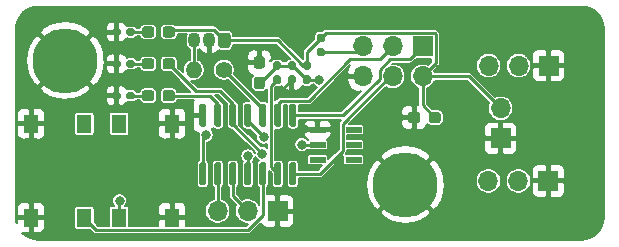
<source format=gbr>
%TF.GenerationSoftware,KiCad,Pcbnew,(5.1.9)-1*%
%TF.CreationDate,2021-03-20T03:42:33+00:00*%
%TF.ProjectId,filaSens-attiny84,66696c61-5365-46e7-932d-617474696e79,rev?*%
%TF.SameCoordinates,Original*%
%TF.FileFunction,Copper,L1,Top*%
%TF.FilePolarity,Positive*%
%FSLAX46Y46*%
G04 Gerber Fmt 4.6, Leading zero omitted, Abs format (unit mm)*
G04 Created by KiCad (PCBNEW (5.1.9)-1) date 2021-03-20 03:42:33*
%MOMM*%
%LPD*%
G01*
G04 APERTURE LIST*
%TA.AperFunction,ComponentPad*%
%ADD10O,1.700000X1.700000*%
%TD*%
%TA.AperFunction,ComponentPad*%
%ADD11R,1.700000X1.700000*%
%TD*%
%TA.AperFunction,ComponentPad*%
%ADD12C,5.500000*%
%TD*%
%TA.AperFunction,ComponentPad*%
%ADD13O,1.050000X1.300000*%
%TD*%
%TA.AperFunction,SMDPad,CuDef*%
%ADD14R,1.300000X1.550000*%
%TD*%
%TA.AperFunction,SMDPad,CuDef*%
%ADD15R,1.330000X0.530000*%
%TD*%
%TA.AperFunction,ComponentPad*%
%ADD16C,1.400000*%
%TD*%
%TA.AperFunction,ComponentPad*%
%ADD17O,1.400000X1.400000*%
%TD*%
%TA.AperFunction,ViaPad*%
%ADD18C,0.800000*%
%TD*%
%TA.AperFunction,Conductor*%
%ADD19C,0.250000*%
%TD*%
%TA.AperFunction,Conductor*%
%ADD20C,0.200000*%
%TD*%
%TA.AperFunction,Conductor*%
%ADD21C,0.203200*%
%TD*%
%TA.AperFunction,Conductor*%
%ADD22C,0.100000*%
%TD*%
G04 APERTURE END LIST*
D10*
%TO.P,J3,6*%
%TO.N,GND*%
X152979600Y-101028500D03*
%TO.P,J3,5*%
%TO.N,/RESET*%
X152979600Y-98488500D03*
%TO.P,J3,4*%
%TO.N,/SDA*%
X155519600Y-101028500D03*
%TO.P,J3,3*%
%TO.N,/SCL*%
X155519600Y-98488500D03*
%TO.P,J3,2*%
%TO.N,/+5v*%
X158059600Y-101028500D03*
D11*
%TO.P,J3,1*%
%TO.N,/MISO*%
X158059600Y-98488500D03*
%TD*%
%TO.P,U1,1*%
%TO.N,/+5v*%
%TA.AperFunction,SMDPad,CuDef*%
G36*
G01*
X139596000Y-110257000D02*
X139296000Y-110257000D01*
G75*
G02*
X139146000Y-110107000I0J150000D01*
G01*
X139146000Y-108457000D01*
G75*
G02*
X139296000Y-108307000I150000J0D01*
G01*
X139596000Y-108307000D01*
G75*
G02*
X139746000Y-108457000I0J-150000D01*
G01*
X139746000Y-110107000D01*
G75*
G02*
X139596000Y-110257000I-150000J0D01*
G01*
G37*
%TD.AperFunction*%
%TO.P,U1,2*%
%TO.N,/TX*%
%TA.AperFunction,SMDPad,CuDef*%
G36*
G01*
X140866000Y-110257000D02*
X140566000Y-110257000D01*
G75*
G02*
X140416000Y-110107000I0J150000D01*
G01*
X140416000Y-108457000D01*
G75*
G02*
X140566000Y-108307000I150000J0D01*
G01*
X140866000Y-108307000D01*
G75*
G02*
X141016000Y-108457000I0J-150000D01*
G01*
X141016000Y-110107000D01*
G75*
G02*
X140866000Y-110257000I-150000J0D01*
G01*
G37*
%TD.AperFunction*%
%TO.P,U1,3*%
%TO.N,/RX*%
%TA.AperFunction,SMDPad,CuDef*%
G36*
G01*
X142136000Y-110257000D02*
X141836000Y-110257000D01*
G75*
G02*
X141686000Y-110107000I0J150000D01*
G01*
X141686000Y-108457000D01*
G75*
G02*
X141836000Y-108307000I150000J0D01*
G01*
X142136000Y-108307000D01*
G75*
G02*
X142286000Y-108457000I0J-150000D01*
G01*
X142286000Y-110107000D01*
G75*
G02*
X142136000Y-110257000I-150000J0D01*
G01*
G37*
%TD.AperFunction*%
%TO.P,U1,4*%
%TO.N,/RESET*%
%TA.AperFunction,SMDPad,CuDef*%
G36*
G01*
X143406000Y-110257000D02*
X143106000Y-110257000D01*
G75*
G02*
X142956000Y-110107000I0J150000D01*
G01*
X142956000Y-108457000D01*
G75*
G02*
X143106000Y-108307000I150000J0D01*
G01*
X143406000Y-108307000D01*
G75*
G02*
X143556000Y-108457000I0J-150000D01*
G01*
X143556000Y-110107000D01*
G75*
G02*
X143406000Y-110257000I-150000J0D01*
G01*
G37*
%TD.AperFunction*%
%TO.P,U1,5*%
%TO.N,Net-(S1-Pad1)*%
%TA.AperFunction,SMDPad,CuDef*%
G36*
G01*
X144676000Y-110257000D02*
X144376000Y-110257000D01*
G75*
G02*
X144226000Y-110107000I0J150000D01*
G01*
X144226000Y-108457000D01*
G75*
G02*
X144376000Y-108307000I150000J0D01*
G01*
X144676000Y-108307000D01*
G75*
G02*
X144826000Y-108457000I0J-150000D01*
G01*
X144826000Y-110107000D01*
G75*
G02*
X144676000Y-110257000I-150000J0D01*
G01*
G37*
%TD.AperFunction*%
%TO.P,U1,6*%
%TO.N,/PWM*%
%TA.AperFunction,SMDPad,CuDef*%
G36*
G01*
X145946000Y-110257000D02*
X145646000Y-110257000D01*
G75*
G02*
X145496000Y-110107000I0J150000D01*
G01*
X145496000Y-108457000D01*
G75*
G02*
X145646000Y-108307000I150000J0D01*
G01*
X145946000Y-108307000D01*
G75*
G02*
X146096000Y-108457000I0J-150000D01*
G01*
X146096000Y-110107000D01*
G75*
G02*
X145946000Y-110257000I-150000J0D01*
G01*
G37*
%TD.AperFunction*%
%TO.P,U1,7*%
%TO.N,/SDA*%
%TA.AperFunction,SMDPad,CuDef*%
G36*
G01*
X147216000Y-110257000D02*
X146916000Y-110257000D01*
G75*
G02*
X146766000Y-110107000I0J150000D01*
G01*
X146766000Y-108457000D01*
G75*
G02*
X146916000Y-108307000I150000J0D01*
G01*
X147216000Y-108307000D01*
G75*
G02*
X147366000Y-108457000I0J-150000D01*
G01*
X147366000Y-110107000D01*
G75*
G02*
X147216000Y-110257000I-150000J0D01*
G01*
G37*
%TD.AperFunction*%
%TO.P,U1,8*%
%TO.N,/MISO*%
%TA.AperFunction,SMDPad,CuDef*%
G36*
G01*
X147216000Y-105307000D02*
X146916000Y-105307000D01*
G75*
G02*
X146766000Y-105157000I0J150000D01*
G01*
X146766000Y-103507000D01*
G75*
G02*
X146916000Y-103357000I150000J0D01*
G01*
X147216000Y-103357000D01*
G75*
G02*
X147366000Y-103507000I0J-150000D01*
G01*
X147366000Y-105157000D01*
G75*
G02*
X147216000Y-105307000I-150000J0D01*
G01*
G37*
%TD.AperFunction*%
%TO.P,U1,9*%
%TO.N,/SCL*%
%TA.AperFunction,SMDPad,CuDef*%
G36*
G01*
X145946000Y-105307000D02*
X145646000Y-105307000D01*
G75*
G02*
X145496000Y-105157000I0J150000D01*
G01*
X145496000Y-103507000D01*
G75*
G02*
X145646000Y-103357000I150000J0D01*
G01*
X145946000Y-103357000D01*
G75*
G02*
X146096000Y-103507000I0J-150000D01*
G01*
X146096000Y-105157000D01*
G75*
G02*
X145946000Y-105307000I-150000J0D01*
G01*
G37*
%TD.AperFunction*%
%TO.P,U1,10*%
%TO.N,/IN*%
%TA.AperFunction,SMDPad,CuDef*%
G36*
G01*
X144676000Y-105307000D02*
X144376000Y-105307000D01*
G75*
G02*
X144226000Y-105157000I0J150000D01*
G01*
X144226000Y-103507000D01*
G75*
G02*
X144376000Y-103357000I150000J0D01*
G01*
X144676000Y-103357000D01*
G75*
G02*
X144826000Y-103507000I0J-150000D01*
G01*
X144826000Y-105157000D01*
G75*
G02*
X144676000Y-105307000I-150000J0D01*
G01*
G37*
%TD.AperFunction*%
%TO.P,U1,11*%
%TO.N,/MEM*%
%TA.AperFunction,SMDPad,CuDef*%
G36*
G01*
X143406000Y-105307000D02*
X143106000Y-105307000D01*
G75*
G02*
X142956000Y-105157000I0J150000D01*
G01*
X142956000Y-103507000D01*
G75*
G02*
X143106000Y-103357000I150000J0D01*
G01*
X143406000Y-103357000D01*
G75*
G02*
X143556000Y-103507000I0J-150000D01*
G01*
X143556000Y-105157000D01*
G75*
G02*
X143406000Y-105307000I-150000J0D01*
G01*
G37*
%TD.AperFunction*%
%TO.P,U1,12*%
%TO.N,/FAULT*%
%TA.AperFunction,SMDPad,CuDef*%
G36*
G01*
X142136000Y-105307000D02*
X141836000Y-105307000D01*
G75*
G02*
X141686000Y-105157000I0J150000D01*
G01*
X141686000Y-103507000D01*
G75*
G02*
X141836000Y-103357000I150000J0D01*
G01*
X142136000Y-103357000D01*
G75*
G02*
X142286000Y-103507000I0J-150000D01*
G01*
X142286000Y-105157000D01*
G75*
G02*
X142136000Y-105307000I-150000J0D01*
G01*
G37*
%TD.AperFunction*%
%TO.P,U1,13*%
%TO.N,/STATUS*%
%TA.AperFunction,SMDPad,CuDef*%
G36*
G01*
X140866000Y-105307000D02*
X140566000Y-105307000D01*
G75*
G02*
X140416000Y-105157000I0J150000D01*
G01*
X140416000Y-103507000D01*
G75*
G02*
X140566000Y-103357000I150000J0D01*
G01*
X140866000Y-103357000D01*
G75*
G02*
X141016000Y-103507000I0J-150000D01*
G01*
X141016000Y-105157000D01*
G75*
G02*
X140866000Y-105307000I-150000J0D01*
G01*
G37*
%TD.AperFunction*%
%TO.P,U1,14*%
%TO.N,GND*%
%TA.AperFunction,SMDPad,CuDef*%
G36*
G01*
X139596000Y-105307000D02*
X139296000Y-105307000D01*
G75*
G02*
X139146000Y-105157000I0J150000D01*
G01*
X139146000Y-103507000D01*
G75*
G02*
X139296000Y-103357000I150000J0D01*
G01*
X139596000Y-103357000D01*
G75*
G02*
X139746000Y-103507000I0J-150000D01*
G01*
X139746000Y-105157000D01*
G75*
G02*
X139596000Y-105307000I-150000J0D01*
G01*
G37*
%TD.AperFunction*%
%TD*%
%TO.P,D1,1*%
%TO.N,Net-(D1-Pad1)*%
%TA.AperFunction,SMDPad,CuDef*%
G36*
G01*
X134286800Y-102904300D02*
X134286800Y-102429300D01*
G75*
G02*
X134524300Y-102191800I237500J0D01*
G01*
X135099300Y-102191800D01*
G75*
G02*
X135336800Y-102429300I0J-237500D01*
G01*
X135336800Y-102904300D01*
G75*
G02*
X135099300Y-103141800I-237500J0D01*
G01*
X134524300Y-103141800D01*
G75*
G02*
X134286800Y-102904300I0J237500D01*
G01*
G37*
%TD.AperFunction*%
%TO.P,D1,2*%
%TO.N,/STATUS*%
%TA.AperFunction,SMDPad,CuDef*%
G36*
G01*
X136036800Y-102904300D02*
X136036800Y-102429300D01*
G75*
G02*
X136274300Y-102191800I237500J0D01*
G01*
X136849300Y-102191800D01*
G75*
G02*
X137086800Y-102429300I0J-237500D01*
G01*
X137086800Y-102904300D01*
G75*
G02*
X136849300Y-103141800I-237500J0D01*
G01*
X136274300Y-103141800D01*
G75*
G02*
X136036800Y-102904300I0J237500D01*
G01*
G37*
%TD.AperFunction*%
%TD*%
D12*
%TO.P,H1,1*%
%TO.N,GND*%
X156601100Y-110203600D03*
%TD*%
%TO.P,H2,1*%
%TO.N,GND*%
X127801100Y-99703600D03*
%TD*%
D13*
%TO.P,U3,2*%
%TO.N,GND*%
X140011100Y-97979400D03*
%TO.P,U3,3*%
%TO.N,Net-(JP1-Pad1)*%
X138741100Y-97979400D03*
%TO.P,U3,1*%
%TO.N,/+5v*%
%TA.AperFunction,ComponentPad*%
G36*
G01*
X141806100Y-97579300D02*
X141806100Y-98379500D01*
G75*
G02*
X141556200Y-98629400I-249900J0D01*
G01*
X141006000Y-98629400D01*
G75*
G02*
X140756100Y-98379500I0J249900D01*
G01*
X140756100Y-97579300D01*
G75*
G02*
X141006000Y-97329400I249900J0D01*
G01*
X141556200Y-97329400D01*
G75*
G02*
X141806100Y-97579300I0J-249900D01*
G01*
G37*
%TD.AperFunction*%
%TD*%
%TO.P,R1,2*%
%TO.N,Net-(D1-Pad1)*%
%TA.AperFunction,SMDPad,CuDef*%
G36*
G01*
X132968300Y-102826800D02*
X132968300Y-102506800D01*
G75*
G02*
X133128300Y-102346800I160000J0D01*
G01*
X133523300Y-102346800D01*
G75*
G02*
X133683300Y-102506800I0J-160000D01*
G01*
X133683300Y-102826800D01*
G75*
G02*
X133523300Y-102986800I-160000J0D01*
G01*
X133128300Y-102986800D01*
G75*
G02*
X132968300Y-102826800I0J160000D01*
G01*
G37*
%TD.AperFunction*%
%TO.P,R1,1*%
%TO.N,GND*%
%TA.AperFunction,SMDPad,CuDef*%
G36*
G01*
X131773300Y-102826800D02*
X131773300Y-102506800D01*
G75*
G02*
X131933300Y-102346800I160000J0D01*
G01*
X132328300Y-102346800D01*
G75*
G02*
X132488300Y-102506800I0J-160000D01*
G01*
X132488300Y-102826800D01*
G75*
G02*
X132328300Y-102986800I-160000J0D01*
G01*
X131933300Y-102986800D01*
G75*
G02*
X131773300Y-102826800I0J160000D01*
G01*
G37*
%TD.AperFunction*%
%TD*%
%TO.P,R2,2*%
%TO.N,/PWM*%
%TA.AperFunction,SMDPad,CuDef*%
G36*
G01*
X145584925Y-100956100D02*
X145904925Y-100956100D01*
G75*
G02*
X146064925Y-101116100I0J-160000D01*
G01*
X146064925Y-101511100D01*
G75*
G02*
X145904925Y-101671100I-160000J0D01*
G01*
X145584925Y-101671100D01*
G75*
G02*
X145424925Y-101511100I0J160000D01*
G01*
X145424925Y-101116100D01*
G75*
G02*
X145584925Y-100956100I160000J0D01*
G01*
G37*
%TD.AperFunction*%
%TO.P,R2,1*%
%TO.N,/OUT*%
%TA.AperFunction,SMDPad,CuDef*%
G36*
G01*
X145584925Y-99761100D02*
X145904925Y-99761100D01*
G75*
G02*
X146064925Y-99921100I0J-160000D01*
G01*
X146064925Y-100316100D01*
G75*
G02*
X145904925Y-100476100I-160000J0D01*
G01*
X145584925Y-100476100D01*
G75*
G02*
X145424925Y-100316100I0J160000D01*
G01*
X145424925Y-99921100D01*
G75*
G02*
X145584925Y-99761100I160000J0D01*
G01*
G37*
%TD.AperFunction*%
%TD*%
%TO.P,R3,1*%
%TO.N,GND*%
%TA.AperFunction,SMDPad,CuDef*%
G36*
G01*
X147155950Y-101671100D02*
X146835950Y-101671100D01*
G75*
G02*
X146675950Y-101511100I0J160000D01*
G01*
X146675950Y-101116100D01*
G75*
G02*
X146835950Y-100956100I160000J0D01*
G01*
X147155950Y-100956100D01*
G75*
G02*
X147315950Y-101116100I0J-160000D01*
G01*
X147315950Y-101511100D01*
G75*
G02*
X147155950Y-101671100I-160000J0D01*
G01*
G37*
%TD.AperFunction*%
%TO.P,R3,2*%
%TO.N,/OUT*%
%TA.AperFunction,SMDPad,CuDef*%
G36*
G01*
X147155950Y-100476100D02*
X146835950Y-100476100D01*
G75*
G02*
X146675950Y-100316100I0J160000D01*
G01*
X146675950Y-99921100D01*
G75*
G02*
X146835950Y-99761100I160000J0D01*
G01*
X147155950Y-99761100D01*
G75*
G02*
X147315950Y-99921100I0J-160000D01*
G01*
X147315950Y-100316100D01*
G75*
G02*
X147155950Y-100476100I-160000J0D01*
G01*
G37*
%TD.AperFunction*%
%TD*%
%TO.P,R4,1*%
%TO.N,/OUT*%
%TA.AperFunction,SMDPad,CuDef*%
G36*
G01*
X148406975Y-101671100D02*
X148086975Y-101671100D01*
G75*
G02*
X147926975Y-101511100I0J160000D01*
G01*
X147926975Y-101116100D01*
G75*
G02*
X148086975Y-100956100I160000J0D01*
G01*
X148406975Y-100956100D01*
G75*
G02*
X148566975Y-101116100I0J-160000D01*
G01*
X148566975Y-101511100D01*
G75*
G02*
X148406975Y-101671100I-160000J0D01*
G01*
G37*
%TD.AperFunction*%
%TO.P,R4,2*%
%TO.N,/+5v*%
%TA.AperFunction,SMDPad,CuDef*%
G36*
G01*
X148406975Y-100476100D02*
X148086975Y-100476100D01*
G75*
G02*
X147926975Y-100316100I0J160000D01*
G01*
X147926975Y-99921100D01*
G75*
G02*
X148086975Y-99761100I160000J0D01*
G01*
X148406975Y-99761100D01*
G75*
G02*
X148566975Y-99921100I0J-160000D01*
G01*
X148566975Y-100316100D01*
G75*
G02*
X148406975Y-100476100I-160000J0D01*
G01*
G37*
%TD.AperFunction*%
%TD*%
D14*
%TO.P,S1,2*%
%TO.N,GND*%
X124902400Y-105041800D03*
%TO.P,S1,1*%
%TO.N,N/C*%
X129402400Y-105041800D03*
%TO.N,Net-(S1-Pad1)*%
X129402400Y-112991800D03*
%TO.P,S1,2*%
%TO.N,GND*%
X124902400Y-112991800D03*
%TD*%
%TO.P,C1,1*%
%TO.N,/OUT*%
%TA.AperFunction,SMDPad,CuDef*%
G36*
G01*
X144471400Y-102116100D02*
X143996400Y-102116100D01*
G75*
G02*
X143758900Y-101878600I0J237500D01*
G01*
X143758900Y-101303600D01*
G75*
G02*
X143996400Y-101066100I237500J0D01*
G01*
X144471400Y-101066100D01*
G75*
G02*
X144708900Y-101303600I0J-237500D01*
G01*
X144708900Y-101878600D01*
G75*
G02*
X144471400Y-102116100I-237500J0D01*
G01*
G37*
%TD.AperFunction*%
%TO.P,C1,2*%
%TO.N,GND*%
%TA.AperFunction,SMDPad,CuDef*%
G36*
G01*
X144471400Y-100366100D02*
X143996400Y-100366100D01*
G75*
G02*
X143758900Y-100128600I0J237500D01*
G01*
X143758900Y-99553600D01*
G75*
G02*
X143996400Y-99316100I237500J0D01*
G01*
X144471400Y-99316100D01*
G75*
G02*
X144708900Y-99553600I0J-237500D01*
G01*
X144708900Y-100128600D01*
G75*
G02*
X144471400Y-100366100I-237500J0D01*
G01*
G37*
%TD.AperFunction*%
%TD*%
%TO.P,C2,2*%
%TO.N,GND*%
%TA.AperFunction,SMDPad,CuDef*%
G36*
G01*
X157859600Y-104283500D02*
X157859600Y-104758500D01*
G75*
G02*
X157622100Y-104996000I-237500J0D01*
G01*
X157047100Y-104996000D01*
G75*
G02*
X156809600Y-104758500I0J237500D01*
G01*
X156809600Y-104283500D01*
G75*
G02*
X157047100Y-104046000I237500J0D01*
G01*
X157622100Y-104046000D01*
G75*
G02*
X157859600Y-104283500I0J-237500D01*
G01*
G37*
%TD.AperFunction*%
%TO.P,C2,1*%
%TO.N,/+5v*%
%TA.AperFunction,SMDPad,CuDef*%
G36*
G01*
X159609600Y-104283500D02*
X159609600Y-104758500D01*
G75*
G02*
X159372100Y-104996000I-237500J0D01*
G01*
X158797100Y-104996000D01*
G75*
G02*
X158559600Y-104758500I0J237500D01*
G01*
X158559600Y-104283500D01*
G75*
G02*
X158797100Y-104046000I237500J0D01*
G01*
X159372100Y-104046000D01*
G75*
G02*
X159609600Y-104283500I0J-237500D01*
G01*
G37*
%TD.AperFunction*%
%TD*%
%TO.P,D2,1*%
%TO.N,Net-(D2-Pad1)*%
%TA.AperFunction,SMDPad,CuDef*%
G36*
G01*
X134286800Y-97514401D02*
X134286800Y-97039401D01*
G75*
G02*
X134524300Y-96801901I237500J0D01*
G01*
X135099300Y-96801901D01*
G75*
G02*
X135336800Y-97039401I0J-237500D01*
G01*
X135336800Y-97514401D01*
G75*
G02*
X135099300Y-97751901I-237500J0D01*
G01*
X134524300Y-97751901D01*
G75*
G02*
X134286800Y-97514401I0J237500D01*
G01*
G37*
%TD.AperFunction*%
%TO.P,D2,2*%
%TO.N,/+5v*%
%TA.AperFunction,SMDPad,CuDef*%
G36*
G01*
X136036800Y-97514401D02*
X136036800Y-97039401D01*
G75*
G02*
X136274300Y-96801901I237500J0D01*
G01*
X136849300Y-96801901D01*
G75*
G02*
X137086800Y-97039401I0J-237500D01*
G01*
X137086800Y-97514401D01*
G75*
G02*
X136849300Y-97751901I-237500J0D01*
G01*
X136274300Y-97751901D01*
G75*
G02*
X136036800Y-97514401I0J237500D01*
G01*
G37*
%TD.AperFunction*%
%TD*%
%TO.P,R6,1*%
%TO.N,GND*%
%TA.AperFunction,SMDPad,CuDef*%
G36*
G01*
X131773300Y-97436901D02*
X131773300Y-97116901D01*
G75*
G02*
X131933300Y-96956901I160000J0D01*
G01*
X132328300Y-96956901D01*
G75*
G02*
X132488300Y-97116901I0J-160000D01*
G01*
X132488300Y-97436901D01*
G75*
G02*
X132328300Y-97596901I-160000J0D01*
G01*
X131933300Y-97596901D01*
G75*
G02*
X131773300Y-97436901I0J160000D01*
G01*
G37*
%TD.AperFunction*%
%TO.P,R6,2*%
%TO.N,Net-(D2-Pad1)*%
%TA.AperFunction,SMDPad,CuDef*%
G36*
G01*
X132968300Y-97436901D02*
X132968300Y-97116901D01*
G75*
G02*
X133128300Y-96956901I160000J0D01*
G01*
X133523300Y-96956901D01*
G75*
G02*
X133683300Y-97116901I0J-160000D01*
G01*
X133683300Y-97436901D01*
G75*
G02*
X133523300Y-97596901I-160000J0D01*
G01*
X133128300Y-97596901D01*
G75*
G02*
X132968300Y-97436901I0J160000D01*
G01*
G37*
%TD.AperFunction*%
%TD*%
%TO.P,S2,2*%
%TO.N,GND*%
X136852850Y-112991800D03*
%TO.P,S2,1*%
%TO.N,/RESET*%
X132352850Y-112991800D03*
%TO.N,N/C*%
X132352850Y-105041800D03*
%TO.P,S2,2*%
%TO.N,GND*%
X136852850Y-105041800D03*
%TD*%
%TO.P,D3,1*%
%TO.N,Net-(D3-Pad1)*%
%TA.AperFunction,SMDPad,CuDef*%
G36*
G01*
X134286800Y-100209350D02*
X134286800Y-99734350D01*
G75*
G02*
X134524300Y-99496850I237500J0D01*
G01*
X135099300Y-99496850D01*
G75*
G02*
X135336800Y-99734350I0J-237500D01*
G01*
X135336800Y-100209350D01*
G75*
G02*
X135099300Y-100446850I-237500J0D01*
G01*
X134524300Y-100446850D01*
G75*
G02*
X134286800Y-100209350I0J237500D01*
G01*
G37*
%TD.AperFunction*%
%TO.P,D3,2*%
%TO.N,/FAULT*%
%TA.AperFunction,SMDPad,CuDef*%
G36*
G01*
X136036800Y-100209350D02*
X136036800Y-99734350D01*
G75*
G02*
X136274300Y-99496850I237500J0D01*
G01*
X136849300Y-99496850D01*
G75*
G02*
X137086800Y-99734350I0J-237500D01*
G01*
X137086800Y-100209350D01*
G75*
G02*
X136849300Y-100446850I-237500J0D01*
G01*
X136274300Y-100446850D01*
G75*
G02*
X136036800Y-100209350I0J237500D01*
G01*
G37*
%TD.AperFunction*%
%TD*%
%TO.P,R9,2*%
%TO.N,Net-(D3-Pad1)*%
%TA.AperFunction,SMDPad,CuDef*%
G36*
G01*
X132968300Y-100131850D02*
X132968300Y-99811850D01*
G75*
G02*
X133128300Y-99651850I160000J0D01*
G01*
X133523300Y-99651850D01*
G75*
G02*
X133683300Y-99811850I0J-160000D01*
G01*
X133683300Y-100131850D01*
G75*
G02*
X133523300Y-100291850I-160000J0D01*
G01*
X133128300Y-100291850D01*
G75*
G02*
X132968300Y-100131850I0J160000D01*
G01*
G37*
%TD.AperFunction*%
%TO.P,R9,1*%
%TO.N,GND*%
%TA.AperFunction,SMDPad,CuDef*%
G36*
G01*
X131773300Y-100131850D02*
X131773300Y-99811850D01*
G75*
G02*
X131933300Y-99651850I160000J0D01*
G01*
X132328300Y-99651850D01*
G75*
G02*
X132488300Y-99811850I0J-160000D01*
G01*
X132488300Y-100131850D01*
G75*
G02*
X132328300Y-100291850I-160000J0D01*
G01*
X131933300Y-100291850D01*
G75*
G02*
X131773300Y-100131850I0J160000D01*
G01*
G37*
%TD.AperFunction*%
%TD*%
D15*
%TO.P,U2,1*%
%TO.N,GND*%
X149160500Y-105537000D03*
%TO.P,U2,2*%
%TO.N,/MEM*%
X149160500Y-106807000D03*
%TO.P,U2,3*%
%TO.N,Net-(U2-Pad3)*%
X149160500Y-108077000D03*
%TO.P,U2,4*%
%TO.N,Net-(U2-Pad4)*%
X152210500Y-108077000D03*
%TO.P,U2,5*%
%TO.N,Net-(U2-Pad5)*%
X152210500Y-106807000D03*
%TO.P,U2,6*%
%TO.N,Net-(U2-Pad6)*%
X152210500Y-105537000D03*
%TD*%
D11*
%TO.P,J4,1*%
%TO.N,GND*%
X168701100Y-109888100D03*
D10*
%TO.P,J4,2*%
%TO.N,/OUT*%
X166161100Y-109888100D03*
%TO.P,J4,3*%
%TO.N,/FAULT*%
X163621100Y-109888100D03*
%TD*%
D11*
%TO.P,J1,1*%
%TO.N,GND*%
X168719500Y-100131800D03*
D10*
%TO.P,J1,2*%
%TO.N,/SCL*%
X166179500Y-100131800D03*
%TO.P,J1,3*%
%TO.N,/SDA*%
X163639500Y-100131800D03*
%TD*%
%TO.P,J5,3*%
%TO.N,/TX*%
X140701000Y-112433100D03*
%TO.P,J5,2*%
%TO.N,/RX*%
X143241000Y-112433100D03*
D11*
%TO.P,J5,1*%
%TO.N,GND*%
X145781000Y-112433100D03*
%TD*%
%TO.P,J2,1*%
%TO.N,GND*%
X164655350Y-106278600D03*
D10*
%TO.P,J2,2*%
%TO.N,/+5v*%
X164655350Y-103738600D03*
%TD*%
%TO.P,R7,1*%
%TO.N,/+5v*%
%TA.AperFunction,SMDPad,CuDef*%
G36*
G01*
X149280900Y-97431500D02*
X149600900Y-97431500D01*
G75*
G02*
X149760900Y-97591500I0J-160000D01*
G01*
X149760900Y-97986500D01*
G75*
G02*
X149600900Y-98146500I-160000J0D01*
G01*
X149280900Y-98146500D01*
G75*
G02*
X149120900Y-97986500I0J160000D01*
G01*
X149120900Y-97591500D01*
G75*
G02*
X149280900Y-97431500I160000J0D01*
G01*
G37*
%TD.AperFunction*%
%TO.P,R7,2*%
%TO.N,/RESET*%
%TA.AperFunction,SMDPad,CuDef*%
G36*
G01*
X149280900Y-98626500D02*
X149600900Y-98626500D01*
G75*
G02*
X149760900Y-98786500I0J-160000D01*
G01*
X149760900Y-99181500D01*
G75*
G02*
X149600900Y-99341500I-160000J0D01*
G01*
X149280900Y-99341500D01*
G75*
G02*
X149120900Y-99181500I0J160000D01*
G01*
X149120900Y-98786500D01*
G75*
G02*
X149280900Y-98626500I160000J0D01*
G01*
G37*
%TD.AperFunction*%
%TD*%
D16*
%TO.P,R5,1*%
%TO.N,/IN*%
X141231100Y-100482400D03*
D17*
%TO.P,R5,2*%
%TO.N,Net-(JP1-Pad1)*%
X138691100Y-100482400D03*
%TD*%
D18*
%TO.N,GND*%
X145923000Y-102362000D03*
X147980400Y-105511600D03*
%TO.N,/FAULT*%
X144462500Y-107569000D03*
%TO.N,/OUT*%
X149250400Y-101313600D03*
%TO.N,/RESET*%
X143256000Y-107759500D03*
X132397500Y-111569500D03*
%TO.N,/+5v*%
X139738100Y-106006900D03*
%TO.N,/MEM*%
X144589500Y-106172000D03*
X147828000Y-106807000D03*
%TD*%
D19*
%TO.N,GND*%
X146971400Y-101313600D02*
X145923000Y-102362000D01*
X146995950Y-101313600D02*
X146971400Y-101313600D01*
X148005800Y-105537000D02*
X147980400Y-105511600D01*
X149160500Y-105537000D02*
X148005800Y-105537000D01*
%TO.N,/FAULT*%
X136561800Y-99971850D02*
X137110960Y-100521010D01*
X141986000Y-105092500D02*
X144462500Y-107569000D01*
X141986000Y-104332000D02*
X141986000Y-105092500D01*
X141986000Y-103357000D02*
X141986000Y-104332000D01*
X140918790Y-102289790D02*
X141986000Y-103357000D01*
X138879740Y-102289790D02*
X140918790Y-102289790D01*
X136561800Y-99971850D02*
X138879740Y-102289790D01*
%TO.N,/OUT*%
X144272425Y-101591100D02*
X145744925Y-100118600D01*
X144233900Y-101591100D02*
X144272425Y-101591100D01*
X145744925Y-100118600D02*
X146995950Y-100118600D01*
X147051975Y-100118600D02*
X148246975Y-101313600D01*
X146995950Y-100118600D02*
X147051975Y-100118600D01*
D20*
X149232000Y-101313600D02*
X149250400Y-101295200D01*
D19*
X148246975Y-101313600D02*
X149250400Y-101313600D01*
%TO.N,/SDA*%
X155319500Y-101028500D02*
X155519600Y-101028500D01*
X155335398Y-101028500D02*
X155519600Y-101028500D01*
X151293499Y-105070399D02*
X155335398Y-101028500D01*
X151293499Y-107327603D02*
X151293499Y-105070399D01*
X149339102Y-109282000D02*
X151293499Y-107327603D01*
X147066000Y-109282000D02*
X149339102Y-109282000D01*
%TO.N,/RESET*%
X143256000Y-107759500D02*
X143256000Y-109282000D01*
X132352850Y-111614150D02*
X132397500Y-111569500D01*
X132352850Y-112991800D02*
X132352850Y-111614150D01*
X152484100Y-98984000D02*
X152979600Y-98488500D01*
X149440900Y-98984000D02*
X152484100Y-98984000D01*
%TO.N,/MISO*%
X156957599Y-99590501D02*
X158059600Y-98488500D01*
X155326637Y-99590501D02*
X156957599Y-99590501D01*
X154417599Y-100499539D02*
X155326637Y-99590501D01*
X154417599Y-101221463D02*
X154417599Y-100499539D01*
X151307062Y-104332000D02*
X154417599Y-101221463D01*
X147066000Y-104332000D02*
X151307062Y-104332000D01*
%TO.N,/IN*%
X144526000Y-103777300D02*
X144526000Y-104332000D01*
X141231100Y-100482400D02*
X144526000Y-103777300D01*
%TO.N,/+5v*%
X141622900Y-97637600D02*
X141281100Y-97979400D01*
X147936122Y-100118600D02*
X148246975Y-100118600D01*
X145796922Y-97979400D02*
X147936122Y-100118600D01*
X141281100Y-97979400D02*
X145796922Y-97979400D01*
X140379090Y-97077390D02*
X141281100Y-97979400D01*
X136761311Y-97077390D02*
X140379090Y-97077390D01*
X136561800Y-97276901D02*
X136761311Y-97077390D01*
X158284500Y-100803600D02*
X158059600Y-101028500D01*
X158059600Y-103496000D02*
X159084600Y-104521000D01*
X158059600Y-101028500D02*
X158059600Y-103496000D01*
X161945250Y-101028500D02*
X164655350Y-103738600D01*
X158059600Y-101028500D02*
X161945250Y-101028500D01*
X148246975Y-98982925D02*
X149440900Y-97789000D01*
X148246975Y-100118600D02*
X148246975Y-98982925D01*
X149843401Y-97386499D02*
X149440900Y-97789000D01*
X159111201Y-97386499D02*
X149843401Y-97386499D01*
X159161601Y-97436899D02*
X159111201Y-97386499D01*
X159161601Y-99926499D02*
X159161601Y-97436899D01*
X158059600Y-101028500D02*
X159161601Y-99926499D01*
X139446000Y-106299000D02*
X139738100Y-106006900D01*
X139446000Y-109282000D02*
X139446000Y-106299000D01*
%TO.N,Net-(S1-Pad1)*%
X144526000Y-110257000D02*
X144526000Y-109282000D01*
X130429401Y-114018801D02*
X129402400Y-112991800D01*
X143286261Y-114018801D02*
X130429401Y-114018801D01*
X144526000Y-112779062D02*
X143286261Y-114018801D01*
X144526000Y-109282000D02*
X144526000Y-112779062D01*
%TO.N,/PWM*%
X145243990Y-108729990D02*
X145796000Y-109282000D01*
X145243990Y-101814535D02*
X145243990Y-108729990D01*
X145744925Y-101313600D02*
X145243990Y-101814535D01*
%TO.N,/SCL*%
X145796000Y-103357000D02*
X145796000Y-104332000D01*
X146048010Y-103104990D02*
X145796000Y-103357000D01*
X148423972Y-103104990D02*
X146048010Y-103104990D01*
X151938461Y-99590501D02*
X148423972Y-103104990D01*
X154417599Y-99590501D02*
X151938461Y-99590501D01*
X155519600Y-98488500D02*
X154417599Y-99590501D01*
%TO.N,Net-(D1-Pad1)*%
X133325800Y-102666800D02*
X134811800Y-102666800D01*
%TO.N,Net-(D2-Pad1)*%
X133325800Y-97276901D02*
X134811800Y-97276901D01*
%TO.N,Net-(D3-Pad1)*%
X134811800Y-99971850D02*
X133325800Y-99971850D01*
%TO.N,/STATUS*%
X140716000Y-103357000D02*
X140716000Y-104332000D01*
X140025800Y-102666800D02*
X140716000Y-103357000D01*
X136561800Y-102666800D02*
X140025800Y-102666800D01*
%TO.N,/MEM*%
X143256000Y-104838500D02*
X144589500Y-106172000D01*
X143256000Y-104332000D02*
X143256000Y-104838500D01*
X147828000Y-106807000D02*
X149160500Y-106807000D01*
%TO.N,/RX*%
X141986000Y-111178100D02*
X143241000Y-112433100D01*
X141986000Y-109282000D02*
X141986000Y-111178100D01*
%TO.N,/TX*%
X140716000Y-112418100D02*
X140701000Y-112433100D01*
X140716000Y-109282000D02*
X140716000Y-112418100D01*
%TO.N,Net-(JP1-Pad1)*%
X138721500Y-97999000D02*
X138741100Y-97979400D01*
X138691100Y-98029400D02*
X138741100Y-97979400D01*
X138691100Y-100482400D02*
X138691100Y-98029400D01*
%TD*%
D21*
%TO.N,GND*%
X171864860Y-95166476D02*
X172214763Y-95272116D01*
X172537486Y-95443712D01*
X172820730Y-95674720D01*
X173053716Y-95956350D01*
X173227558Y-96277864D01*
X173335641Y-96627024D01*
X173374473Y-96996491D01*
X173374499Y-97003759D01*
X173374500Y-112997396D01*
X173338224Y-113367361D01*
X173232581Y-113717269D01*
X173060987Y-114039988D01*
X172829975Y-114323235D01*
X172548351Y-114556215D01*
X172226838Y-114730057D01*
X171877676Y-114838141D01*
X171508209Y-114876973D01*
X171500941Y-114876999D01*
X125507294Y-114876999D01*
X125137339Y-114840724D01*
X124787431Y-114735081D01*
X124464712Y-114563487D01*
X124181465Y-114332475D01*
X124170691Y-114319452D01*
X124252400Y-114327500D01*
X124636300Y-114324800D01*
X124775800Y-114185300D01*
X124775800Y-113118400D01*
X125029000Y-113118400D01*
X125029000Y-114185300D01*
X125168500Y-114324800D01*
X125552400Y-114327500D01*
X125661787Y-114316726D01*
X125766971Y-114284819D01*
X125863908Y-114233005D01*
X125948875Y-114163275D01*
X126018605Y-114078308D01*
X126070419Y-113981371D01*
X126102326Y-113876187D01*
X126113100Y-113766800D01*
X126110400Y-113257900D01*
X125970900Y-113118400D01*
X125029000Y-113118400D01*
X124775800Y-113118400D01*
X123833900Y-113118400D01*
X123694400Y-113257900D01*
X123693293Y-113466539D01*
X123666559Y-113380176D01*
X123627727Y-113010709D01*
X123627701Y-113003441D01*
X123627701Y-112216800D01*
X123691700Y-112216800D01*
X123694400Y-112725700D01*
X123833900Y-112865200D01*
X124775800Y-112865200D01*
X124775800Y-111798300D01*
X125029000Y-111798300D01*
X125029000Y-112865200D01*
X125970900Y-112865200D01*
X126110400Y-112725700D01*
X126113100Y-112216800D01*
X128522694Y-112216800D01*
X128522694Y-113766800D01*
X128527108Y-113811613D01*
X128540179Y-113854705D01*
X128561406Y-113894418D01*
X128589973Y-113929227D01*
X128624782Y-113957794D01*
X128664495Y-113979021D01*
X128707587Y-113992092D01*
X128752400Y-113996506D01*
X129907041Y-113996506D01*
X130167088Y-114256553D01*
X130178159Y-114270043D01*
X130198774Y-114286961D01*
X130232001Y-114314231D01*
X130273918Y-114336635D01*
X130293430Y-114347065D01*
X130360083Y-114367284D01*
X130412039Y-114372401D01*
X130412041Y-114372401D01*
X130429401Y-114374111D01*
X130446761Y-114372401D01*
X143268909Y-114372401D01*
X143286261Y-114374110D01*
X143303613Y-114372401D01*
X143303623Y-114372401D01*
X143355579Y-114367284D01*
X143422232Y-114347065D01*
X143483661Y-114314230D01*
X143537503Y-114270043D01*
X143548574Y-114256553D01*
X144388421Y-113416706D01*
X144412981Y-113497671D01*
X144464795Y-113594608D01*
X144534525Y-113679575D01*
X144619492Y-113749305D01*
X144716429Y-113801119D01*
X144821613Y-113833026D01*
X144931000Y-113843800D01*
X145514900Y-113841100D01*
X145654400Y-113701600D01*
X145654400Y-112559700D01*
X145907600Y-112559700D01*
X145907600Y-113701600D01*
X146047100Y-113841100D01*
X146631000Y-113843800D01*
X146740387Y-113833026D01*
X146845571Y-113801119D01*
X146942508Y-113749305D01*
X147027475Y-113679575D01*
X147097205Y-113594608D01*
X147149019Y-113497671D01*
X147180926Y-113392487D01*
X147191700Y-113283100D01*
X147189000Y-112699200D01*
X147049500Y-112559700D01*
X145907600Y-112559700D01*
X145654400Y-112559700D01*
X145634400Y-112559700D01*
X145634400Y-112543126D01*
X154440614Y-112543126D01*
X154751138Y-112965239D01*
X155325453Y-113273085D01*
X155948791Y-113462972D01*
X156597197Y-113527603D01*
X157245753Y-113464494D01*
X157869536Y-113276072D01*
X158444573Y-112969575D01*
X158451062Y-112965239D01*
X158761586Y-112543126D01*
X156601100Y-110382639D01*
X154440614Y-112543126D01*
X145634400Y-112543126D01*
X145634400Y-112306500D01*
X145654400Y-112306500D01*
X145654400Y-111164600D01*
X145907600Y-111164600D01*
X145907600Y-112306500D01*
X147049500Y-112306500D01*
X147189000Y-112167000D01*
X147191700Y-111583100D01*
X147180926Y-111473713D01*
X147149019Y-111368529D01*
X147097205Y-111271592D01*
X147027475Y-111186625D01*
X146942508Y-111116895D01*
X146845571Y-111065081D01*
X146740387Y-111033174D01*
X146631000Y-111022400D01*
X146047100Y-111025100D01*
X145907600Y-111164600D01*
X145654400Y-111164600D01*
X145514900Y-111025100D01*
X144931000Y-111022400D01*
X144879600Y-111027463D01*
X144879600Y-110426644D01*
X144886953Y-110422714D01*
X144944493Y-110375493D01*
X144991714Y-110317953D01*
X145026803Y-110252307D01*
X145048410Y-110181077D01*
X145055706Y-110107000D01*
X145055706Y-109041771D01*
X145266294Y-109252359D01*
X145266294Y-110107000D01*
X145273590Y-110181077D01*
X145295197Y-110252307D01*
X145330286Y-110317953D01*
X145377507Y-110375493D01*
X145435047Y-110422714D01*
X145500693Y-110457803D01*
X145571923Y-110479410D01*
X145646000Y-110486706D01*
X145946000Y-110486706D01*
X146020077Y-110479410D01*
X146091307Y-110457803D01*
X146156953Y-110422714D01*
X146214493Y-110375493D01*
X146261714Y-110317953D01*
X146296803Y-110252307D01*
X146318410Y-110181077D01*
X146325706Y-110107000D01*
X146325706Y-108457000D01*
X146318410Y-108382923D01*
X146296803Y-108311693D01*
X146261714Y-108246047D01*
X146214493Y-108188507D01*
X146156953Y-108141286D01*
X146091307Y-108106197D01*
X146020077Y-108084590D01*
X145946000Y-108077294D01*
X145646000Y-108077294D01*
X145597590Y-108082062D01*
X145597590Y-106745088D01*
X147199400Y-106745088D01*
X147199400Y-106868912D01*
X147223556Y-106990356D01*
X147270941Y-107104754D01*
X147339734Y-107207709D01*
X147427291Y-107295266D01*
X147530246Y-107364059D01*
X147644644Y-107411444D01*
X147766088Y-107435600D01*
X147889912Y-107435600D01*
X148011356Y-107411444D01*
X148125754Y-107364059D01*
X148228709Y-107295266D01*
X148313454Y-107210521D01*
X148333073Y-107234427D01*
X148367882Y-107262994D01*
X148407595Y-107284221D01*
X148450687Y-107297292D01*
X148495500Y-107301706D01*
X149825500Y-107301706D01*
X149870313Y-107297292D01*
X149913405Y-107284221D01*
X149953118Y-107262994D01*
X149987927Y-107234427D01*
X150016494Y-107199618D01*
X150037721Y-107159905D01*
X150050792Y-107116813D01*
X150055206Y-107072000D01*
X150055206Y-106542000D01*
X150050792Y-106497187D01*
X150037721Y-106454095D01*
X150016494Y-106414382D01*
X149987927Y-106379573D01*
X149953118Y-106351006D01*
X149947586Y-106348049D01*
X150039769Y-106320144D01*
X150136737Y-106268386D01*
X150221744Y-106198706D01*
X150291523Y-106113780D01*
X150343394Y-106016872D01*
X150375362Y-105911708D01*
X150383500Y-105803100D01*
X150244000Y-105663600D01*
X149287100Y-105663600D01*
X149287100Y-105683600D01*
X149033900Y-105683600D01*
X149033900Y-105663600D01*
X148077000Y-105663600D01*
X147937500Y-105803100D01*
X147945638Y-105911708D01*
X147977606Y-106016872D01*
X148029477Y-106113780D01*
X148099256Y-106198706D01*
X148184263Y-106268386D01*
X148281231Y-106320144D01*
X148373414Y-106348049D01*
X148367882Y-106351006D01*
X148333073Y-106379573D01*
X148313454Y-106403479D01*
X148228709Y-106318734D01*
X148125754Y-106249941D01*
X148011356Y-106202556D01*
X147889912Y-106178400D01*
X147766088Y-106178400D01*
X147644644Y-106202556D01*
X147530246Y-106249941D01*
X147427291Y-106318734D01*
X147339734Y-106406291D01*
X147270941Y-106509246D01*
X147223556Y-106623644D01*
X147199400Y-106745088D01*
X145597590Y-106745088D01*
X145597590Y-105531938D01*
X145646000Y-105536706D01*
X145946000Y-105536706D01*
X146020077Y-105529410D01*
X146091307Y-105507803D01*
X146156953Y-105472714D01*
X146214493Y-105425493D01*
X146261714Y-105367953D01*
X146296803Y-105302307D01*
X146318410Y-105231077D01*
X146325706Y-105157000D01*
X146325706Y-103507000D01*
X146320938Y-103458590D01*
X146541062Y-103458590D01*
X146536294Y-103507000D01*
X146536294Y-105157000D01*
X146543590Y-105231077D01*
X146565197Y-105302307D01*
X146600286Y-105367953D01*
X146647507Y-105425493D01*
X146705047Y-105472714D01*
X146770693Y-105507803D01*
X146841923Y-105529410D01*
X146916000Y-105536706D01*
X147216000Y-105536706D01*
X147290077Y-105529410D01*
X147361307Y-105507803D01*
X147426953Y-105472714D01*
X147484493Y-105425493D01*
X147531714Y-105367953D01*
X147566803Y-105302307D01*
X147576330Y-105270900D01*
X147937500Y-105270900D01*
X148077000Y-105410400D01*
X149033900Y-105410400D01*
X149033900Y-104853500D01*
X149287100Y-104853500D01*
X149287100Y-105410400D01*
X150244000Y-105410400D01*
X150383500Y-105270900D01*
X150375362Y-105162292D01*
X150343394Y-105057128D01*
X150291523Y-104960220D01*
X150221744Y-104875294D01*
X150136737Y-104805614D01*
X150039769Y-104753856D01*
X149934567Y-104722010D01*
X149825173Y-104711300D01*
X149426600Y-104714000D01*
X149287100Y-104853500D01*
X149033900Y-104853500D01*
X148894400Y-104714000D01*
X148495827Y-104711300D01*
X148386433Y-104722010D01*
X148281231Y-104753856D01*
X148184263Y-104805614D01*
X148099256Y-104875294D01*
X148029477Y-104960220D01*
X147977606Y-105057128D01*
X147945638Y-105162292D01*
X147937500Y-105270900D01*
X147576330Y-105270900D01*
X147588410Y-105231077D01*
X147595706Y-105157000D01*
X147595706Y-104685600D01*
X151178233Y-104685600D01*
X151055742Y-104808091D01*
X151042258Y-104819157D01*
X151031192Y-104832641D01*
X151031190Y-104832643D01*
X150998070Y-104873000D01*
X150977983Y-104910581D01*
X150965236Y-104934428D01*
X150945017Y-105001081D01*
X150945017Y-105001083D01*
X150938190Y-105070399D01*
X150939900Y-105087761D01*
X150939899Y-107181138D01*
X150055206Y-108065831D01*
X150055206Y-107812000D01*
X150050792Y-107767187D01*
X150037721Y-107724095D01*
X150016494Y-107684382D01*
X149987927Y-107649573D01*
X149953118Y-107621006D01*
X149913405Y-107599779D01*
X149870313Y-107586708D01*
X149825500Y-107582294D01*
X148495500Y-107582294D01*
X148450687Y-107586708D01*
X148407595Y-107599779D01*
X148367882Y-107621006D01*
X148333073Y-107649573D01*
X148304506Y-107684382D01*
X148283279Y-107724095D01*
X148270208Y-107767187D01*
X148265794Y-107812000D01*
X148265794Y-108342000D01*
X148270208Y-108386813D01*
X148283279Y-108429905D01*
X148304506Y-108469618D01*
X148333073Y-108504427D01*
X148367882Y-108532994D01*
X148407595Y-108554221D01*
X148450687Y-108567292D01*
X148495500Y-108571706D01*
X149549331Y-108571706D01*
X149192637Y-108928400D01*
X147595706Y-108928400D01*
X147595706Y-108457000D01*
X147588410Y-108382923D01*
X147566803Y-108311693D01*
X147531714Y-108246047D01*
X147484493Y-108188507D01*
X147426953Y-108141286D01*
X147361307Y-108106197D01*
X147290077Y-108084590D01*
X147216000Y-108077294D01*
X146916000Y-108077294D01*
X146841923Y-108084590D01*
X146770693Y-108106197D01*
X146705047Y-108141286D01*
X146647507Y-108188507D01*
X146600286Y-108246047D01*
X146565197Y-108311693D01*
X146543590Y-108382923D01*
X146536294Y-108457000D01*
X146536294Y-110107000D01*
X146543590Y-110181077D01*
X146565197Y-110252307D01*
X146600286Y-110317953D01*
X146647507Y-110375493D01*
X146705047Y-110422714D01*
X146770693Y-110457803D01*
X146841923Y-110479410D01*
X146916000Y-110486706D01*
X147216000Y-110486706D01*
X147290077Y-110479410D01*
X147361307Y-110457803D01*
X147426953Y-110422714D01*
X147484493Y-110375493D01*
X147531714Y-110317953D01*
X147566803Y-110252307D01*
X147582761Y-110199697D01*
X153277097Y-110199697D01*
X153340206Y-110848253D01*
X153528628Y-111472036D01*
X153835125Y-112047073D01*
X153839461Y-112053562D01*
X154261574Y-112364086D01*
X156422061Y-110203600D01*
X156780139Y-110203600D01*
X158940626Y-112364086D01*
X159362739Y-112053562D01*
X159670585Y-111479247D01*
X159860472Y-110855909D01*
X159925103Y-110207503D01*
X159883686Y-109781867D01*
X162542500Y-109781867D01*
X162542500Y-109994333D01*
X162583950Y-110202716D01*
X162665257Y-110399009D01*
X162783297Y-110575667D01*
X162933533Y-110725903D01*
X163110191Y-110843943D01*
X163306484Y-110925250D01*
X163514867Y-110966700D01*
X163727333Y-110966700D01*
X163935716Y-110925250D01*
X164132009Y-110843943D01*
X164308667Y-110725903D01*
X164458903Y-110575667D01*
X164576943Y-110399009D01*
X164658250Y-110202716D01*
X164699700Y-109994333D01*
X164699700Y-109781867D01*
X165082500Y-109781867D01*
X165082500Y-109994333D01*
X165123950Y-110202716D01*
X165205257Y-110399009D01*
X165323297Y-110575667D01*
X165473533Y-110725903D01*
X165650191Y-110843943D01*
X165846484Y-110925250D01*
X166054867Y-110966700D01*
X166267333Y-110966700D01*
X166475716Y-110925250D01*
X166672009Y-110843943D01*
X166830413Y-110738100D01*
X167290400Y-110738100D01*
X167301174Y-110847487D01*
X167333081Y-110952671D01*
X167384895Y-111049608D01*
X167454625Y-111134575D01*
X167539592Y-111204305D01*
X167636529Y-111256119D01*
X167741713Y-111288026D01*
X167851100Y-111298800D01*
X168435000Y-111296100D01*
X168574500Y-111156600D01*
X168574500Y-110014700D01*
X168827700Y-110014700D01*
X168827700Y-111156600D01*
X168967200Y-111296100D01*
X169551100Y-111298800D01*
X169660487Y-111288026D01*
X169765671Y-111256119D01*
X169862608Y-111204305D01*
X169947575Y-111134575D01*
X170017305Y-111049608D01*
X170069119Y-110952671D01*
X170101026Y-110847487D01*
X170111800Y-110738100D01*
X170109100Y-110154200D01*
X169969600Y-110014700D01*
X168827700Y-110014700D01*
X168574500Y-110014700D01*
X167432600Y-110014700D01*
X167293100Y-110154200D01*
X167290400Y-110738100D01*
X166830413Y-110738100D01*
X166848667Y-110725903D01*
X166998903Y-110575667D01*
X167116943Y-110399009D01*
X167198250Y-110202716D01*
X167239700Y-109994333D01*
X167239700Y-109781867D01*
X167198250Y-109573484D01*
X167116943Y-109377191D01*
X166998903Y-109200533D01*
X166848667Y-109050297D01*
X166830414Y-109038100D01*
X167290400Y-109038100D01*
X167293100Y-109622000D01*
X167432600Y-109761500D01*
X168574500Y-109761500D01*
X168574500Y-108619600D01*
X168827700Y-108619600D01*
X168827700Y-109761500D01*
X169969600Y-109761500D01*
X170109100Y-109622000D01*
X170111800Y-109038100D01*
X170101026Y-108928713D01*
X170069119Y-108823529D01*
X170017305Y-108726592D01*
X169947575Y-108641625D01*
X169862608Y-108571895D01*
X169765671Y-108520081D01*
X169660487Y-108488174D01*
X169551100Y-108477400D01*
X168967200Y-108480100D01*
X168827700Y-108619600D01*
X168574500Y-108619600D01*
X168435000Y-108480100D01*
X167851100Y-108477400D01*
X167741713Y-108488174D01*
X167636529Y-108520081D01*
X167539592Y-108571895D01*
X167454625Y-108641625D01*
X167384895Y-108726592D01*
X167333081Y-108823529D01*
X167301174Y-108928713D01*
X167290400Y-109038100D01*
X166830414Y-109038100D01*
X166672009Y-108932257D01*
X166475716Y-108850950D01*
X166267333Y-108809500D01*
X166054867Y-108809500D01*
X165846484Y-108850950D01*
X165650191Y-108932257D01*
X165473533Y-109050297D01*
X165323297Y-109200533D01*
X165205257Y-109377191D01*
X165123950Y-109573484D01*
X165082500Y-109781867D01*
X164699700Y-109781867D01*
X164658250Y-109573484D01*
X164576943Y-109377191D01*
X164458903Y-109200533D01*
X164308667Y-109050297D01*
X164132009Y-108932257D01*
X163935716Y-108850950D01*
X163727333Y-108809500D01*
X163514867Y-108809500D01*
X163306484Y-108850950D01*
X163110191Y-108932257D01*
X162933533Y-109050297D01*
X162783297Y-109200533D01*
X162665257Y-109377191D01*
X162583950Y-109573484D01*
X162542500Y-109781867D01*
X159883686Y-109781867D01*
X159861994Y-109558947D01*
X159673572Y-108935164D01*
X159367075Y-108360127D01*
X159362739Y-108353638D01*
X158940626Y-108043114D01*
X156780139Y-110203600D01*
X156422061Y-110203600D01*
X154261574Y-108043114D01*
X153839461Y-108353638D01*
X153531615Y-108927953D01*
X153341728Y-109551291D01*
X153277097Y-110199697D01*
X147582761Y-110199697D01*
X147588410Y-110181077D01*
X147595706Y-110107000D01*
X147595706Y-109635600D01*
X149321750Y-109635600D01*
X149339102Y-109637309D01*
X149356454Y-109635600D01*
X149356464Y-109635600D01*
X149408420Y-109630483D01*
X149475073Y-109610264D01*
X149536502Y-109577429D01*
X149590344Y-109533242D01*
X149601415Y-109519752D01*
X151316518Y-107804649D01*
X151315794Y-107812000D01*
X151315794Y-108342000D01*
X151320208Y-108386813D01*
X151333279Y-108429905D01*
X151354506Y-108469618D01*
X151383073Y-108504427D01*
X151417882Y-108532994D01*
X151457595Y-108554221D01*
X151500687Y-108567292D01*
X151545500Y-108571706D01*
X152875500Y-108571706D01*
X152920313Y-108567292D01*
X152963405Y-108554221D01*
X153003118Y-108532994D01*
X153037927Y-108504427D01*
X153066494Y-108469618D01*
X153087721Y-108429905D01*
X153100792Y-108386813D01*
X153105206Y-108342000D01*
X153105206Y-107864074D01*
X154440614Y-107864074D01*
X156601100Y-110024561D01*
X158761586Y-107864074D01*
X158451062Y-107441961D01*
X157876747Y-107134115D01*
X157858644Y-107128600D01*
X163244650Y-107128600D01*
X163255424Y-107237987D01*
X163287331Y-107343171D01*
X163339145Y-107440108D01*
X163408875Y-107525075D01*
X163493842Y-107594805D01*
X163590779Y-107646619D01*
X163695963Y-107678526D01*
X163805350Y-107689300D01*
X164389250Y-107686600D01*
X164528750Y-107547100D01*
X164528750Y-106405200D01*
X164781950Y-106405200D01*
X164781950Y-107547100D01*
X164921450Y-107686600D01*
X165505350Y-107689300D01*
X165614737Y-107678526D01*
X165719921Y-107646619D01*
X165816858Y-107594805D01*
X165901825Y-107525075D01*
X165971555Y-107440108D01*
X166023369Y-107343171D01*
X166055276Y-107237987D01*
X166066050Y-107128600D01*
X166063350Y-106544700D01*
X165923850Y-106405200D01*
X164781950Y-106405200D01*
X164528750Y-106405200D01*
X163386850Y-106405200D01*
X163247350Y-106544700D01*
X163244650Y-107128600D01*
X157858644Y-107128600D01*
X157253409Y-106944228D01*
X156605003Y-106879597D01*
X155956447Y-106942706D01*
X155332664Y-107131128D01*
X154757627Y-107437625D01*
X154751138Y-107441961D01*
X154440614Y-107864074D01*
X153105206Y-107864074D01*
X153105206Y-107812000D01*
X153100792Y-107767187D01*
X153087721Y-107724095D01*
X153066494Y-107684382D01*
X153037927Y-107649573D01*
X153003118Y-107621006D01*
X152963405Y-107599779D01*
X152920313Y-107586708D01*
X152875500Y-107582294D01*
X151545500Y-107582294D01*
X151539861Y-107582849D01*
X151544740Y-107578845D01*
X151558483Y-107562100D01*
X151588929Y-107525003D01*
X151621762Y-107463575D01*
X151621763Y-107463574D01*
X151641982Y-107396921D01*
X151647099Y-107344965D01*
X151647099Y-107344963D01*
X151648809Y-107327603D01*
X151647099Y-107310243D01*
X151647099Y-107301706D01*
X152875500Y-107301706D01*
X152920313Y-107297292D01*
X152963405Y-107284221D01*
X153003118Y-107262994D01*
X153037927Y-107234427D01*
X153066494Y-107199618D01*
X153087721Y-107159905D01*
X153100792Y-107116813D01*
X153105206Y-107072000D01*
X153105206Y-106542000D01*
X153100792Y-106497187D01*
X153087721Y-106454095D01*
X153066494Y-106414382D01*
X153037927Y-106379573D01*
X153003118Y-106351006D01*
X152963405Y-106329779D01*
X152920313Y-106316708D01*
X152875500Y-106312294D01*
X151647099Y-106312294D01*
X151647099Y-106031706D01*
X152875500Y-106031706D01*
X152920313Y-106027292D01*
X152963405Y-106014221D01*
X153003118Y-105992994D01*
X153037927Y-105964427D01*
X153066494Y-105929618D01*
X153087721Y-105889905D01*
X153100792Y-105846813D01*
X153105206Y-105802000D01*
X153105206Y-105272000D01*
X153100792Y-105227187D01*
X153087721Y-105184095D01*
X153066494Y-105144382D01*
X153037927Y-105109573D01*
X153003118Y-105081006D01*
X152963405Y-105059779D01*
X152920313Y-105046708D01*
X152875500Y-105042294D01*
X151821669Y-105042294D01*
X151867963Y-104996000D01*
X156248900Y-104996000D01*
X156259674Y-105105387D01*
X156291581Y-105210571D01*
X156343395Y-105307508D01*
X156413125Y-105392475D01*
X156498092Y-105462205D01*
X156595029Y-105514019D01*
X156700213Y-105545926D01*
X156809600Y-105556700D01*
X157068500Y-105554000D01*
X157208000Y-105414500D01*
X157208000Y-104647600D01*
X156391100Y-104647600D01*
X156251600Y-104787100D01*
X156248900Y-104996000D01*
X151867963Y-104996000D01*
X152817963Y-104046000D01*
X156248900Y-104046000D01*
X156251600Y-104254900D01*
X156391100Y-104394400D01*
X157208000Y-104394400D01*
X157208000Y-103627500D01*
X157068500Y-103488000D01*
X156809600Y-103485300D01*
X156700213Y-103496074D01*
X156595029Y-103527981D01*
X156498092Y-103579795D01*
X156413125Y-103649525D01*
X156343395Y-103734492D01*
X156291581Y-103831429D01*
X156259674Y-103936613D01*
X156248900Y-104046000D01*
X152817963Y-104046000D01*
X154931319Y-101932645D01*
X155008691Y-101984343D01*
X155204984Y-102065650D01*
X155413367Y-102107100D01*
X155625833Y-102107100D01*
X155834216Y-102065650D01*
X156030509Y-101984343D01*
X156207167Y-101866303D01*
X156357403Y-101716067D01*
X156475443Y-101539409D01*
X156556750Y-101343116D01*
X156598200Y-101134733D01*
X156598200Y-100922267D01*
X156556750Y-100713884D01*
X156475443Y-100517591D01*
X156357403Y-100340933D01*
X156207167Y-100190697D01*
X156030509Y-100072657D01*
X155834216Y-99991350D01*
X155625833Y-99949900D01*
X155467304Y-99949900D01*
X155473103Y-99944101D01*
X156940247Y-99944101D01*
X156957599Y-99945810D01*
X156974951Y-99944101D01*
X156974961Y-99944101D01*
X157026917Y-99938984D01*
X157093570Y-99918765D01*
X157154999Y-99885930D01*
X157208841Y-99841743D01*
X157219912Y-99828253D01*
X157479959Y-99568206D01*
X158808001Y-99568206D01*
X158808001Y-99780033D01*
X158531525Y-100056509D01*
X158374216Y-99991350D01*
X158165833Y-99949900D01*
X157953367Y-99949900D01*
X157744984Y-99991350D01*
X157548691Y-100072657D01*
X157372033Y-100190697D01*
X157221797Y-100340933D01*
X157103757Y-100517591D01*
X157022450Y-100713884D01*
X156981000Y-100922267D01*
X156981000Y-101134733D01*
X157022450Y-101343116D01*
X157103757Y-101539409D01*
X157221797Y-101716067D01*
X157372033Y-101866303D01*
X157548691Y-101984343D01*
X157706000Y-102049503D01*
X157706001Y-103478638D01*
X157705186Y-103486910D01*
X157600700Y-103488000D01*
X157461200Y-103627500D01*
X157461200Y-104394400D01*
X157481200Y-104394400D01*
X157481200Y-104647600D01*
X157461200Y-104647600D01*
X157461200Y-105414500D01*
X157600700Y-105554000D01*
X157859600Y-105556700D01*
X157968987Y-105545926D01*
X158074171Y-105514019D01*
X158171108Y-105462205D01*
X158212056Y-105428600D01*
X163244650Y-105428600D01*
X163247350Y-106012500D01*
X163386850Y-106152000D01*
X164528750Y-106152000D01*
X164528750Y-105010100D01*
X164781950Y-105010100D01*
X164781950Y-106152000D01*
X165923850Y-106152000D01*
X166063350Y-106012500D01*
X166066050Y-105428600D01*
X166055276Y-105319213D01*
X166023369Y-105214029D01*
X165971555Y-105117092D01*
X165901825Y-105032125D01*
X165816858Y-104962395D01*
X165719921Y-104910581D01*
X165614737Y-104878674D01*
X165505350Y-104867900D01*
X164921450Y-104870600D01*
X164781950Y-105010100D01*
X164528750Y-105010100D01*
X164389250Y-104870600D01*
X163805350Y-104867900D01*
X163695963Y-104878674D01*
X163590779Y-104910581D01*
X163493842Y-104962395D01*
X163408875Y-105032125D01*
X163339145Y-105117092D01*
X163287331Y-105214029D01*
X163255424Y-105319213D01*
X163244650Y-105428600D01*
X158212056Y-105428600D01*
X158256075Y-105392475D01*
X158325805Y-105307508D01*
X158377619Y-105210571D01*
X158409526Y-105105387D01*
X158417109Y-105028396D01*
X158466735Y-105088865D01*
X158537534Y-105146968D01*
X158618308Y-105190142D01*
X158705953Y-105216729D01*
X158797100Y-105225706D01*
X159372100Y-105225706D01*
X159463247Y-105216729D01*
X159550892Y-105190142D01*
X159631666Y-105146968D01*
X159702465Y-105088865D01*
X159760568Y-105018066D01*
X159803742Y-104937292D01*
X159830329Y-104849647D01*
X159839306Y-104758500D01*
X159839306Y-104283500D01*
X159830329Y-104192353D01*
X159803742Y-104104708D01*
X159760568Y-104023934D01*
X159702465Y-103953135D01*
X159631666Y-103895032D01*
X159550892Y-103851858D01*
X159463247Y-103825271D01*
X159372100Y-103816294D01*
X158879960Y-103816294D01*
X158413200Y-103349535D01*
X158413200Y-102049502D01*
X158570509Y-101984343D01*
X158747167Y-101866303D01*
X158897403Y-101716067D01*
X159015443Y-101539409D01*
X159080602Y-101382100D01*
X161798785Y-101382100D01*
X163683359Y-103266675D01*
X163618200Y-103423984D01*
X163576750Y-103632367D01*
X163576750Y-103844833D01*
X163618200Y-104053216D01*
X163699507Y-104249509D01*
X163817547Y-104426167D01*
X163967783Y-104576403D01*
X164144441Y-104694443D01*
X164340734Y-104775750D01*
X164549117Y-104817200D01*
X164761583Y-104817200D01*
X164969966Y-104775750D01*
X165166259Y-104694443D01*
X165342917Y-104576403D01*
X165493153Y-104426167D01*
X165611193Y-104249509D01*
X165692500Y-104053216D01*
X165733950Y-103844833D01*
X165733950Y-103632367D01*
X165692500Y-103423984D01*
X165611193Y-103227691D01*
X165493153Y-103051033D01*
X165342917Y-102900797D01*
X165166259Y-102782757D01*
X164969966Y-102701450D01*
X164761583Y-102660000D01*
X164549117Y-102660000D01*
X164340734Y-102701450D01*
X164183425Y-102766609D01*
X162207563Y-100790748D01*
X162196492Y-100777258D01*
X162142650Y-100733071D01*
X162081221Y-100700236D01*
X162014568Y-100680017D01*
X161962612Y-100674900D01*
X161962602Y-100674900D01*
X161945250Y-100673191D01*
X161927898Y-100674900D01*
X159080602Y-100674900D01*
X159031591Y-100556575D01*
X159399363Y-100188803D01*
X159412842Y-100177741D01*
X159423905Y-100164261D01*
X159423910Y-100164256D01*
X159457031Y-100123899D01*
X159489864Y-100062471D01*
X159489865Y-100062470D01*
X159501059Y-100025567D01*
X162560900Y-100025567D01*
X162560900Y-100238033D01*
X162602350Y-100446416D01*
X162683657Y-100642709D01*
X162801697Y-100819367D01*
X162951933Y-100969603D01*
X163128591Y-101087643D01*
X163324884Y-101168950D01*
X163533267Y-101210400D01*
X163745733Y-101210400D01*
X163954116Y-101168950D01*
X164150409Y-101087643D01*
X164327067Y-100969603D01*
X164477303Y-100819367D01*
X164595343Y-100642709D01*
X164676650Y-100446416D01*
X164718100Y-100238033D01*
X164718100Y-100025567D01*
X165100900Y-100025567D01*
X165100900Y-100238033D01*
X165142350Y-100446416D01*
X165223657Y-100642709D01*
X165341697Y-100819367D01*
X165491933Y-100969603D01*
X165668591Y-101087643D01*
X165864884Y-101168950D01*
X166073267Y-101210400D01*
X166285733Y-101210400D01*
X166494116Y-101168950D01*
X166690409Y-101087643D01*
X166848813Y-100981800D01*
X167308800Y-100981800D01*
X167319574Y-101091187D01*
X167351481Y-101196371D01*
X167403295Y-101293308D01*
X167473025Y-101378275D01*
X167557992Y-101448005D01*
X167654929Y-101499819D01*
X167760113Y-101531726D01*
X167869500Y-101542500D01*
X168453400Y-101539800D01*
X168592900Y-101400300D01*
X168592900Y-100258400D01*
X168846100Y-100258400D01*
X168846100Y-101400300D01*
X168985600Y-101539800D01*
X169569500Y-101542500D01*
X169678887Y-101531726D01*
X169784071Y-101499819D01*
X169881008Y-101448005D01*
X169965975Y-101378275D01*
X170035705Y-101293308D01*
X170087519Y-101196371D01*
X170119426Y-101091187D01*
X170130200Y-100981800D01*
X170127500Y-100397900D01*
X169988000Y-100258400D01*
X168846100Y-100258400D01*
X168592900Y-100258400D01*
X167451000Y-100258400D01*
X167311500Y-100397900D01*
X167308800Y-100981800D01*
X166848813Y-100981800D01*
X166867067Y-100969603D01*
X167017303Y-100819367D01*
X167135343Y-100642709D01*
X167216650Y-100446416D01*
X167258100Y-100238033D01*
X167258100Y-100025567D01*
X167216650Y-99817184D01*
X167135343Y-99620891D01*
X167017303Y-99444233D01*
X166867067Y-99293997D01*
X166848814Y-99281800D01*
X167308800Y-99281800D01*
X167311500Y-99865700D01*
X167451000Y-100005200D01*
X168592900Y-100005200D01*
X168592900Y-98863300D01*
X168846100Y-98863300D01*
X168846100Y-100005200D01*
X169988000Y-100005200D01*
X170127500Y-99865700D01*
X170130200Y-99281800D01*
X170119426Y-99172413D01*
X170087519Y-99067229D01*
X170035705Y-98970292D01*
X169965975Y-98885325D01*
X169881008Y-98815595D01*
X169784071Y-98763781D01*
X169678887Y-98731874D01*
X169569500Y-98721100D01*
X168985600Y-98723800D01*
X168846100Y-98863300D01*
X168592900Y-98863300D01*
X168453400Y-98723800D01*
X167869500Y-98721100D01*
X167760113Y-98731874D01*
X167654929Y-98763781D01*
X167557992Y-98815595D01*
X167473025Y-98885325D01*
X167403295Y-98970292D01*
X167351481Y-99067229D01*
X167319574Y-99172413D01*
X167308800Y-99281800D01*
X166848814Y-99281800D01*
X166690409Y-99175957D01*
X166494116Y-99094650D01*
X166285733Y-99053200D01*
X166073267Y-99053200D01*
X165864884Y-99094650D01*
X165668591Y-99175957D01*
X165491933Y-99293997D01*
X165341697Y-99444233D01*
X165223657Y-99620891D01*
X165142350Y-99817184D01*
X165100900Y-100025567D01*
X164718100Y-100025567D01*
X164676650Y-99817184D01*
X164595343Y-99620891D01*
X164477303Y-99444233D01*
X164327067Y-99293997D01*
X164150409Y-99175957D01*
X163954116Y-99094650D01*
X163745733Y-99053200D01*
X163533267Y-99053200D01*
X163324884Y-99094650D01*
X163128591Y-99175957D01*
X162951933Y-99293997D01*
X162801697Y-99444233D01*
X162683657Y-99620891D01*
X162602350Y-99817184D01*
X162560900Y-100025567D01*
X159501059Y-100025567D01*
X159510084Y-99995817D01*
X159515201Y-99943861D01*
X159515201Y-99943859D01*
X159516911Y-99926499D01*
X159515201Y-99909139D01*
X159515201Y-97454250D01*
X159516910Y-97436898D01*
X159515201Y-97419546D01*
X159515201Y-97419537D01*
X159510084Y-97367581D01*
X159489865Y-97300928D01*
X159457030Y-97239499D01*
X159412843Y-97185657D01*
X159399353Y-97174586D01*
X159373514Y-97148747D01*
X159362443Y-97135257D01*
X159308601Y-97091070D01*
X159247172Y-97058235D01*
X159180519Y-97038016D01*
X159128563Y-97032899D01*
X159128553Y-97032899D01*
X159111201Y-97031190D01*
X159093849Y-97032899D01*
X149860752Y-97032899D01*
X149843400Y-97031190D01*
X149826048Y-97032899D01*
X149826039Y-97032899D01*
X149774083Y-97038016D01*
X149707430Y-97058235D01*
X149659948Y-97083615D01*
X149646001Y-97091070D01*
X149609757Y-97120815D01*
X149592159Y-97135257D01*
X149581093Y-97148742D01*
X149528040Y-97201794D01*
X149280900Y-97201794D01*
X149204872Y-97209282D01*
X149131766Y-97231459D01*
X149064391Y-97267471D01*
X149005336Y-97315936D01*
X148956871Y-97374991D01*
X148920859Y-97442366D01*
X148898682Y-97515472D01*
X148891194Y-97591500D01*
X148891194Y-97838640D01*
X148009218Y-98720617D01*
X147995734Y-98731683D01*
X147984668Y-98745167D01*
X147984666Y-98745169D01*
X147951546Y-98785526D01*
X147918712Y-98846954D01*
X147898493Y-98913607D01*
X147898493Y-98913609D01*
X147891666Y-98982925D01*
X147893376Y-99000287D01*
X147893375Y-99575788D01*
X146059235Y-97741648D01*
X146048164Y-97728158D01*
X145994322Y-97683971D01*
X145932893Y-97651136D01*
X145866240Y-97630917D01*
X145814284Y-97625800D01*
X145814274Y-97625800D01*
X145796922Y-97624091D01*
X145779570Y-97625800D01*
X142035806Y-97625800D01*
X142035806Y-97579300D01*
X142026591Y-97485734D01*
X141999298Y-97395763D01*
X141954978Y-97312845D01*
X141895333Y-97240167D01*
X141822655Y-97180522D01*
X141739737Y-97136202D01*
X141649766Y-97108909D01*
X141556200Y-97099694D01*
X141006000Y-97099694D01*
X140912434Y-97108909D01*
X140911084Y-97109319D01*
X140641403Y-96839638D01*
X140630332Y-96826148D01*
X140576490Y-96781961D01*
X140515061Y-96749126D01*
X140448408Y-96728907D01*
X140396452Y-96723790D01*
X140396442Y-96723790D01*
X140379090Y-96722081D01*
X140361738Y-96723790D01*
X137191773Y-96723790D01*
X137179665Y-96709036D01*
X137108866Y-96650933D01*
X137028092Y-96607759D01*
X136940447Y-96581172D01*
X136849300Y-96572195D01*
X136274300Y-96572195D01*
X136183153Y-96581172D01*
X136095508Y-96607759D01*
X136014734Y-96650933D01*
X135943935Y-96709036D01*
X135885832Y-96779835D01*
X135842658Y-96860609D01*
X135816071Y-96948254D01*
X135807094Y-97039401D01*
X135807094Y-97514401D01*
X135816071Y-97605548D01*
X135842658Y-97693193D01*
X135885832Y-97773967D01*
X135943935Y-97844766D01*
X136014734Y-97902869D01*
X136095508Y-97946043D01*
X136183153Y-97972630D01*
X136274300Y-97981607D01*
X136849300Y-97981607D01*
X136940447Y-97972630D01*
X137028092Y-97946043D01*
X137108866Y-97902869D01*
X137179665Y-97844766D01*
X137237768Y-97773967D01*
X137280942Y-97693193D01*
X137307529Y-97605548D01*
X137316506Y-97514401D01*
X137316506Y-97430990D01*
X138113695Y-97430990D01*
X138111473Y-97433697D01*
X138041496Y-97564615D01*
X137998404Y-97706669D01*
X137987500Y-97817381D01*
X137987500Y-98141418D01*
X137998404Y-98252130D01*
X138041496Y-98394184D01*
X138111473Y-98525102D01*
X138205646Y-98639854D01*
X138320397Y-98734027D01*
X138337501Y-98743169D01*
X138337500Y-99623756D01*
X138251243Y-99659485D01*
X138099152Y-99761109D01*
X137969809Y-99890452D01*
X137868185Y-100042543D01*
X137798186Y-100211537D01*
X137762500Y-100390941D01*
X137762500Y-100573859D01*
X137786989Y-100696974D01*
X137373273Y-100283258D01*
X137373270Y-100283254D01*
X137314969Y-100224953D01*
X137316506Y-100209350D01*
X137316506Y-99734350D01*
X137307529Y-99643203D01*
X137280942Y-99555558D01*
X137237768Y-99474784D01*
X137179665Y-99403985D01*
X137108866Y-99345882D01*
X137028092Y-99302708D01*
X136940447Y-99276121D01*
X136849300Y-99267144D01*
X136274300Y-99267144D01*
X136183153Y-99276121D01*
X136095508Y-99302708D01*
X136014734Y-99345882D01*
X135943935Y-99403985D01*
X135885832Y-99474784D01*
X135842658Y-99555558D01*
X135816071Y-99643203D01*
X135807094Y-99734350D01*
X135807094Y-100209350D01*
X135816071Y-100300497D01*
X135842658Y-100388142D01*
X135885832Y-100468916D01*
X135943935Y-100539715D01*
X136014734Y-100597818D01*
X136095508Y-100640992D01*
X136183153Y-100667579D01*
X136274300Y-100676556D01*
X136766440Y-100676556D01*
X136873204Y-100783320D01*
X136873208Y-100783323D01*
X138403084Y-102313200D01*
X137299960Y-102313200D01*
X137280942Y-102250508D01*
X137237768Y-102169734D01*
X137179665Y-102098935D01*
X137108866Y-102040832D01*
X137028092Y-101997658D01*
X136940447Y-101971071D01*
X136849300Y-101962094D01*
X136274300Y-101962094D01*
X136183153Y-101971071D01*
X136095508Y-101997658D01*
X136014734Y-102040832D01*
X135943935Y-102098935D01*
X135885832Y-102169734D01*
X135842658Y-102250508D01*
X135816071Y-102338153D01*
X135807094Y-102429300D01*
X135807094Y-102904300D01*
X135816071Y-102995447D01*
X135842658Y-103083092D01*
X135885832Y-103163866D01*
X135943935Y-103234665D01*
X136014734Y-103292768D01*
X136095508Y-103335942D01*
X136183153Y-103362529D01*
X136274300Y-103371506D01*
X136849300Y-103371506D01*
X136940447Y-103362529D01*
X137028092Y-103335942D01*
X137108866Y-103292768D01*
X137179665Y-103234665D01*
X137237768Y-103163866D01*
X137280942Y-103083092D01*
X137299960Y-103020400D01*
X138700387Y-103020400D01*
X138679795Y-103045492D01*
X138627981Y-103142429D01*
X138596074Y-103247613D01*
X138585300Y-103357000D01*
X138588000Y-104065900D01*
X138727500Y-104205400D01*
X139319400Y-104205400D01*
X139319400Y-104185400D01*
X139572600Y-104185400D01*
X139572600Y-104205400D01*
X139592600Y-104205400D01*
X139592600Y-104458600D01*
X139572600Y-104458600D01*
X139572600Y-104478600D01*
X139319400Y-104478600D01*
X139319400Y-104458600D01*
X138727500Y-104458600D01*
X138588000Y-104598100D01*
X138585300Y-105307000D01*
X138596074Y-105416387D01*
X138627981Y-105521571D01*
X138679795Y-105618508D01*
X138749525Y-105703475D01*
X138834492Y-105773205D01*
X138931429Y-105825019D01*
X139036613Y-105856926D01*
X139125279Y-105865659D01*
X139109500Y-105944988D01*
X139109500Y-106068812D01*
X139125392Y-106148708D01*
X139117737Y-106163029D01*
X139097518Y-106229682D01*
X139096965Y-106235300D01*
X139090691Y-106299000D01*
X139092401Y-106316362D01*
X139092400Y-108137355D01*
X139085047Y-108141286D01*
X139027507Y-108188507D01*
X138980286Y-108246047D01*
X138945197Y-108311693D01*
X138923590Y-108382923D01*
X138916294Y-108457000D01*
X138916294Y-110107000D01*
X138923590Y-110181077D01*
X138945197Y-110252307D01*
X138980286Y-110317953D01*
X139027507Y-110375493D01*
X139085047Y-110422714D01*
X139150693Y-110457803D01*
X139221923Y-110479410D01*
X139296000Y-110486706D01*
X139596000Y-110486706D01*
X139670077Y-110479410D01*
X139741307Y-110457803D01*
X139806953Y-110422714D01*
X139864493Y-110375493D01*
X139911714Y-110317953D01*
X139946803Y-110252307D01*
X139968410Y-110181077D01*
X139975706Y-110107000D01*
X139975706Y-108457000D01*
X139968410Y-108382923D01*
X139946803Y-108311693D01*
X139911714Y-108246047D01*
X139864493Y-108188507D01*
X139806953Y-108141286D01*
X139799600Y-108137356D01*
X139799600Y-106635500D01*
X139800012Y-106635500D01*
X139921456Y-106611344D01*
X140035854Y-106563959D01*
X140138809Y-106495166D01*
X140226366Y-106407609D01*
X140295159Y-106304654D01*
X140342544Y-106190256D01*
X140366700Y-106068812D01*
X140366700Y-105944988D01*
X140342544Y-105823544D01*
X140295159Y-105709146D01*
X140226366Y-105606191D01*
X140221428Y-105601253D01*
X140264019Y-105521571D01*
X140294336Y-105421629D01*
X140297507Y-105425493D01*
X140355047Y-105472714D01*
X140420693Y-105507803D01*
X140491923Y-105529410D01*
X140566000Y-105536706D01*
X140866000Y-105536706D01*
X140940077Y-105529410D01*
X141011307Y-105507803D01*
X141076953Y-105472714D01*
X141134493Y-105425493D01*
X141181714Y-105367953D01*
X141216803Y-105302307D01*
X141238410Y-105231077D01*
X141245706Y-105157000D01*
X141245706Y-103507000D01*
X141238410Y-103432923D01*
X141216803Y-103361693D01*
X141181714Y-103296047D01*
X141134493Y-103238507D01*
X141076953Y-103191286D01*
X141011307Y-103156197D01*
X141007751Y-103155118D01*
X141004231Y-103150829D01*
X140978309Y-103119243D01*
X140978304Y-103119238D01*
X140967241Y-103105758D01*
X140953762Y-103094696D01*
X140502455Y-102643390D01*
X140772325Y-102643390D01*
X141487089Y-103358154D01*
X141485197Y-103361693D01*
X141463590Y-103432923D01*
X141456294Y-103507000D01*
X141456294Y-105157000D01*
X141463590Y-105231077D01*
X141485197Y-105302307D01*
X141520286Y-105367953D01*
X141567507Y-105425493D01*
X141625047Y-105472714D01*
X141690693Y-105507803D01*
X141761923Y-105529410D01*
X141836000Y-105536706D01*
X141930141Y-105536706D01*
X143844953Y-107451519D01*
X143833900Y-107507088D01*
X143833900Y-107512061D01*
X143813059Y-107461746D01*
X143744266Y-107358791D01*
X143656709Y-107271234D01*
X143553754Y-107202441D01*
X143439356Y-107155056D01*
X143317912Y-107130900D01*
X143194088Y-107130900D01*
X143072644Y-107155056D01*
X142958246Y-107202441D01*
X142855291Y-107271234D01*
X142767734Y-107358791D01*
X142698941Y-107461746D01*
X142651556Y-107576144D01*
X142627400Y-107697588D01*
X142627400Y-107821412D01*
X142651556Y-107942856D01*
X142698941Y-108057254D01*
X142767734Y-108160209D01*
X142818812Y-108211287D01*
X142790286Y-108246047D01*
X142755197Y-108311693D01*
X142733590Y-108382923D01*
X142726294Y-108457000D01*
X142726294Y-110107000D01*
X142733590Y-110181077D01*
X142755197Y-110252307D01*
X142790286Y-110317953D01*
X142837507Y-110375493D01*
X142895047Y-110422714D01*
X142960693Y-110457803D01*
X143031923Y-110479410D01*
X143106000Y-110486706D01*
X143406000Y-110486706D01*
X143480077Y-110479410D01*
X143551307Y-110457803D01*
X143616953Y-110422714D01*
X143674493Y-110375493D01*
X143721714Y-110317953D01*
X143756803Y-110252307D01*
X143778410Y-110181077D01*
X143785706Y-110107000D01*
X143785706Y-108457000D01*
X143778410Y-108382923D01*
X143756803Y-108311693D01*
X143721714Y-108246047D01*
X143693188Y-108211287D01*
X143744266Y-108160209D01*
X143813059Y-108057254D01*
X143860444Y-107942856D01*
X143884600Y-107821412D01*
X143884600Y-107816439D01*
X143905441Y-107866754D01*
X143974234Y-107969709D01*
X144061791Y-108057266D01*
X144164746Y-108126059D01*
X144180965Y-108132777D01*
X144165047Y-108141286D01*
X144107507Y-108188507D01*
X144060286Y-108246047D01*
X144025197Y-108311693D01*
X144003590Y-108382923D01*
X143996294Y-108457000D01*
X143996294Y-110107000D01*
X144003590Y-110181077D01*
X144025197Y-110252307D01*
X144060286Y-110317953D01*
X144107507Y-110375493D01*
X144165047Y-110422714D01*
X144172400Y-110426644D01*
X144172401Y-111885611D01*
X144078803Y-111745533D01*
X143928567Y-111595297D01*
X143751909Y-111477257D01*
X143555616Y-111395950D01*
X143347233Y-111354500D01*
X143134767Y-111354500D01*
X142926384Y-111395950D01*
X142769075Y-111461109D01*
X142339600Y-111031635D01*
X142339600Y-110426644D01*
X142346953Y-110422714D01*
X142404493Y-110375493D01*
X142451714Y-110317953D01*
X142486803Y-110252307D01*
X142508410Y-110181077D01*
X142515706Y-110107000D01*
X142515706Y-108457000D01*
X142508410Y-108382923D01*
X142486803Y-108311693D01*
X142451714Y-108246047D01*
X142404493Y-108188507D01*
X142346953Y-108141286D01*
X142281307Y-108106197D01*
X142210077Y-108084590D01*
X142136000Y-108077294D01*
X141836000Y-108077294D01*
X141761923Y-108084590D01*
X141690693Y-108106197D01*
X141625047Y-108141286D01*
X141567507Y-108188507D01*
X141520286Y-108246047D01*
X141485197Y-108311693D01*
X141463590Y-108382923D01*
X141456294Y-108457000D01*
X141456294Y-110107000D01*
X141463590Y-110181077D01*
X141485197Y-110252307D01*
X141520286Y-110317953D01*
X141567507Y-110375493D01*
X141625047Y-110422714D01*
X141632401Y-110426645D01*
X141632401Y-111160738D01*
X141630691Y-111178100D01*
X141632401Y-111195462D01*
X141637518Y-111247418D01*
X141652286Y-111296100D01*
X141657737Y-111314071D01*
X141686846Y-111368529D01*
X141690572Y-111375500D01*
X141734759Y-111429342D01*
X141748243Y-111440408D01*
X142269009Y-111961175D01*
X142203850Y-112118484D01*
X142162400Y-112326867D01*
X142162400Y-112539333D01*
X142203850Y-112747716D01*
X142285157Y-112944009D01*
X142403197Y-113120667D01*
X142553433Y-113270903D01*
X142730091Y-113388943D01*
X142926384Y-113470250D01*
X143134767Y-113511700D01*
X143293297Y-113511700D01*
X143139796Y-113665201D01*
X138063011Y-113665201D01*
X138060850Y-113257900D01*
X137921350Y-113118400D01*
X136979450Y-113118400D01*
X136979450Y-113138400D01*
X136726250Y-113138400D01*
X136726250Y-113118400D01*
X135784350Y-113118400D01*
X135644850Y-113257900D01*
X135642689Y-113665201D01*
X133232556Y-113665201D01*
X133232556Y-112216800D01*
X135642150Y-112216800D01*
X135644850Y-112725700D01*
X135784350Y-112865200D01*
X136726250Y-112865200D01*
X136726250Y-111798300D01*
X136979450Y-111798300D01*
X136979450Y-112865200D01*
X137921350Y-112865200D01*
X138060850Y-112725700D01*
X138062966Y-112326867D01*
X139622400Y-112326867D01*
X139622400Y-112539333D01*
X139663850Y-112747716D01*
X139745157Y-112944009D01*
X139863197Y-113120667D01*
X140013433Y-113270903D01*
X140190091Y-113388943D01*
X140386384Y-113470250D01*
X140594767Y-113511700D01*
X140807233Y-113511700D01*
X141015616Y-113470250D01*
X141211909Y-113388943D01*
X141388567Y-113270903D01*
X141538803Y-113120667D01*
X141656843Y-112944009D01*
X141738150Y-112747716D01*
X141779600Y-112539333D01*
X141779600Y-112326867D01*
X141738150Y-112118484D01*
X141656843Y-111922191D01*
X141538803Y-111745533D01*
X141388567Y-111595297D01*
X141211909Y-111477257D01*
X141069600Y-111418311D01*
X141069600Y-110426644D01*
X141076953Y-110422714D01*
X141134493Y-110375493D01*
X141181714Y-110317953D01*
X141216803Y-110252307D01*
X141238410Y-110181077D01*
X141245706Y-110107000D01*
X141245706Y-108457000D01*
X141238410Y-108382923D01*
X141216803Y-108311693D01*
X141181714Y-108246047D01*
X141134493Y-108188507D01*
X141076953Y-108141286D01*
X141011307Y-108106197D01*
X140940077Y-108084590D01*
X140866000Y-108077294D01*
X140566000Y-108077294D01*
X140491923Y-108084590D01*
X140420693Y-108106197D01*
X140355047Y-108141286D01*
X140297507Y-108188507D01*
X140250286Y-108246047D01*
X140215197Y-108311693D01*
X140193590Y-108382923D01*
X140186294Y-108457000D01*
X140186294Y-110107000D01*
X140193590Y-110181077D01*
X140215197Y-110252307D01*
X140250286Y-110317953D01*
X140297507Y-110375493D01*
X140355047Y-110422714D01*
X140362400Y-110426645D01*
X140362401Y-111405884D01*
X140190091Y-111477257D01*
X140013433Y-111595297D01*
X139863197Y-111745533D01*
X139745157Y-111922191D01*
X139663850Y-112118484D01*
X139622400Y-112326867D01*
X138062966Y-112326867D01*
X138063550Y-112216800D01*
X138052776Y-112107413D01*
X138020869Y-112002229D01*
X137969055Y-111905292D01*
X137899325Y-111820325D01*
X137814358Y-111750595D01*
X137717421Y-111698781D01*
X137612237Y-111666874D01*
X137502850Y-111656100D01*
X137118950Y-111658800D01*
X136979450Y-111798300D01*
X136726250Y-111798300D01*
X136586750Y-111658800D01*
X136202850Y-111656100D01*
X136093463Y-111666874D01*
X135988279Y-111698781D01*
X135891342Y-111750595D01*
X135806375Y-111820325D01*
X135736645Y-111905292D01*
X135684831Y-112002229D01*
X135652924Y-112107413D01*
X135642150Y-112216800D01*
X133232556Y-112216800D01*
X133228142Y-112171987D01*
X133215071Y-112128895D01*
X133193844Y-112089182D01*
X133165277Y-112054373D01*
X133130468Y-112025806D01*
X133090755Y-112004579D01*
X133047663Y-111991508D01*
X133002850Y-111987094D01*
X132868881Y-111987094D01*
X132885766Y-111970209D01*
X132954559Y-111867254D01*
X133001944Y-111752856D01*
X133026100Y-111631412D01*
X133026100Y-111507588D01*
X133001944Y-111386144D01*
X132954559Y-111271746D01*
X132885766Y-111168791D01*
X132798209Y-111081234D01*
X132695254Y-111012441D01*
X132580856Y-110965056D01*
X132459412Y-110940900D01*
X132335588Y-110940900D01*
X132214144Y-110965056D01*
X132099746Y-111012441D01*
X131996791Y-111081234D01*
X131909234Y-111168791D01*
X131840441Y-111271746D01*
X131793056Y-111386144D01*
X131768900Y-111507588D01*
X131768900Y-111631412D01*
X131793056Y-111752856D01*
X131840441Y-111867254D01*
X131909234Y-111970209D01*
X131926119Y-111987094D01*
X131702850Y-111987094D01*
X131658037Y-111991508D01*
X131614945Y-112004579D01*
X131575232Y-112025806D01*
X131540423Y-112054373D01*
X131511856Y-112089182D01*
X131490629Y-112128895D01*
X131477558Y-112171987D01*
X131473144Y-112216800D01*
X131473144Y-113665201D01*
X130575866Y-113665201D01*
X130282106Y-113371441D01*
X130282106Y-112216800D01*
X130277692Y-112171987D01*
X130264621Y-112128895D01*
X130243394Y-112089182D01*
X130214827Y-112054373D01*
X130180018Y-112025806D01*
X130140305Y-112004579D01*
X130097213Y-111991508D01*
X130052400Y-111987094D01*
X128752400Y-111987094D01*
X128707587Y-111991508D01*
X128664495Y-112004579D01*
X128624782Y-112025806D01*
X128589973Y-112054373D01*
X128561406Y-112089182D01*
X128540179Y-112128895D01*
X128527108Y-112171987D01*
X128522694Y-112216800D01*
X126113100Y-112216800D01*
X126102326Y-112107413D01*
X126070419Y-112002229D01*
X126018605Y-111905292D01*
X125948875Y-111820325D01*
X125863908Y-111750595D01*
X125766971Y-111698781D01*
X125661787Y-111666874D01*
X125552400Y-111656100D01*
X125168500Y-111658800D01*
X125029000Y-111798300D01*
X124775800Y-111798300D01*
X124636300Y-111658800D01*
X124252400Y-111656100D01*
X124143013Y-111666874D01*
X124037829Y-111698781D01*
X123940892Y-111750595D01*
X123855925Y-111820325D01*
X123786195Y-111905292D01*
X123734381Y-112002229D01*
X123702474Y-112107413D01*
X123691700Y-112216800D01*
X123627701Y-112216800D01*
X123627701Y-105816800D01*
X123691700Y-105816800D01*
X123702474Y-105926187D01*
X123734381Y-106031371D01*
X123786195Y-106128308D01*
X123855925Y-106213275D01*
X123940892Y-106283005D01*
X124037829Y-106334819D01*
X124143013Y-106366726D01*
X124252400Y-106377500D01*
X124636300Y-106374800D01*
X124775800Y-106235300D01*
X124775800Y-105168400D01*
X125029000Y-105168400D01*
X125029000Y-106235300D01*
X125168500Y-106374800D01*
X125552400Y-106377500D01*
X125661787Y-106366726D01*
X125766971Y-106334819D01*
X125863908Y-106283005D01*
X125948875Y-106213275D01*
X126018605Y-106128308D01*
X126070419Y-106031371D01*
X126102326Y-105926187D01*
X126113100Y-105816800D01*
X126110400Y-105307900D01*
X125970900Y-105168400D01*
X125029000Y-105168400D01*
X124775800Y-105168400D01*
X123833900Y-105168400D01*
X123694400Y-105307900D01*
X123691700Y-105816800D01*
X123627701Y-105816800D01*
X123627701Y-104266800D01*
X123691700Y-104266800D01*
X123694400Y-104775700D01*
X123833900Y-104915200D01*
X124775800Y-104915200D01*
X124775800Y-103848300D01*
X125029000Y-103848300D01*
X125029000Y-104915200D01*
X125970900Y-104915200D01*
X126110400Y-104775700D01*
X126113100Y-104266800D01*
X128522694Y-104266800D01*
X128522694Y-105816800D01*
X128527108Y-105861613D01*
X128540179Y-105904705D01*
X128561406Y-105944418D01*
X128589973Y-105979227D01*
X128624782Y-106007794D01*
X128664495Y-106029021D01*
X128707587Y-106042092D01*
X128752400Y-106046506D01*
X130052400Y-106046506D01*
X130097213Y-106042092D01*
X130140305Y-106029021D01*
X130180018Y-106007794D01*
X130214827Y-105979227D01*
X130243394Y-105944418D01*
X130264621Y-105904705D01*
X130277692Y-105861613D01*
X130282106Y-105816800D01*
X130282106Y-104266800D01*
X131473144Y-104266800D01*
X131473144Y-105816800D01*
X131477558Y-105861613D01*
X131490629Y-105904705D01*
X131511856Y-105944418D01*
X131540423Y-105979227D01*
X131575232Y-106007794D01*
X131614945Y-106029021D01*
X131658037Y-106042092D01*
X131702850Y-106046506D01*
X133002850Y-106046506D01*
X133047663Y-106042092D01*
X133090755Y-106029021D01*
X133130468Y-106007794D01*
X133165277Y-105979227D01*
X133193844Y-105944418D01*
X133215071Y-105904705D01*
X133228142Y-105861613D01*
X133232556Y-105816800D01*
X135642150Y-105816800D01*
X135652924Y-105926187D01*
X135684831Y-106031371D01*
X135736645Y-106128308D01*
X135806375Y-106213275D01*
X135891342Y-106283005D01*
X135988279Y-106334819D01*
X136093463Y-106366726D01*
X136202850Y-106377500D01*
X136586750Y-106374800D01*
X136726250Y-106235300D01*
X136726250Y-105168400D01*
X136979450Y-105168400D01*
X136979450Y-106235300D01*
X137118950Y-106374800D01*
X137502850Y-106377500D01*
X137612237Y-106366726D01*
X137717421Y-106334819D01*
X137814358Y-106283005D01*
X137899325Y-106213275D01*
X137969055Y-106128308D01*
X138020869Y-106031371D01*
X138052776Y-105926187D01*
X138063550Y-105816800D01*
X138060850Y-105307900D01*
X137921350Y-105168400D01*
X136979450Y-105168400D01*
X136726250Y-105168400D01*
X135784350Y-105168400D01*
X135644850Y-105307900D01*
X135642150Y-105816800D01*
X133232556Y-105816800D01*
X133232556Y-104266800D01*
X135642150Y-104266800D01*
X135644850Y-104775700D01*
X135784350Y-104915200D01*
X136726250Y-104915200D01*
X136726250Y-103848300D01*
X136979450Y-103848300D01*
X136979450Y-104915200D01*
X137921350Y-104915200D01*
X138060850Y-104775700D01*
X138063550Y-104266800D01*
X138052776Y-104157413D01*
X138020869Y-104052229D01*
X137969055Y-103955292D01*
X137899325Y-103870325D01*
X137814358Y-103800595D01*
X137717421Y-103748781D01*
X137612237Y-103716874D01*
X137502850Y-103706100D01*
X137118950Y-103708800D01*
X136979450Y-103848300D01*
X136726250Y-103848300D01*
X136586750Y-103708800D01*
X136202850Y-103706100D01*
X136093463Y-103716874D01*
X135988279Y-103748781D01*
X135891342Y-103800595D01*
X135806375Y-103870325D01*
X135736645Y-103955292D01*
X135684831Y-104052229D01*
X135652924Y-104157413D01*
X135642150Y-104266800D01*
X133232556Y-104266800D01*
X133228142Y-104221987D01*
X133215071Y-104178895D01*
X133193844Y-104139182D01*
X133165277Y-104104373D01*
X133130468Y-104075806D01*
X133090755Y-104054579D01*
X133047663Y-104041508D01*
X133002850Y-104037094D01*
X131702850Y-104037094D01*
X131658037Y-104041508D01*
X131614945Y-104054579D01*
X131575232Y-104075806D01*
X131540423Y-104104373D01*
X131511856Y-104139182D01*
X131490629Y-104178895D01*
X131477558Y-104221987D01*
X131473144Y-104266800D01*
X130282106Y-104266800D01*
X130277692Y-104221987D01*
X130264621Y-104178895D01*
X130243394Y-104139182D01*
X130214827Y-104104373D01*
X130180018Y-104075806D01*
X130140305Y-104054579D01*
X130097213Y-104041508D01*
X130052400Y-104037094D01*
X128752400Y-104037094D01*
X128707587Y-104041508D01*
X128664495Y-104054579D01*
X128624782Y-104075806D01*
X128589973Y-104104373D01*
X128561406Y-104139182D01*
X128540179Y-104178895D01*
X128527108Y-104221987D01*
X128522694Y-104266800D01*
X126113100Y-104266800D01*
X126102326Y-104157413D01*
X126070419Y-104052229D01*
X126018605Y-103955292D01*
X125948875Y-103870325D01*
X125863908Y-103800595D01*
X125766971Y-103748781D01*
X125661787Y-103716874D01*
X125552400Y-103706100D01*
X125168500Y-103708800D01*
X125029000Y-103848300D01*
X124775800Y-103848300D01*
X124636300Y-103708800D01*
X124252400Y-103706100D01*
X124143013Y-103716874D01*
X124037829Y-103748781D01*
X123940892Y-103800595D01*
X123855925Y-103870325D01*
X123786195Y-103955292D01*
X123734381Y-104052229D01*
X123702474Y-104157413D01*
X123691700Y-104266800D01*
X123627701Y-104266800D01*
X123627701Y-102043126D01*
X125640614Y-102043126D01*
X125951138Y-102465239D01*
X126525453Y-102773085D01*
X127148791Y-102962972D01*
X127797197Y-103027603D01*
X128216519Y-102986800D01*
X131212600Y-102986800D01*
X131223374Y-103096187D01*
X131255281Y-103201371D01*
X131307095Y-103298308D01*
X131376825Y-103383275D01*
X131461792Y-103453005D01*
X131558729Y-103504819D01*
X131663913Y-103536726D01*
X131773300Y-103547500D01*
X131864700Y-103544800D01*
X132004200Y-103405300D01*
X132004200Y-102793400D01*
X131354800Y-102793400D01*
X131215300Y-102932900D01*
X131212600Y-102986800D01*
X128216519Y-102986800D01*
X128445753Y-102964494D01*
X129069536Y-102776072D01*
X129644573Y-102469575D01*
X129651062Y-102465239D01*
X129738190Y-102346800D01*
X131212600Y-102346800D01*
X131215300Y-102400700D01*
X131354800Y-102540200D01*
X132004200Y-102540200D01*
X132004200Y-101928300D01*
X132257400Y-101928300D01*
X132257400Y-102540200D01*
X132277400Y-102540200D01*
X132277400Y-102793400D01*
X132257400Y-102793400D01*
X132257400Y-103405300D01*
X132396900Y-103544800D01*
X132488300Y-103547500D01*
X132597687Y-103536726D01*
X132702871Y-103504819D01*
X132799808Y-103453005D01*
X132884775Y-103383275D01*
X132954505Y-103298308D01*
X133006319Y-103201371D01*
X133008067Y-103195608D01*
X133052272Y-103209018D01*
X133128300Y-103216506D01*
X133523300Y-103216506D01*
X133599328Y-103209018D01*
X133672434Y-103186841D01*
X133739809Y-103150829D01*
X133798864Y-103102364D01*
X133847329Y-103043309D01*
X133859574Y-103020400D01*
X134073640Y-103020400D01*
X134092658Y-103083092D01*
X134135832Y-103163866D01*
X134193935Y-103234665D01*
X134264734Y-103292768D01*
X134345508Y-103335942D01*
X134433153Y-103362529D01*
X134524300Y-103371506D01*
X135099300Y-103371506D01*
X135190447Y-103362529D01*
X135278092Y-103335942D01*
X135358866Y-103292768D01*
X135429665Y-103234665D01*
X135487768Y-103163866D01*
X135530942Y-103083092D01*
X135557529Y-102995447D01*
X135566506Y-102904300D01*
X135566506Y-102429300D01*
X135557529Y-102338153D01*
X135530942Y-102250508D01*
X135487768Y-102169734D01*
X135429665Y-102098935D01*
X135358866Y-102040832D01*
X135278092Y-101997658D01*
X135190447Y-101971071D01*
X135099300Y-101962094D01*
X134524300Y-101962094D01*
X134433153Y-101971071D01*
X134345508Y-101997658D01*
X134264734Y-102040832D01*
X134193935Y-102098935D01*
X134135832Y-102169734D01*
X134092658Y-102250508D01*
X134073640Y-102313200D01*
X133859574Y-102313200D01*
X133847329Y-102290291D01*
X133798864Y-102231236D01*
X133739809Y-102182771D01*
X133672434Y-102146759D01*
X133599328Y-102124582D01*
X133523300Y-102117094D01*
X133128300Y-102117094D01*
X133052272Y-102124582D01*
X133008067Y-102137992D01*
X133006319Y-102132229D01*
X132954505Y-102035292D01*
X132884775Y-101950325D01*
X132799808Y-101880595D01*
X132702871Y-101828781D01*
X132597687Y-101796874D01*
X132488300Y-101786100D01*
X132396900Y-101788800D01*
X132257400Y-101928300D01*
X132004200Y-101928300D01*
X131864700Y-101788800D01*
X131773300Y-101786100D01*
X131663913Y-101796874D01*
X131558729Y-101828781D01*
X131461792Y-101880595D01*
X131376825Y-101950325D01*
X131307095Y-102035292D01*
X131255281Y-102132229D01*
X131223374Y-102237413D01*
X131212600Y-102346800D01*
X129738190Y-102346800D01*
X129961586Y-102043126D01*
X127801100Y-99882639D01*
X125640614Y-102043126D01*
X123627701Y-102043126D01*
X123627701Y-99699697D01*
X124477097Y-99699697D01*
X124540206Y-100348253D01*
X124728628Y-100972036D01*
X125035125Y-101547073D01*
X125039461Y-101553562D01*
X125461574Y-101864086D01*
X127622061Y-99703600D01*
X127980139Y-99703600D01*
X130140626Y-101864086D01*
X130562739Y-101553562D01*
X130870585Y-100979247D01*
X131060472Y-100355909D01*
X131066857Y-100291850D01*
X131212600Y-100291850D01*
X131223374Y-100401237D01*
X131255281Y-100506421D01*
X131307095Y-100603358D01*
X131376825Y-100688325D01*
X131461792Y-100758055D01*
X131558729Y-100809869D01*
X131663913Y-100841776D01*
X131773300Y-100852550D01*
X131864700Y-100849850D01*
X132004200Y-100710350D01*
X132004200Y-100098450D01*
X131354800Y-100098450D01*
X131215300Y-100237950D01*
X131212600Y-100291850D01*
X131066857Y-100291850D01*
X131125103Y-99707503D01*
X131119688Y-99651850D01*
X131212600Y-99651850D01*
X131215300Y-99705750D01*
X131354800Y-99845250D01*
X132004200Y-99845250D01*
X132004200Y-99233350D01*
X132257400Y-99233350D01*
X132257400Y-99845250D01*
X132277400Y-99845250D01*
X132277400Y-100098450D01*
X132257400Y-100098450D01*
X132257400Y-100710350D01*
X132396900Y-100849850D01*
X132488300Y-100852550D01*
X132597687Y-100841776D01*
X132702871Y-100809869D01*
X132799808Y-100758055D01*
X132884775Y-100688325D01*
X132954505Y-100603358D01*
X133006319Y-100506421D01*
X133008067Y-100500658D01*
X133052272Y-100514068D01*
X133128300Y-100521556D01*
X133523300Y-100521556D01*
X133599328Y-100514068D01*
X133672434Y-100491891D01*
X133739809Y-100455879D01*
X133798864Y-100407414D01*
X133847329Y-100348359D01*
X133859574Y-100325450D01*
X134073640Y-100325450D01*
X134092658Y-100388142D01*
X134135832Y-100468916D01*
X134193935Y-100539715D01*
X134264734Y-100597818D01*
X134345508Y-100640992D01*
X134433153Y-100667579D01*
X134524300Y-100676556D01*
X135099300Y-100676556D01*
X135190447Y-100667579D01*
X135278092Y-100640992D01*
X135358866Y-100597818D01*
X135429665Y-100539715D01*
X135487768Y-100468916D01*
X135530942Y-100388142D01*
X135557529Y-100300497D01*
X135566506Y-100209350D01*
X135566506Y-99734350D01*
X135557529Y-99643203D01*
X135530942Y-99555558D01*
X135487768Y-99474784D01*
X135429665Y-99403985D01*
X135358866Y-99345882D01*
X135278092Y-99302708D01*
X135190447Y-99276121D01*
X135099300Y-99267144D01*
X134524300Y-99267144D01*
X134433153Y-99276121D01*
X134345508Y-99302708D01*
X134264734Y-99345882D01*
X134193935Y-99403985D01*
X134135832Y-99474784D01*
X134092658Y-99555558D01*
X134073640Y-99618250D01*
X133859574Y-99618250D01*
X133847329Y-99595341D01*
X133798864Y-99536286D01*
X133739809Y-99487821D01*
X133672434Y-99451809D01*
X133599328Y-99429632D01*
X133523300Y-99422144D01*
X133128300Y-99422144D01*
X133052272Y-99429632D01*
X133008067Y-99443042D01*
X133006319Y-99437279D01*
X132954505Y-99340342D01*
X132884775Y-99255375D01*
X132799808Y-99185645D01*
X132702871Y-99133831D01*
X132597687Y-99101924D01*
X132488300Y-99091150D01*
X132396900Y-99093850D01*
X132257400Y-99233350D01*
X132004200Y-99233350D01*
X131864700Y-99093850D01*
X131773300Y-99091150D01*
X131663913Y-99101924D01*
X131558729Y-99133831D01*
X131461792Y-99185645D01*
X131376825Y-99255375D01*
X131307095Y-99340342D01*
X131255281Y-99437279D01*
X131223374Y-99542463D01*
X131212600Y-99651850D01*
X131119688Y-99651850D01*
X131061994Y-99058947D01*
X130873572Y-98435164D01*
X130567075Y-97860127D01*
X130562739Y-97853638D01*
X130213742Y-97596901D01*
X131212600Y-97596901D01*
X131223374Y-97706288D01*
X131255281Y-97811472D01*
X131307095Y-97908409D01*
X131376825Y-97993376D01*
X131461792Y-98063106D01*
X131558729Y-98114920D01*
X131663913Y-98146827D01*
X131773300Y-98157601D01*
X131864700Y-98154901D01*
X132004200Y-98015401D01*
X132004200Y-97403501D01*
X131354800Y-97403501D01*
X131215300Y-97543001D01*
X131212600Y-97596901D01*
X130213742Y-97596901D01*
X130140626Y-97543114D01*
X127980139Y-99703600D01*
X127622061Y-99703600D01*
X125461574Y-97543114D01*
X125039461Y-97853638D01*
X124731615Y-98427953D01*
X124541728Y-99051291D01*
X124477097Y-99699697D01*
X123627701Y-99699697D01*
X123627701Y-97364074D01*
X125640614Y-97364074D01*
X127801100Y-99524561D01*
X129961586Y-97364074D01*
X129662053Y-96956901D01*
X131212600Y-96956901D01*
X131215300Y-97010801D01*
X131354800Y-97150301D01*
X132004200Y-97150301D01*
X132004200Y-96538401D01*
X132257400Y-96538401D01*
X132257400Y-97150301D01*
X132277400Y-97150301D01*
X132277400Y-97403501D01*
X132257400Y-97403501D01*
X132257400Y-98015401D01*
X132396900Y-98154901D01*
X132488300Y-98157601D01*
X132597687Y-98146827D01*
X132702871Y-98114920D01*
X132799808Y-98063106D01*
X132884775Y-97993376D01*
X132954505Y-97908409D01*
X133006319Y-97811472D01*
X133008067Y-97805709D01*
X133052272Y-97819119D01*
X133128300Y-97826607D01*
X133523300Y-97826607D01*
X133599328Y-97819119D01*
X133672434Y-97796942D01*
X133739809Y-97760930D01*
X133798864Y-97712465D01*
X133847329Y-97653410D01*
X133859574Y-97630501D01*
X134073640Y-97630501D01*
X134092658Y-97693193D01*
X134135832Y-97773967D01*
X134193935Y-97844766D01*
X134264734Y-97902869D01*
X134345508Y-97946043D01*
X134433153Y-97972630D01*
X134524300Y-97981607D01*
X135099300Y-97981607D01*
X135190447Y-97972630D01*
X135278092Y-97946043D01*
X135358866Y-97902869D01*
X135429665Y-97844766D01*
X135487768Y-97773967D01*
X135530942Y-97693193D01*
X135557529Y-97605548D01*
X135566506Y-97514401D01*
X135566506Y-97039401D01*
X135557529Y-96948254D01*
X135530942Y-96860609D01*
X135487768Y-96779835D01*
X135429665Y-96709036D01*
X135358866Y-96650933D01*
X135278092Y-96607759D01*
X135190447Y-96581172D01*
X135099300Y-96572195D01*
X134524300Y-96572195D01*
X134433153Y-96581172D01*
X134345508Y-96607759D01*
X134264734Y-96650933D01*
X134193935Y-96709036D01*
X134135832Y-96779835D01*
X134092658Y-96860609D01*
X134073640Y-96923301D01*
X133859574Y-96923301D01*
X133847329Y-96900392D01*
X133798864Y-96841337D01*
X133739809Y-96792872D01*
X133672434Y-96756860D01*
X133599328Y-96734683D01*
X133523300Y-96727195D01*
X133128300Y-96727195D01*
X133052272Y-96734683D01*
X133008067Y-96748093D01*
X133006319Y-96742330D01*
X132954505Y-96645393D01*
X132884775Y-96560426D01*
X132799808Y-96490696D01*
X132702871Y-96438882D01*
X132597687Y-96406975D01*
X132488300Y-96396201D01*
X132396900Y-96398901D01*
X132257400Y-96538401D01*
X132004200Y-96538401D01*
X131864700Y-96398901D01*
X131773300Y-96396201D01*
X131663913Y-96406975D01*
X131558729Y-96438882D01*
X131461792Y-96490696D01*
X131376825Y-96560426D01*
X131307095Y-96645393D01*
X131255281Y-96742330D01*
X131223374Y-96847514D01*
X131212600Y-96956901D01*
X129662053Y-96956901D01*
X129651062Y-96941961D01*
X129076747Y-96634115D01*
X128453409Y-96444228D01*
X127805003Y-96379597D01*
X127156447Y-96442706D01*
X126532664Y-96631128D01*
X125957627Y-96937625D01*
X125951138Y-96941961D01*
X125640614Y-97364074D01*
X123627701Y-97364074D01*
X123627701Y-97009794D01*
X123663976Y-96639840D01*
X123769616Y-96289937D01*
X123941212Y-95967214D01*
X124172220Y-95683970D01*
X124453850Y-95450984D01*
X124775364Y-95277142D01*
X125124524Y-95169059D01*
X125493991Y-95130227D01*
X125501259Y-95130201D01*
X171494906Y-95130201D01*
X171864860Y-95166476D01*
%TA.AperFunction,Conductor*%
D22*
G36*
X171864860Y-95166476D02*
G01*
X172214763Y-95272116D01*
X172537486Y-95443712D01*
X172820730Y-95674720D01*
X173053716Y-95956350D01*
X173227558Y-96277864D01*
X173335641Y-96627024D01*
X173374473Y-96996491D01*
X173374499Y-97003759D01*
X173374500Y-112997396D01*
X173338224Y-113367361D01*
X173232581Y-113717269D01*
X173060987Y-114039988D01*
X172829975Y-114323235D01*
X172548351Y-114556215D01*
X172226838Y-114730057D01*
X171877676Y-114838141D01*
X171508209Y-114876973D01*
X171500941Y-114876999D01*
X125507294Y-114876999D01*
X125137339Y-114840724D01*
X124787431Y-114735081D01*
X124464712Y-114563487D01*
X124181465Y-114332475D01*
X124170691Y-114319452D01*
X124252400Y-114327500D01*
X124636300Y-114324800D01*
X124775800Y-114185300D01*
X124775800Y-113118400D01*
X125029000Y-113118400D01*
X125029000Y-114185300D01*
X125168500Y-114324800D01*
X125552400Y-114327500D01*
X125661787Y-114316726D01*
X125766971Y-114284819D01*
X125863908Y-114233005D01*
X125948875Y-114163275D01*
X126018605Y-114078308D01*
X126070419Y-113981371D01*
X126102326Y-113876187D01*
X126113100Y-113766800D01*
X126110400Y-113257900D01*
X125970900Y-113118400D01*
X125029000Y-113118400D01*
X124775800Y-113118400D01*
X123833900Y-113118400D01*
X123694400Y-113257900D01*
X123693293Y-113466539D01*
X123666559Y-113380176D01*
X123627727Y-113010709D01*
X123627701Y-113003441D01*
X123627701Y-112216800D01*
X123691700Y-112216800D01*
X123694400Y-112725700D01*
X123833900Y-112865200D01*
X124775800Y-112865200D01*
X124775800Y-111798300D01*
X125029000Y-111798300D01*
X125029000Y-112865200D01*
X125970900Y-112865200D01*
X126110400Y-112725700D01*
X126113100Y-112216800D01*
X128522694Y-112216800D01*
X128522694Y-113766800D01*
X128527108Y-113811613D01*
X128540179Y-113854705D01*
X128561406Y-113894418D01*
X128589973Y-113929227D01*
X128624782Y-113957794D01*
X128664495Y-113979021D01*
X128707587Y-113992092D01*
X128752400Y-113996506D01*
X129907041Y-113996506D01*
X130167088Y-114256553D01*
X130178159Y-114270043D01*
X130198774Y-114286961D01*
X130232001Y-114314231D01*
X130273918Y-114336635D01*
X130293430Y-114347065D01*
X130360083Y-114367284D01*
X130412039Y-114372401D01*
X130412041Y-114372401D01*
X130429401Y-114374111D01*
X130446761Y-114372401D01*
X143268909Y-114372401D01*
X143286261Y-114374110D01*
X143303613Y-114372401D01*
X143303623Y-114372401D01*
X143355579Y-114367284D01*
X143422232Y-114347065D01*
X143483661Y-114314230D01*
X143537503Y-114270043D01*
X143548574Y-114256553D01*
X144388421Y-113416706D01*
X144412981Y-113497671D01*
X144464795Y-113594608D01*
X144534525Y-113679575D01*
X144619492Y-113749305D01*
X144716429Y-113801119D01*
X144821613Y-113833026D01*
X144931000Y-113843800D01*
X145514900Y-113841100D01*
X145654400Y-113701600D01*
X145654400Y-112559700D01*
X145907600Y-112559700D01*
X145907600Y-113701600D01*
X146047100Y-113841100D01*
X146631000Y-113843800D01*
X146740387Y-113833026D01*
X146845571Y-113801119D01*
X146942508Y-113749305D01*
X147027475Y-113679575D01*
X147097205Y-113594608D01*
X147149019Y-113497671D01*
X147180926Y-113392487D01*
X147191700Y-113283100D01*
X147189000Y-112699200D01*
X147049500Y-112559700D01*
X145907600Y-112559700D01*
X145654400Y-112559700D01*
X145634400Y-112559700D01*
X145634400Y-112543126D01*
X154440614Y-112543126D01*
X154751138Y-112965239D01*
X155325453Y-113273085D01*
X155948791Y-113462972D01*
X156597197Y-113527603D01*
X157245753Y-113464494D01*
X157869536Y-113276072D01*
X158444573Y-112969575D01*
X158451062Y-112965239D01*
X158761586Y-112543126D01*
X156601100Y-110382639D01*
X154440614Y-112543126D01*
X145634400Y-112543126D01*
X145634400Y-112306500D01*
X145654400Y-112306500D01*
X145654400Y-111164600D01*
X145907600Y-111164600D01*
X145907600Y-112306500D01*
X147049500Y-112306500D01*
X147189000Y-112167000D01*
X147191700Y-111583100D01*
X147180926Y-111473713D01*
X147149019Y-111368529D01*
X147097205Y-111271592D01*
X147027475Y-111186625D01*
X146942508Y-111116895D01*
X146845571Y-111065081D01*
X146740387Y-111033174D01*
X146631000Y-111022400D01*
X146047100Y-111025100D01*
X145907600Y-111164600D01*
X145654400Y-111164600D01*
X145514900Y-111025100D01*
X144931000Y-111022400D01*
X144879600Y-111027463D01*
X144879600Y-110426644D01*
X144886953Y-110422714D01*
X144944493Y-110375493D01*
X144991714Y-110317953D01*
X145026803Y-110252307D01*
X145048410Y-110181077D01*
X145055706Y-110107000D01*
X145055706Y-109041771D01*
X145266294Y-109252359D01*
X145266294Y-110107000D01*
X145273590Y-110181077D01*
X145295197Y-110252307D01*
X145330286Y-110317953D01*
X145377507Y-110375493D01*
X145435047Y-110422714D01*
X145500693Y-110457803D01*
X145571923Y-110479410D01*
X145646000Y-110486706D01*
X145946000Y-110486706D01*
X146020077Y-110479410D01*
X146091307Y-110457803D01*
X146156953Y-110422714D01*
X146214493Y-110375493D01*
X146261714Y-110317953D01*
X146296803Y-110252307D01*
X146318410Y-110181077D01*
X146325706Y-110107000D01*
X146325706Y-108457000D01*
X146318410Y-108382923D01*
X146296803Y-108311693D01*
X146261714Y-108246047D01*
X146214493Y-108188507D01*
X146156953Y-108141286D01*
X146091307Y-108106197D01*
X146020077Y-108084590D01*
X145946000Y-108077294D01*
X145646000Y-108077294D01*
X145597590Y-108082062D01*
X145597590Y-106745088D01*
X147199400Y-106745088D01*
X147199400Y-106868912D01*
X147223556Y-106990356D01*
X147270941Y-107104754D01*
X147339734Y-107207709D01*
X147427291Y-107295266D01*
X147530246Y-107364059D01*
X147644644Y-107411444D01*
X147766088Y-107435600D01*
X147889912Y-107435600D01*
X148011356Y-107411444D01*
X148125754Y-107364059D01*
X148228709Y-107295266D01*
X148313454Y-107210521D01*
X148333073Y-107234427D01*
X148367882Y-107262994D01*
X148407595Y-107284221D01*
X148450687Y-107297292D01*
X148495500Y-107301706D01*
X149825500Y-107301706D01*
X149870313Y-107297292D01*
X149913405Y-107284221D01*
X149953118Y-107262994D01*
X149987927Y-107234427D01*
X150016494Y-107199618D01*
X150037721Y-107159905D01*
X150050792Y-107116813D01*
X150055206Y-107072000D01*
X150055206Y-106542000D01*
X150050792Y-106497187D01*
X150037721Y-106454095D01*
X150016494Y-106414382D01*
X149987927Y-106379573D01*
X149953118Y-106351006D01*
X149947586Y-106348049D01*
X150039769Y-106320144D01*
X150136737Y-106268386D01*
X150221744Y-106198706D01*
X150291523Y-106113780D01*
X150343394Y-106016872D01*
X150375362Y-105911708D01*
X150383500Y-105803100D01*
X150244000Y-105663600D01*
X149287100Y-105663600D01*
X149287100Y-105683600D01*
X149033900Y-105683600D01*
X149033900Y-105663600D01*
X148077000Y-105663600D01*
X147937500Y-105803100D01*
X147945638Y-105911708D01*
X147977606Y-106016872D01*
X148029477Y-106113780D01*
X148099256Y-106198706D01*
X148184263Y-106268386D01*
X148281231Y-106320144D01*
X148373414Y-106348049D01*
X148367882Y-106351006D01*
X148333073Y-106379573D01*
X148313454Y-106403479D01*
X148228709Y-106318734D01*
X148125754Y-106249941D01*
X148011356Y-106202556D01*
X147889912Y-106178400D01*
X147766088Y-106178400D01*
X147644644Y-106202556D01*
X147530246Y-106249941D01*
X147427291Y-106318734D01*
X147339734Y-106406291D01*
X147270941Y-106509246D01*
X147223556Y-106623644D01*
X147199400Y-106745088D01*
X145597590Y-106745088D01*
X145597590Y-105531938D01*
X145646000Y-105536706D01*
X145946000Y-105536706D01*
X146020077Y-105529410D01*
X146091307Y-105507803D01*
X146156953Y-105472714D01*
X146214493Y-105425493D01*
X146261714Y-105367953D01*
X146296803Y-105302307D01*
X146318410Y-105231077D01*
X146325706Y-105157000D01*
X146325706Y-103507000D01*
X146320938Y-103458590D01*
X146541062Y-103458590D01*
X146536294Y-103507000D01*
X146536294Y-105157000D01*
X146543590Y-105231077D01*
X146565197Y-105302307D01*
X146600286Y-105367953D01*
X146647507Y-105425493D01*
X146705047Y-105472714D01*
X146770693Y-105507803D01*
X146841923Y-105529410D01*
X146916000Y-105536706D01*
X147216000Y-105536706D01*
X147290077Y-105529410D01*
X147361307Y-105507803D01*
X147426953Y-105472714D01*
X147484493Y-105425493D01*
X147531714Y-105367953D01*
X147566803Y-105302307D01*
X147576330Y-105270900D01*
X147937500Y-105270900D01*
X148077000Y-105410400D01*
X149033900Y-105410400D01*
X149033900Y-104853500D01*
X149287100Y-104853500D01*
X149287100Y-105410400D01*
X150244000Y-105410400D01*
X150383500Y-105270900D01*
X150375362Y-105162292D01*
X150343394Y-105057128D01*
X150291523Y-104960220D01*
X150221744Y-104875294D01*
X150136737Y-104805614D01*
X150039769Y-104753856D01*
X149934567Y-104722010D01*
X149825173Y-104711300D01*
X149426600Y-104714000D01*
X149287100Y-104853500D01*
X149033900Y-104853500D01*
X148894400Y-104714000D01*
X148495827Y-104711300D01*
X148386433Y-104722010D01*
X148281231Y-104753856D01*
X148184263Y-104805614D01*
X148099256Y-104875294D01*
X148029477Y-104960220D01*
X147977606Y-105057128D01*
X147945638Y-105162292D01*
X147937500Y-105270900D01*
X147576330Y-105270900D01*
X147588410Y-105231077D01*
X147595706Y-105157000D01*
X147595706Y-104685600D01*
X151178233Y-104685600D01*
X151055742Y-104808091D01*
X151042258Y-104819157D01*
X151031192Y-104832641D01*
X151031190Y-104832643D01*
X150998070Y-104873000D01*
X150977983Y-104910581D01*
X150965236Y-104934428D01*
X150945017Y-105001081D01*
X150945017Y-105001083D01*
X150938190Y-105070399D01*
X150939900Y-105087761D01*
X150939899Y-107181138D01*
X150055206Y-108065831D01*
X150055206Y-107812000D01*
X150050792Y-107767187D01*
X150037721Y-107724095D01*
X150016494Y-107684382D01*
X149987927Y-107649573D01*
X149953118Y-107621006D01*
X149913405Y-107599779D01*
X149870313Y-107586708D01*
X149825500Y-107582294D01*
X148495500Y-107582294D01*
X148450687Y-107586708D01*
X148407595Y-107599779D01*
X148367882Y-107621006D01*
X148333073Y-107649573D01*
X148304506Y-107684382D01*
X148283279Y-107724095D01*
X148270208Y-107767187D01*
X148265794Y-107812000D01*
X148265794Y-108342000D01*
X148270208Y-108386813D01*
X148283279Y-108429905D01*
X148304506Y-108469618D01*
X148333073Y-108504427D01*
X148367882Y-108532994D01*
X148407595Y-108554221D01*
X148450687Y-108567292D01*
X148495500Y-108571706D01*
X149549331Y-108571706D01*
X149192637Y-108928400D01*
X147595706Y-108928400D01*
X147595706Y-108457000D01*
X147588410Y-108382923D01*
X147566803Y-108311693D01*
X147531714Y-108246047D01*
X147484493Y-108188507D01*
X147426953Y-108141286D01*
X147361307Y-108106197D01*
X147290077Y-108084590D01*
X147216000Y-108077294D01*
X146916000Y-108077294D01*
X146841923Y-108084590D01*
X146770693Y-108106197D01*
X146705047Y-108141286D01*
X146647507Y-108188507D01*
X146600286Y-108246047D01*
X146565197Y-108311693D01*
X146543590Y-108382923D01*
X146536294Y-108457000D01*
X146536294Y-110107000D01*
X146543590Y-110181077D01*
X146565197Y-110252307D01*
X146600286Y-110317953D01*
X146647507Y-110375493D01*
X146705047Y-110422714D01*
X146770693Y-110457803D01*
X146841923Y-110479410D01*
X146916000Y-110486706D01*
X147216000Y-110486706D01*
X147290077Y-110479410D01*
X147361307Y-110457803D01*
X147426953Y-110422714D01*
X147484493Y-110375493D01*
X147531714Y-110317953D01*
X147566803Y-110252307D01*
X147582761Y-110199697D01*
X153277097Y-110199697D01*
X153340206Y-110848253D01*
X153528628Y-111472036D01*
X153835125Y-112047073D01*
X153839461Y-112053562D01*
X154261574Y-112364086D01*
X156422061Y-110203600D01*
X156780139Y-110203600D01*
X158940626Y-112364086D01*
X159362739Y-112053562D01*
X159670585Y-111479247D01*
X159860472Y-110855909D01*
X159925103Y-110207503D01*
X159883686Y-109781867D01*
X162542500Y-109781867D01*
X162542500Y-109994333D01*
X162583950Y-110202716D01*
X162665257Y-110399009D01*
X162783297Y-110575667D01*
X162933533Y-110725903D01*
X163110191Y-110843943D01*
X163306484Y-110925250D01*
X163514867Y-110966700D01*
X163727333Y-110966700D01*
X163935716Y-110925250D01*
X164132009Y-110843943D01*
X164308667Y-110725903D01*
X164458903Y-110575667D01*
X164576943Y-110399009D01*
X164658250Y-110202716D01*
X164699700Y-109994333D01*
X164699700Y-109781867D01*
X165082500Y-109781867D01*
X165082500Y-109994333D01*
X165123950Y-110202716D01*
X165205257Y-110399009D01*
X165323297Y-110575667D01*
X165473533Y-110725903D01*
X165650191Y-110843943D01*
X165846484Y-110925250D01*
X166054867Y-110966700D01*
X166267333Y-110966700D01*
X166475716Y-110925250D01*
X166672009Y-110843943D01*
X166830413Y-110738100D01*
X167290400Y-110738100D01*
X167301174Y-110847487D01*
X167333081Y-110952671D01*
X167384895Y-111049608D01*
X167454625Y-111134575D01*
X167539592Y-111204305D01*
X167636529Y-111256119D01*
X167741713Y-111288026D01*
X167851100Y-111298800D01*
X168435000Y-111296100D01*
X168574500Y-111156600D01*
X168574500Y-110014700D01*
X168827700Y-110014700D01*
X168827700Y-111156600D01*
X168967200Y-111296100D01*
X169551100Y-111298800D01*
X169660487Y-111288026D01*
X169765671Y-111256119D01*
X169862608Y-111204305D01*
X169947575Y-111134575D01*
X170017305Y-111049608D01*
X170069119Y-110952671D01*
X170101026Y-110847487D01*
X170111800Y-110738100D01*
X170109100Y-110154200D01*
X169969600Y-110014700D01*
X168827700Y-110014700D01*
X168574500Y-110014700D01*
X167432600Y-110014700D01*
X167293100Y-110154200D01*
X167290400Y-110738100D01*
X166830413Y-110738100D01*
X166848667Y-110725903D01*
X166998903Y-110575667D01*
X167116943Y-110399009D01*
X167198250Y-110202716D01*
X167239700Y-109994333D01*
X167239700Y-109781867D01*
X167198250Y-109573484D01*
X167116943Y-109377191D01*
X166998903Y-109200533D01*
X166848667Y-109050297D01*
X166830414Y-109038100D01*
X167290400Y-109038100D01*
X167293100Y-109622000D01*
X167432600Y-109761500D01*
X168574500Y-109761500D01*
X168574500Y-108619600D01*
X168827700Y-108619600D01*
X168827700Y-109761500D01*
X169969600Y-109761500D01*
X170109100Y-109622000D01*
X170111800Y-109038100D01*
X170101026Y-108928713D01*
X170069119Y-108823529D01*
X170017305Y-108726592D01*
X169947575Y-108641625D01*
X169862608Y-108571895D01*
X169765671Y-108520081D01*
X169660487Y-108488174D01*
X169551100Y-108477400D01*
X168967200Y-108480100D01*
X168827700Y-108619600D01*
X168574500Y-108619600D01*
X168435000Y-108480100D01*
X167851100Y-108477400D01*
X167741713Y-108488174D01*
X167636529Y-108520081D01*
X167539592Y-108571895D01*
X167454625Y-108641625D01*
X167384895Y-108726592D01*
X167333081Y-108823529D01*
X167301174Y-108928713D01*
X167290400Y-109038100D01*
X166830414Y-109038100D01*
X166672009Y-108932257D01*
X166475716Y-108850950D01*
X166267333Y-108809500D01*
X166054867Y-108809500D01*
X165846484Y-108850950D01*
X165650191Y-108932257D01*
X165473533Y-109050297D01*
X165323297Y-109200533D01*
X165205257Y-109377191D01*
X165123950Y-109573484D01*
X165082500Y-109781867D01*
X164699700Y-109781867D01*
X164658250Y-109573484D01*
X164576943Y-109377191D01*
X164458903Y-109200533D01*
X164308667Y-109050297D01*
X164132009Y-108932257D01*
X163935716Y-108850950D01*
X163727333Y-108809500D01*
X163514867Y-108809500D01*
X163306484Y-108850950D01*
X163110191Y-108932257D01*
X162933533Y-109050297D01*
X162783297Y-109200533D01*
X162665257Y-109377191D01*
X162583950Y-109573484D01*
X162542500Y-109781867D01*
X159883686Y-109781867D01*
X159861994Y-109558947D01*
X159673572Y-108935164D01*
X159367075Y-108360127D01*
X159362739Y-108353638D01*
X158940626Y-108043114D01*
X156780139Y-110203600D01*
X156422061Y-110203600D01*
X154261574Y-108043114D01*
X153839461Y-108353638D01*
X153531615Y-108927953D01*
X153341728Y-109551291D01*
X153277097Y-110199697D01*
X147582761Y-110199697D01*
X147588410Y-110181077D01*
X147595706Y-110107000D01*
X147595706Y-109635600D01*
X149321750Y-109635600D01*
X149339102Y-109637309D01*
X149356454Y-109635600D01*
X149356464Y-109635600D01*
X149408420Y-109630483D01*
X149475073Y-109610264D01*
X149536502Y-109577429D01*
X149590344Y-109533242D01*
X149601415Y-109519752D01*
X151316518Y-107804649D01*
X151315794Y-107812000D01*
X151315794Y-108342000D01*
X151320208Y-108386813D01*
X151333279Y-108429905D01*
X151354506Y-108469618D01*
X151383073Y-108504427D01*
X151417882Y-108532994D01*
X151457595Y-108554221D01*
X151500687Y-108567292D01*
X151545500Y-108571706D01*
X152875500Y-108571706D01*
X152920313Y-108567292D01*
X152963405Y-108554221D01*
X153003118Y-108532994D01*
X153037927Y-108504427D01*
X153066494Y-108469618D01*
X153087721Y-108429905D01*
X153100792Y-108386813D01*
X153105206Y-108342000D01*
X153105206Y-107864074D01*
X154440614Y-107864074D01*
X156601100Y-110024561D01*
X158761586Y-107864074D01*
X158451062Y-107441961D01*
X157876747Y-107134115D01*
X157858644Y-107128600D01*
X163244650Y-107128600D01*
X163255424Y-107237987D01*
X163287331Y-107343171D01*
X163339145Y-107440108D01*
X163408875Y-107525075D01*
X163493842Y-107594805D01*
X163590779Y-107646619D01*
X163695963Y-107678526D01*
X163805350Y-107689300D01*
X164389250Y-107686600D01*
X164528750Y-107547100D01*
X164528750Y-106405200D01*
X164781950Y-106405200D01*
X164781950Y-107547100D01*
X164921450Y-107686600D01*
X165505350Y-107689300D01*
X165614737Y-107678526D01*
X165719921Y-107646619D01*
X165816858Y-107594805D01*
X165901825Y-107525075D01*
X165971555Y-107440108D01*
X166023369Y-107343171D01*
X166055276Y-107237987D01*
X166066050Y-107128600D01*
X166063350Y-106544700D01*
X165923850Y-106405200D01*
X164781950Y-106405200D01*
X164528750Y-106405200D01*
X163386850Y-106405200D01*
X163247350Y-106544700D01*
X163244650Y-107128600D01*
X157858644Y-107128600D01*
X157253409Y-106944228D01*
X156605003Y-106879597D01*
X155956447Y-106942706D01*
X155332664Y-107131128D01*
X154757627Y-107437625D01*
X154751138Y-107441961D01*
X154440614Y-107864074D01*
X153105206Y-107864074D01*
X153105206Y-107812000D01*
X153100792Y-107767187D01*
X153087721Y-107724095D01*
X153066494Y-107684382D01*
X153037927Y-107649573D01*
X153003118Y-107621006D01*
X152963405Y-107599779D01*
X152920313Y-107586708D01*
X152875500Y-107582294D01*
X151545500Y-107582294D01*
X151539861Y-107582849D01*
X151544740Y-107578845D01*
X151558483Y-107562100D01*
X151588929Y-107525003D01*
X151621762Y-107463575D01*
X151621763Y-107463574D01*
X151641982Y-107396921D01*
X151647099Y-107344965D01*
X151647099Y-107344963D01*
X151648809Y-107327603D01*
X151647099Y-107310243D01*
X151647099Y-107301706D01*
X152875500Y-107301706D01*
X152920313Y-107297292D01*
X152963405Y-107284221D01*
X153003118Y-107262994D01*
X153037927Y-107234427D01*
X153066494Y-107199618D01*
X153087721Y-107159905D01*
X153100792Y-107116813D01*
X153105206Y-107072000D01*
X153105206Y-106542000D01*
X153100792Y-106497187D01*
X153087721Y-106454095D01*
X153066494Y-106414382D01*
X153037927Y-106379573D01*
X153003118Y-106351006D01*
X152963405Y-106329779D01*
X152920313Y-106316708D01*
X152875500Y-106312294D01*
X151647099Y-106312294D01*
X151647099Y-106031706D01*
X152875500Y-106031706D01*
X152920313Y-106027292D01*
X152963405Y-106014221D01*
X153003118Y-105992994D01*
X153037927Y-105964427D01*
X153066494Y-105929618D01*
X153087721Y-105889905D01*
X153100792Y-105846813D01*
X153105206Y-105802000D01*
X153105206Y-105272000D01*
X153100792Y-105227187D01*
X153087721Y-105184095D01*
X153066494Y-105144382D01*
X153037927Y-105109573D01*
X153003118Y-105081006D01*
X152963405Y-105059779D01*
X152920313Y-105046708D01*
X152875500Y-105042294D01*
X151821669Y-105042294D01*
X151867963Y-104996000D01*
X156248900Y-104996000D01*
X156259674Y-105105387D01*
X156291581Y-105210571D01*
X156343395Y-105307508D01*
X156413125Y-105392475D01*
X156498092Y-105462205D01*
X156595029Y-105514019D01*
X156700213Y-105545926D01*
X156809600Y-105556700D01*
X157068500Y-105554000D01*
X157208000Y-105414500D01*
X157208000Y-104647600D01*
X156391100Y-104647600D01*
X156251600Y-104787100D01*
X156248900Y-104996000D01*
X151867963Y-104996000D01*
X152817963Y-104046000D01*
X156248900Y-104046000D01*
X156251600Y-104254900D01*
X156391100Y-104394400D01*
X157208000Y-104394400D01*
X157208000Y-103627500D01*
X157068500Y-103488000D01*
X156809600Y-103485300D01*
X156700213Y-103496074D01*
X156595029Y-103527981D01*
X156498092Y-103579795D01*
X156413125Y-103649525D01*
X156343395Y-103734492D01*
X156291581Y-103831429D01*
X156259674Y-103936613D01*
X156248900Y-104046000D01*
X152817963Y-104046000D01*
X154931319Y-101932645D01*
X155008691Y-101984343D01*
X155204984Y-102065650D01*
X155413367Y-102107100D01*
X155625833Y-102107100D01*
X155834216Y-102065650D01*
X156030509Y-101984343D01*
X156207167Y-101866303D01*
X156357403Y-101716067D01*
X156475443Y-101539409D01*
X156556750Y-101343116D01*
X156598200Y-101134733D01*
X156598200Y-100922267D01*
X156556750Y-100713884D01*
X156475443Y-100517591D01*
X156357403Y-100340933D01*
X156207167Y-100190697D01*
X156030509Y-100072657D01*
X155834216Y-99991350D01*
X155625833Y-99949900D01*
X155467304Y-99949900D01*
X155473103Y-99944101D01*
X156940247Y-99944101D01*
X156957599Y-99945810D01*
X156974951Y-99944101D01*
X156974961Y-99944101D01*
X157026917Y-99938984D01*
X157093570Y-99918765D01*
X157154999Y-99885930D01*
X157208841Y-99841743D01*
X157219912Y-99828253D01*
X157479959Y-99568206D01*
X158808001Y-99568206D01*
X158808001Y-99780033D01*
X158531525Y-100056509D01*
X158374216Y-99991350D01*
X158165833Y-99949900D01*
X157953367Y-99949900D01*
X157744984Y-99991350D01*
X157548691Y-100072657D01*
X157372033Y-100190697D01*
X157221797Y-100340933D01*
X157103757Y-100517591D01*
X157022450Y-100713884D01*
X156981000Y-100922267D01*
X156981000Y-101134733D01*
X157022450Y-101343116D01*
X157103757Y-101539409D01*
X157221797Y-101716067D01*
X157372033Y-101866303D01*
X157548691Y-101984343D01*
X157706000Y-102049503D01*
X157706001Y-103478638D01*
X157705186Y-103486910D01*
X157600700Y-103488000D01*
X157461200Y-103627500D01*
X157461200Y-104394400D01*
X157481200Y-104394400D01*
X157481200Y-104647600D01*
X157461200Y-104647600D01*
X157461200Y-105414500D01*
X157600700Y-105554000D01*
X157859600Y-105556700D01*
X157968987Y-105545926D01*
X158074171Y-105514019D01*
X158171108Y-105462205D01*
X158212056Y-105428600D01*
X163244650Y-105428600D01*
X163247350Y-106012500D01*
X163386850Y-106152000D01*
X164528750Y-106152000D01*
X164528750Y-105010100D01*
X164781950Y-105010100D01*
X164781950Y-106152000D01*
X165923850Y-106152000D01*
X166063350Y-106012500D01*
X166066050Y-105428600D01*
X166055276Y-105319213D01*
X166023369Y-105214029D01*
X165971555Y-105117092D01*
X165901825Y-105032125D01*
X165816858Y-104962395D01*
X165719921Y-104910581D01*
X165614737Y-104878674D01*
X165505350Y-104867900D01*
X164921450Y-104870600D01*
X164781950Y-105010100D01*
X164528750Y-105010100D01*
X164389250Y-104870600D01*
X163805350Y-104867900D01*
X163695963Y-104878674D01*
X163590779Y-104910581D01*
X163493842Y-104962395D01*
X163408875Y-105032125D01*
X163339145Y-105117092D01*
X163287331Y-105214029D01*
X163255424Y-105319213D01*
X163244650Y-105428600D01*
X158212056Y-105428600D01*
X158256075Y-105392475D01*
X158325805Y-105307508D01*
X158377619Y-105210571D01*
X158409526Y-105105387D01*
X158417109Y-105028396D01*
X158466735Y-105088865D01*
X158537534Y-105146968D01*
X158618308Y-105190142D01*
X158705953Y-105216729D01*
X158797100Y-105225706D01*
X159372100Y-105225706D01*
X159463247Y-105216729D01*
X159550892Y-105190142D01*
X159631666Y-105146968D01*
X159702465Y-105088865D01*
X159760568Y-105018066D01*
X159803742Y-104937292D01*
X159830329Y-104849647D01*
X159839306Y-104758500D01*
X159839306Y-104283500D01*
X159830329Y-104192353D01*
X159803742Y-104104708D01*
X159760568Y-104023934D01*
X159702465Y-103953135D01*
X159631666Y-103895032D01*
X159550892Y-103851858D01*
X159463247Y-103825271D01*
X159372100Y-103816294D01*
X158879960Y-103816294D01*
X158413200Y-103349535D01*
X158413200Y-102049502D01*
X158570509Y-101984343D01*
X158747167Y-101866303D01*
X158897403Y-101716067D01*
X159015443Y-101539409D01*
X159080602Y-101382100D01*
X161798785Y-101382100D01*
X163683359Y-103266675D01*
X163618200Y-103423984D01*
X163576750Y-103632367D01*
X163576750Y-103844833D01*
X163618200Y-104053216D01*
X163699507Y-104249509D01*
X163817547Y-104426167D01*
X163967783Y-104576403D01*
X164144441Y-104694443D01*
X164340734Y-104775750D01*
X164549117Y-104817200D01*
X164761583Y-104817200D01*
X164969966Y-104775750D01*
X165166259Y-104694443D01*
X165342917Y-104576403D01*
X165493153Y-104426167D01*
X165611193Y-104249509D01*
X165692500Y-104053216D01*
X165733950Y-103844833D01*
X165733950Y-103632367D01*
X165692500Y-103423984D01*
X165611193Y-103227691D01*
X165493153Y-103051033D01*
X165342917Y-102900797D01*
X165166259Y-102782757D01*
X164969966Y-102701450D01*
X164761583Y-102660000D01*
X164549117Y-102660000D01*
X164340734Y-102701450D01*
X164183425Y-102766609D01*
X162207563Y-100790748D01*
X162196492Y-100777258D01*
X162142650Y-100733071D01*
X162081221Y-100700236D01*
X162014568Y-100680017D01*
X161962612Y-100674900D01*
X161962602Y-100674900D01*
X161945250Y-100673191D01*
X161927898Y-100674900D01*
X159080602Y-100674900D01*
X159031591Y-100556575D01*
X159399363Y-100188803D01*
X159412842Y-100177741D01*
X159423905Y-100164261D01*
X159423910Y-100164256D01*
X159457031Y-100123899D01*
X159489864Y-100062471D01*
X159489865Y-100062470D01*
X159501059Y-100025567D01*
X162560900Y-100025567D01*
X162560900Y-100238033D01*
X162602350Y-100446416D01*
X162683657Y-100642709D01*
X162801697Y-100819367D01*
X162951933Y-100969603D01*
X163128591Y-101087643D01*
X163324884Y-101168950D01*
X163533267Y-101210400D01*
X163745733Y-101210400D01*
X163954116Y-101168950D01*
X164150409Y-101087643D01*
X164327067Y-100969603D01*
X164477303Y-100819367D01*
X164595343Y-100642709D01*
X164676650Y-100446416D01*
X164718100Y-100238033D01*
X164718100Y-100025567D01*
X165100900Y-100025567D01*
X165100900Y-100238033D01*
X165142350Y-100446416D01*
X165223657Y-100642709D01*
X165341697Y-100819367D01*
X165491933Y-100969603D01*
X165668591Y-101087643D01*
X165864884Y-101168950D01*
X166073267Y-101210400D01*
X166285733Y-101210400D01*
X166494116Y-101168950D01*
X166690409Y-101087643D01*
X166848813Y-100981800D01*
X167308800Y-100981800D01*
X167319574Y-101091187D01*
X167351481Y-101196371D01*
X167403295Y-101293308D01*
X167473025Y-101378275D01*
X167557992Y-101448005D01*
X167654929Y-101499819D01*
X167760113Y-101531726D01*
X167869500Y-101542500D01*
X168453400Y-101539800D01*
X168592900Y-101400300D01*
X168592900Y-100258400D01*
X168846100Y-100258400D01*
X168846100Y-101400300D01*
X168985600Y-101539800D01*
X169569500Y-101542500D01*
X169678887Y-101531726D01*
X169784071Y-101499819D01*
X169881008Y-101448005D01*
X169965975Y-101378275D01*
X170035705Y-101293308D01*
X170087519Y-101196371D01*
X170119426Y-101091187D01*
X170130200Y-100981800D01*
X170127500Y-100397900D01*
X169988000Y-100258400D01*
X168846100Y-100258400D01*
X168592900Y-100258400D01*
X167451000Y-100258400D01*
X167311500Y-100397900D01*
X167308800Y-100981800D01*
X166848813Y-100981800D01*
X166867067Y-100969603D01*
X167017303Y-100819367D01*
X167135343Y-100642709D01*
X167216650Y-100446416D01*
X167258100Y-100238033D01*
X167258100Y-100025567D01*
X167216650Y-99817184D01*
X167135343Y-99620891D01*
X167017303Y-99444233D01*
X166867067Y-99293997D01*
X166848814Y-99281800D01*
X167308800Y-99281800D01*
X167311500Y-99865700D01*
X167451000Y-100005200D01*
X168592900Y-100005200D01*
X168592900Y-98863300D01*
X168846100Y-98863300D01*
X168846100Y-100005200D01*
X169988000Y-100005200D01*
X170127500Y-99865700D01*
X170130200Y-99281800D01*
X170119426Y-99172413D01*
X170087519Y-99067229D01*
X170035705Y-98970292D01*
X169965975Y-98885325D01*
X169881008Y-98815595D01*
X169784071Y-98763781D01*
X169678887Y-98731874D01*
X169569500Y-98721100D01*
X168985600Y-98723800D01*
X168846100Y-98863300D01*
X168592900Y-98863300D01*
X168453400Y-98723800D01*
X167869500Y-98721100D01*
X167760113Y-98731874D01*
X167654929Y-98763781D01*
X167557992Y-98815595D01*
X167473025Y-98885325D01*
X167403295Y-98970292D01*
X167351481Y-99067229D01*
X167319574Y-99172413D01*
X167308800Y-99281800D01*
X166848814Y-99281800D01*
X166690409Y-99175957D01*
X166494116Y-99094650D01*
X166285733Y-99053200D01*
X166073267Y-99053200D01*
X165864884Y-99094650D01*
X165668591Y-99175957D01*
X165491933Y-99293997D01*
X165341697Y-99444233D01*
X165223657Y-99620891D01*
X165142350Y-99817184D01*
X165100900Y-100025567D01*
X164718100Y-100025567D01*
X164676650Y-99817184D01*
X164595343Y-99620891D01*
X164477303Y-99444233D01*
X164327067Y-99293997D01*
X164150409Y-99175957D01*
X163954116Y-99094650D01*
X163745733Y-99053200D01*
X163533267Y-99053200D01*
X163324884Y-99094650D01*
X163128591Y-99175957D01*
X162951933Y-99293997D01*
X162801697Y-99444233D01*
X162683657Y-99620891D01*
X162602350Y-99817184D01*
X162560900Y-100025567D01*
X159501059Y-100025567D01*
X159510084Y-99995817D01*
X159515201Y-99943861D01*
X159515201Y-99943859D01*
X159516911Y-99926499D01*
X159515201Y-99909139D01*
X159515201Y-97454250D01*
X159516910Y-97436898D01*
X159515201Y-97419546D01*
X159515201Y-97419537D01*
X159510084Y-97367581D01*
X159489865Y-97300928D01*
X159457030Y-97239499D01*
X159412843Y-97185657D01*
X159399353Y-97174586D01*
X159373514Y-97148747D01*
X159362443Y-97135257D01*
X159308601Y-97091070D01*
X159247172Y-97058235D01*
X159180519Y-97038016D01*
X159128563Y-97032899D01*
X159128553Y-97032899D01*
X159111201Y-97031190D01*
X159093849Y-97032899D01*
X149860752Y-97032899D01*
X149843400Y-97031190D01*
X149826048Y-97032899D01*
X149826039Y-97032899D01*
X149774083Y-97038016D01*
X149707430Y-97058235D01*
X149659948Y-97083615D01*
X149646001Y-97091070D01*
X149609757Y-97120815D01*
X149592159Y-97135257D01*
X149581093Y-97148742D01*
X149528040Y-97201794D01*
X149280900Y-97201794D01*
X149204872Y-97209282D01*
X149131766Y-97231459D01*
X149064391Y-97267471D01*
X149005336Y-97315936D01*
X148956871Y-97374991D01*
X148920859Y-97442366D01*
X148898682Y-97515472D01*
X148891194Y-97591500D01*
X148891194Y-97838640D01*
X148009218Y-98720617D01*
X147995734Y-98731683D01*
X147984668Y-98745167D01*
X147984666Y-98745169D01*
X147951546Y-98785526D01*
X147918712Y-98846954D01*
X147898493Y-98913607D01*
X147898493Y-98913609D01*
X147891666Y-98982925D01*
X147893376Y-99000287D01*
X147893375Y-99575788D01*
X146059235Y-97741648D01*
X146048164Y-97728158D01*
X145994322Y-97683971D01*
X145932893Y-97651136D01*
X145866240Y-97630917D01*
X145814284Y-97625800D01*
X145814274Y-97625800D01*
X145796922Y-97624091D01*
X145779570Y-97625800D01*
X142035806Y-97625800D01*
X142035806Y-97579300D01*
X142026591Y-97485734D01*
X141999298Y-97395763D01*
X141954978Y-97312845D01*
X141895333Y-97240167D01*
X141822655Y-97180522D01*
X141739737Y-97136202D01*
X141649766Y-97108909D01*
X141556200Y-97099694D01*
X141006000Y-97099694D01*
X140912434Y-97108909D01*
X140911084Y-97109319D01*
X140641403Y-96839638D01*
X140630332Y-96826148D01*
X140576490Y-96781961D01*
X140515061Y-96749126D01*
X140448408Y-96728907D01*
X140396452Y-96723790D01*
X140396442Y-96723790D01*
X140379090Y-96722081D01*
X140361738Y-96723790D01*
X137191773Y-96723790D01*
X137179665Y-96709036D01*
X137108866Y-96650933D01*
X137028092Y-96607759D01*
X136940447Y-96581172D01*
X136849300Y-96572195D01*
X136274300Y-96572195D01*
X136183153Y-96581172D01*
X136095508Y-96607759D01*
X136014734Y-96650933D01*
X135943935Y-96709036D01*
X135885832Y-96779835D01*
X135842658Y-96860609D01*
X135816071Y-96948254D01*
X135807094Y-97039401D01*
X135807094Y-97514401D01*
X135816071Y-97605548D01*
X135842658Y-97693193D01*
X135885832Y-97773967D01*
X135943935Y-97844766D01*
X136014734Y-97902869D01*
X136095508Y-97946043D01*
X136183153Y-97972630D01*
X136274300Y-97981607D01*
X136849300Y-97981607D01*
X136940447Y-97972630D01*
X137028092Y-97946043D01*
X137108866Y-97902869D01*
X137179665Y-97844766D01*
X137237768Y-97773967D01*
X137280942Y-97693193D01*
X137307529Y-97605548D01*
X137316506Y-97514401D01*
X137316506Y-97430990D01*
X138113695Y-97430990D01*
X138111473Y-97433697D01*
X138041496Y-97564615D01*
X137998404Y-97706669D01*
X137987500Y-97817381D01*
X137987500Y-98141418D01*
X137998404Y-98252130D01*
X138041496Y-98394184D01*
X138111473Y-98525102D01*
X138205646Y-98639854D01*
X138320397Y-98734027D01*
X138337501Y-98743169D01*
X138337500Y-99623756D01*
X138251243Y-99659485D01*
X138099152Y-99761109D01*
X137969809Y-99890452D01*
X137868185Y-100042543D01*
X137798186Y-100211537D01*
X137762500Y-100390941D01*
X137762500Y-100573859D01*
X137786989Y-100696974D01*
X137373273Y-100283258D01*
X137373270Y-100283254D01*
X137314969Y-100224953D01*
X137316506Y-100209350D01*
X137316506Y-99734350D01*
X137307529Y-99643203D01*
X137280942Y-99555558D01*
X137237768Y-99474784D01*
X137179665Y-99403985D01*
X137108866Y-99345882D01*
X137028092Y-99302708D01*
X136940447Y-99276121D01*
X136849300Y-99267144D01*
X136274300Y-99267144D01*
X136183153Y-99276121D01*
X136095508Y-99302708D01*
X136014734Y-99345882D01*
X135943935Y-99403985D01*
X135885832Y-99474784D01*
X135842658Y-99555558D01*
X135816071Y-99643203D01*
X135807094Y-99734350D01*
X135807094Y-100209350D01*
X135816071Y-100300497D01*
X135842658Y-100388142D01*
X135885832Y-100468916D01*
X135943935Y-100539715D01*
X136014734Y-100597818D01*
X136095508Y-100640992D01*
X136183153Y-100667579D01*
X136274300Y-100676556D01*
X136766440Y-100676556D01*
X136873204Y-100783320D01*
X136873208Y-100783323D01*
X138403084Y-102313200D01*
X137299960Y-102313200D01*
X137280942Y-102250508D01*
X137237768Y-102169734D01*
X137179665Y-102098935D01*
X137108866Y-102040832D01*
X137028092Y-101997658D01*
X136940447Y-101971071D01*
X136849300Y-101962094D01*
X136274300Y-101962094D01*
X136183153Y-101971071D01*
X136095508Y-101997658D01*
X136014734Y-102040832D01*
X135943935Y-102098935D01*
X135885832Y-102169734D01*
X135842658Y-102250508D01*
X135816071Y-102338153D01*
X135807094Y-102429300D01*
X135807094Y-102904300D01*
X135816071Y-102995447D01*
X135842658Y-103083092D01*
X135885832Y-103163866D01*
X135943935Y-103234665D01*
X136014734Y-103292768D01*
X136095508Y-103335942D01*
X136183153Y-103362529D01*
X136274300Y-103371506D01*
X136849300Y-103371506D01*
X136940447Y-103362529D01*
X137028092Y-103335942D01*
X137108866Y-103292768D01*
X137179665Y-103234665D01*
X137237768Y-103163866D01*
X137280942Y-103083092D01*
X137299960Y-103020400D01*
X138700387Y-103020400D01*
X138679795Y-103045492D01*
X138627981Y-103142429D01*
X138596074Y-103247613D01*
X138585300Y-103357000D01*
X138588000Y-104065900D01*
X138727500Y-104205400D01*
X139319400Y-104205400D01*
X139319400Y-104185400D01*
X139572600Y-104185400D01*
X139572600Y-104205400D01*
X139592600Y-104205400D01*
X139592600Y-104458600D01*
X139572600Y-104458600D01*
X139572600Y-104478600D01*
X139319400Y-104478600D01*
X139319400Y-104458600D01*
X138727500Y-104458600D01*
X138588000Y-104598100D01*
X138585300Y-105307000D01*
X138596074Y-105416387D01*
X138627981Y-105521571D01*
X138679795Y-105618508D01*
X138749525Y-105703475D01*
X138834492Y-105773205D01*
X138931429Y-105825019D01*
X139036613Y-105856926D01*
X139125279Y-105865659D01*
X139109500Y-105944988D01*
X139109500Y-106068812D01*
X139125392Y-106148708D01*
X139117737Y-106163029D01*
X139097518Y-106229682D01*
X139096965Y-106235300D01*
X139090691Y-106299000D01*
X139092401Y-106316362D01*
X139092400Y-108137355D01*
X139085047Y-108141286D01*
X139027507Y-108188507D01*
X138980286Y-108246047D01*
X138945197Y-108311693D01*
X138923590Y-108382923D01*
X138916294Y-108457000D01*
X138916294Y-110107000D01*
X138923590Y-110181077D01*
X138945197Y-110252307D01*
X138980286Y-110317953D01*
X139027507Y-110375493D01*
X139085047Y-110422714D01*
X139150693Y-110457803D01*
X139221923Y-110479410D01*
X139296000Y-110486706D01*
X139596000Y-110486706D01*
X139670077Y-110479410D01*
X139741307Y-110457803D01*
X139806953Y-110422714D01*
X139864493Y-110375493D01*
X139911714Y-110317953D01*
X139946803Y-110252307D01*
X139968410Y-110181077D01*
X139975706Y-110107000D01*
X139975706Y-108457000D01*
X139968410Y-108382923D01*
X139946803Y-108311693D01*
X139911714Y-108246047D01*
X139864493Y-108188507D01*
X139806953Y-108141286D01*
X139799600Y-108137356D01*
X139799600Y-106635500D01*
X139800012Y-106635500D01*
X139921456Y-106611344D01*
X140035854Y-106563959D01*
X140138809Y-106495166D01*
X140226366Y-106407609D01*
X140295159Y-106304654D01*
X140342544Y-106190256D01*
X140366700Y-106068812D01*
X140366700Y-105944988D01*
X140342544Y-105823544D01*
X140295159Y-105709146D01*
X140226366Y-105606191D01*
X140221428Y-105601253D01*
X140264019Y-105521571D01*
X140294336Y-105421629D01*
X140297507Y-105425493D01*
X140355047Y-105472714D01*
X140420693Y-105507803D01*
X140491923Y-105529410D01*
X140566000Y-105536706D01*
X140866000Y-105536706D01*
X140940077Y-105529410D01*
X141011307Y-105507803D01*
X141076953Y-105472714D01*
X141134493Y-105425493D01*
X141181714Y-105367953D01*
X141216803Y-105302307D01*
X141238410Y-105231077D01*
X141245706Y-105157000D01*
X141245706Y-103507000D01*
X141238410Y-103432923D01*
X141216803Y-103361693D01*
X141181714Y-103296047D01*
X141134493Y-103238507D01*
X141076953Y-103191286D01*
X141011307Y-103156197D01*
X141007751Y-103155118D01*
X141004231Y-103150829D01*
X140978309Y-103119243D01*
X140978304Y-103119238D01*
X140967241Y-103105758D01*
X140953762Y-103094696D01*
X140502455Y-102643390D01*
X140772325Y-102643390D01*
X141487089Y-103358154D01*
X141485197Y-103361693D01*
X141463590Y-103432923D01*
X141456294Y-103507000D01*
X141456294Y-105157000D01*
X141463590Y-105231077D01*
X141485197Y-105302307D01*
X141520286Y-105367953D01*
X141567507Y-105425493D01*
X141625047Y-105472714D01*
X141690693Y-105507803D01*
X141761923Y-105529410D01*
X141836000Y-105536706D01*
X141930141Y-105536706D01*
X143844953Y-107451519D01*
X143833900Y-107507088D01*
X143833900Y-107512061D01*
X143813059Y-107461746D01*
X143744266Y-107358791D01*
X143656709Y-107271234D01*
X143553754Y-107202441D01*
X143439356Y-107155056D01*
X143317912Y-107130900D01*
X143194088Y-107130900D01*
X143072644Y-107155056D01*
X142958246Y-107202441D01*
X142855291Y-107271234D01*
X142767734Y-107358791D01*
X142698941Y-107461746D01*
X142651556Y-107576144D01*
X142627400Y-107697588D01*
X142627400Y-107821412D01*
X142651556Y-107942856D01*
X142698941Y-108057254D01*
X142767734Y-108160209D01*
X142818812Y-108211287D01*
X142790286Y-108246047D01*
X142755197Y-108311693D01*
X142733590Y-108382923D01*
X142726294Y-108457000D01*
X142726294Y-110107000D01*
X142733590Y-110181077D01*
X142755197Y-110252307D01*
X142790286Y-110317953D01*
X142837507Y-110375493D01*
X142895047Y-110422714D01*
X142960693Y-110457803D01*
X143031923Y-110479410D01*
X143106000Y-110486706D01*
X143406000Y-110486706D01*
X143480077Y-110479410D01*
X143551307Y-110457803D01*
X143616953Y-110422714D01*
X143674493Y-110375493D01*
X143721714Y-110317953D01*
X143756803Y-110252307D01*
X143778410Y-110181077D01*
X143785706Y-110107000D01*
X143785706Y-108457000D01*
X143778410Y-108382923D01*
X143756803Y-108311693D01*
X143721714Y-108246047D01*
X143693188Y-108211287D01*
X143744266Y-108160209D01*
X143813059Y-108057254D01*
X143860444Y-107942856D01*
X143884600Y-107821412D01*
X143884600Y-107816439D01*
X143905441Y-107866754D01*
X143974234Y-107969709D01*
X144061791Y-108057266D01*
X144164746Y-108126059D01*
X144180965Y-108132777D01*
X144165047Y-108141286D01*
X144107507Y-108188507D01*
X144060286Y-108246047D01*
X144025197Y-108311693D01*
X144003590Y-108382923D01*
X143996294Y-108457000D01*
X143996294Y-110107000D01*
X144003590Y-110181077D01*
X144025197Y-110252307D01*
X144060286Y-110317953D01*
X144107507Y-110375493D01*
X144165047Y-110422714D01*
X144172400Y-110426644D01*
X144172401Y-111885611D01*
X144078803Y-111745533D01*
X143928567Y-111595297D01*
X143751909Y-111477257D01*
X143555616Y-111395950D01*
X143347233Y-111354500D01*
X143134767Y-111354500D01*
X142926384Y-111395950D01*
X142769075Y-111461109D01*
X142339600Y-111031635D01*
X142339600Y-110426644D01*
X142346953Y-110422714D01*
X142404493Y-110375493D01*
X142451714Y-110317953D01*
X142486803Y-110252307D01*
X142508410Y-110181077D01*
X142515706Y-110107000D01*
X142515706Y-108457000D01*
X142508410Y-108382923D01*
X142486803Y-108311693D01*
X142451714Y-108246047D01*
X142404493Y-108188507D01*
X142346953Y-108141286D01*
X142281307Y-108106197D01*
X142210077Y-108084590D01*
X142136000Y-108077294D01*
X141836000Y-108077294D01*
X141761923Y-108084590D01*
X141690693Y-108106197D01*
X141625047Y-108141286D01*
X141567507Y-108188507D01*
X141520286Y-108246047D01*
X141485197Y-108311693D01*
X141463590Y-108382923D01*
X141456294Y-108457000D01*
X141456294Y-110107000D01*
X141463590Y-110181077D01*
X141485197Y-110252307D01*
X141520286Y-110317953D01*
X141567507Y-110375493D01*
X141625047Y-110422714D01*
X141632401Y-110426645D01*
X141632401Y-111160738D01*
X141630691Y-111178100D01*
X141632401Y-111195462D01*
X141637518Y-111247418D01*
X141652286Y-111296100D01*
X141657737Y-111314071D01*
X141686846Y-111368529D01*
X141690572Y-111375500D01*
X141734759Y-111429342D01*
X141748243Y-111440408D01*
X142269009Y-111961175D01*
X142203850Y-112118484D01*
X142162400Y-112326867D01*
X142162400Y-112539333D01*
X142203850Y-112747716D01*
X142285157Y-112944009D01*
X142403197Y-113120667D01*
X142553433Y-113270903D01*
X142730091Y-113388943D01*
X142926384Y-113470250D01*
X143134767Y-113511700D01*
X143293297Y-113511700D01*
X143139796Y-113665201D01*
X138063011Y-113665201D01*
X138060850Y-113257900D01*
X137921350Y-113118400D01*
X136979450Y-113118400D01*
X136979450Y-113138400D01*
X136726250Y-113138400D01*
X136726250Y-113118400D01*
X135784350Y-113118400D01*
X135644850Y-113257900D01*
X135642689Y-113665201D01*
X133232556Y-113665201D01*
X133232556Y-112216800D01*
X135642150Y-112216800D01*
X135644850Y-112725700D01*
X135784350Y-112865200D01*
X136726250Y-112865200D01*
X136726250Y-111798300D01*
X136979450Y-111798300D01*
X136979450Y-112865200D01*
X137921350Y-112865200D01*
X138060850Y-112725700D01*
X138062966Y-112326867D01*
X139622400Y-112326867D01*
X139622400Y-112539333D01*
X139663850Y-112747716D01*
X139745157Y-112944009D01*
X139863197Y-113120667D01*
X140013433Y-113270903D01*
X140190091Y-113388943D01*
X140386384Y-113470250D01*
X140594767Y-113511700D01*
X140807233Y-113511700D01*
X141015616Y-113470250D01*
X141211909Y-113388943D01*
X141388567Y-113270903D01*
X141538803Y-113120667D01*
X141656843Y-112944009D01*
X141738150Y-112747716D01*
X141779600Y-112539333D01*
X141779600Y-112326867D01*
X141738150Y-112118484D01*
X141656843Y-111922191D01*
X141538803Y-111745533D01*
X141388567Y-111595297D01*
X141211909Y-111477257D01*
X141069600Y-111418311D01*
X141069600Y-110426644D01*
X141076953Y-110422714D01*
X141134493Y-110375493D01*
X141181714Y-110317953D01*
X141216803Y-110252307D01*
X141238410Y-110181077D01*
X141245706Y-110107000D01*
X141245706Y-108457000D01*
X141238410Y-108382923D01*
X141216803Y-108311693D01*
X141181714Y-108246047D01*
X141134493Y-108188507D01*
X141076953Y-108141286D01*
X141011307Y-108106197D01*
X140940077Y-108084590D01*
X140866000Y-108077294D01*
X140566000Y-108077294D01*
X140491923Y-108084590D01*
X140420693Y-108106197D01*
X140355047Y-108141286D01*
X140297507Y-108188507D01*
X140250286Y-108246047D01*
X140215197Y-108311693D01*
X140193590Y-108382923D01*
X140186294Y-108457000D01*
X140186294Y-110107000D01*
X140193590Y-110181077D01*
X140215197Y-110252307D01*
X140250286Y-110317953D01*
X140297507Y-110375493D01*
X140355047Y-110422714D01*
X140362400Y-110426645D01*
X140362401Y-111405884D01*
X140190091Y-111477257D01*
X140013433Y-111595297D01*
X139863197Y-111745533D01*
X139745157Y-111922191D01*
X139663850Y-112118484D01*
X139622400Y-112326867D01*
X138062966Y-112326867D01*
X138063550Y-112216800D01*
X138052776Y-112107413D01*
X138020869Y-112002229D01*
X137969055Y-111905292D01*
X137899325Y-111820325D01*
X137814358Y-111750595D01*
X137717421Y-111698781D01*
X137612237Y-111666874D01*
X137502850Y-111656100D01*
X137118950Y-111658800D01*
X136979450Y-111798300D01*
X136726250Y-111798300D01*
X136586750Y-111658800D01*
X136202850Y-111656100D01*
X136093463Y-111666874D01*
X135988279Y-111698781D01*
X135891342Y-111750595D01*
X135806375Y-111820325D01*
X135736645Y-111905292D01*
X135684831Y-112002229D01*
X135652924Y-112107413D01*
X135642150Y-112216800D01*
X133232556Y-112216800D01*
X133228142Y-112171987D01*
X133215071Y-112128895D01*
X133193844Y-112089182D01*
X133165277Y-112054373D01*
X133130468Y-112025806D01*
X133090755Y-112004579D01*
X133047663Y-111991508D01*
X133002850Y-111987094D01*
X132868881Y-111987094D01*
X132885766Y-111970209D01*
X132954559Y-111867254D01*
X133001944Y-111752856D01*
X133026100Y-111631412D01*
X133026100Y-111507588D01*
X133001944Y-111386144D01*
X132954559Y-111271746D01*
X132885766Y-111168791D01*
X132798209Y-111081234D01*
X132695254Y-111012441D01*
X132580856Y-110965056D01*
X132459412Y-110940900D01*
X132335588Y-110940900D01*
X132214144Y-110965056D01*
X132099746Y-111012441D01*
X131996791Y-111081234D01*
X131909234Y-111168791D01*
X131840441Y-111271746D01*
X131793056Y-111386144D01*
X131768900Y-111507588D01*
X131768900Y-111631412D01*
X131793056Y-111752856D01*
X131840441Y-111867254D01*
X131909234Y-111970209D01*
X131926119Y-111987094D01*
X131702850Y-111987094D01*
X131658037Y-111991508D01*
X131614945Y-112004579D01*
X131575232Y-112025806D01*
X131540423Y-112054373D01*
X131511856Y-112089182D01*
X131490629Y-112128895D01*
X131477558Y-112171987D01*
X131473144Y-112216800D01*
X131473144Y-113665201D01*
X130575866Y-113665201D01*
X130282106Y-113371441D01*
X130282106Y-112216800D01*
X130277692Y-112171987D01*
X130264621Y-112128895D01*
X130243394Y-112089182D01*
X130214827Y-112054373D01*
X130180018Y-112025806D01*
X130140305Y-112004579D01*
X130097213Y-111991508D01*
X130052400Y-111987094D01*
X128752400Y-111987094D01*
X128707587Y-111991508D01*
X128664495Y-112004579D01*
X128624782Y-112025806D01*
X128589973Y-112054373D01*
X128561406Y-112089182D01*
X128540179Y-112128895D01*
X128527108Y-112171987D01*
X128522694Y-112216800D01*
X126113100Y-112216800D01*
X126102326Y-112107413D01*
X126070419Y-112002229D01*
X126018605Y-111905292D01*
X125948875Y-111820325D01*
X125863908Y-111750595D01*
X125766971Y-111698781D01*
X125661787Y-111666874D01*
X125552400Y-111656100D01*
X125168500Y-111658800D01*
X125029000Y-111798300D01*
X124775800Y-111798300D01*
X124636300Y-111658800D01*
X124252400Y-111656100D01*
X124143013Y-111666874D01*
X124037829Y-111698781D01*
X123940892Y-111750595D01*
X123855925Y-111820325D01*
X123786195Y-111905292D01*
X123734381Y-112002229D01*
X123702474Y-112107413D01*
X123691700Y-112216800D01*
X123627701Y-112216800D01*
X123627701Y-105816800D01*
X123691700Y-105816800D01*
X123702474Y-105926187D01*
X123734381Y-106031371D01*
X123786195Y-106128308D01*
X123855925Y-106213275D01*
X123940892Y-106283005D01*
X124037829Y-106334819D01*
X124143013Y-106366726D01*
X124252400Y-106377500D01*
X124636300Y-106374800D01*
X124775800Y-106235300D01*
X124775800Y-105168400D01*
X125029000Y-105168400D01*
X125029000Y-106235300D01*
X125168500Y-106374800D01*
X125552400Y-106377500D01*
X125661787Y-106366726D01*
X125766971Y-106334819D01*
X125863908Y-106283005D01*
X125948875Y-106213275D01*
X126018605Y-106128308D01*
X126070419Y-106031371D01*
X126102326Y-105926187D01*
X126113100Y-105816800D01*
X126110400Y-105307900D01*
X125970900Y-105168400D01*
X125029000Y-105168400D01*
X124775800Y-105168400D01*
X123833900Y-105168400D01*
X123694400Y-105307900D01*
X123691700Y-105816800D01*
X123627701Y-105816800D01*
X123627701Y-104266800D01*
X123691700Y-104266800D01*
X123694400Y-104775700D01*
X123833900Y-104915200D01*
X124775800Y-104915200D01*
X124775800Y-103848300D01*
X125029000Y-103848300D01*
X125029000Y-104915200D01*
X125970900Y-104915200D01*
X126110400Y-104775700D01*
X126113100Y-104266800D01*
X128522694Y-104266800D01*
X128522694Y-105816800D01*
X128527108Y-105861613D01*
X128540179Y-105904705D01*
X128561406Y-105944418D01*
X128589973Y-105979227D01*
X128624782Y-106007794D01*
X128664495Y-106029021D01*
X128707587Y-106042092D01*
X128752400Y-106046506D01*
X130052400Y-106046506D01*
X130097213Y-106042092D01*
X130140305Y-106029021D01*
X130180018Y-106007794D01*
X130214827Y-105979227D01*
X130243394Y-105944418D01*
X130264621Y-105904705D01*
X130277692Y-105861613D01*
X130282106Y-105816800D01*
X130282106Y-104266800D01*
X131473144Y-104266800D01*
X131473144Y-105816800D01*
X131477558Y-105861613D01*
X131490629Y-105904705D01*
X131511856Y-105944418D01*
X131540423Y-105979227D01*
X131575232Y-106007794D01*
X131614945Y-106029021D01*
X131658037Y-106042092D01*
X131702850Y-106046506D01*
X133002850Y-106046506D01*
X133047663Y-106042092D01*
X133090755Y-106029021D01*
X133130468Y-106007794D01*
X133165277Y-105979227D01*
X133193844Y-105944418D01*
X133215071Y-105904705D01*
X133228142Y-105861613D01*
X133232556Y-105816800D01*
X135642150Y-105816800D01*
X135652924Y-105926187D01*
X135684831Y-106031371D01*
X135736645Y-106128308D01*
X135806375Y-106213275D01*
X135891342Y-106283005D01*
X135988279Y-106334819D01*
X136093463Y-106366726D01*
X136202850Y-106377500D01*
X136586750Y-106374800D01*
X136726250Y-106235300D01*
X136726250Y-105168400D01*
X136979450Y-105168400D01*
X136979450Y-106235300D01*
X137118950Y-106374800D01*
X137502850Y-106377500D01*
X137612237Y-106366726D01*
X137717421Y-106334819D01*
X137814358Y-106283005D01*
X137899325Y-106213275D01*
X137969055Y-106128308D01*
X138020869Y-106031371D01*
X138052776Y-105926187D01*
X138063550Y-105816800D01*
X138060850Y-105307900D01*
X137921350Y-105168400D01*
X136979450Y-105168400D01*
X136726250Y-105168400D01*
X135784350Y-105168400D01*
X135644850Y-105307900D01*
X135642150Y-105816800D01*
X133232556Y-105816800D01*
X133232556Y-104266800D01*
X135642150Y-104266800D01*
X135644850Y-104775700D01*
X135784350Y-104915200D01*
X136726250Y-104915200D01*
X136726250Y-103848300D01*
X136979450Y-103848300D01*
X136979450Y-104915200D01*
X137921350Y-104915200D01*
X138060850Y-104775700D01*
X138063550Y-104266800D01*
X138052776Y-104157413D01*
X138020869Y-104052229D01*
X137969055Y-103955292D01*
X137899325Y-103870325D01*
X137814358Y-103800595D01*
X137717421Y-103748781D01*
X137612237Y-103716874D01*
X137502850Y-103706100D01*
X137118950Y-103708800D01*
X136979450Y-103848300D01*
X136726250Y-103848300D01*
X136586750Y-103708800D01*
X136202850Y-103706100D01*
X136093463Y-103716874D01*
X135988279Y-103748781D01*
X135891342Y-103800595D01*
X135806375Y-103870325D01*
X135736645Y-103955292D01*
X135684831Y-104052229D01*
X135652924Y-104157413D01*
X135642150Y-104266800D01*
X133232556Y-104266800D01*
X133228142Y-104221987D01*
X133215071Y-104178895D01*
X133193844Y-104139182D01*
X133165277Y-104104373D01*
X133130468Y-104075806D01*
X133090755Y-104054579D01*
X133047663Y-104041508D01*
X133002850Y-104037094D01*
X131702850Y-104037094D01*
X131658037Y-104041508D01*
X131614945Y-104054579D01*
X131575232Y-104075806D01*
X131540423Y-104104373D01*
X131511856Y-104139182D01*
X131490629Y-104178895D01*
X131477558Y-104221987D01*
X131473144Y-104266800D01*
X130282106Y-104266800D01*
X130277692Y-104221987D01*
X130264621Y-104178895D01*
X130243394Y-104139182D01*
X130214827Y-104104373D01*
X130180018Y-104075806D01*
X130140305Y-104054579D01*
X130097213Y-104041508D01*
X130052400Y-104037094D01*
X128752400Y-104037094D01*
X128707587Y-104041508D01*
X128664495Y-104054579D01*
X128624782Y-104075806D01*
X128589973Y-104104373D01*
X128561406Y-104139182D01*
X128540179Y-104178895D01*
X128527108Y-104221987D01*
X128522694Y-104266800D01*
X126113100Y-104266800D01*
X126102326Y-104157413D01*
X126070419Y-104052229D01*
X126018605Y-103955292D01*
X125948875Y-103870325D01*
X125863908Y-103800595D01*
X125766971Y-103748781D01*
X125661787Y-103716874D01*
X125552400Y-103706100D01*
X125168500Y-103708800D01*
X125029000Y-103848300D01*
X124775800Y-103848300D01*
X124636300Y-103708800D01*
X124252400Y-103706100D01*
X124143013Y-103716874D01*
X124037829Y-103748781D01*
X123940892Y-103800595D01*
X123855925Y-103870325D01*
X123786195Y-103955292D01*
X123734381Y-104052229D01*
X123702474Y-104157413D01*
X123691700Y-104266800D01*
X123627701Y-104266800D01*
X123627701Y-102043126D01*
X125640614Y-102043126D01*
X125951138Y-102465239D01*
X126525453Y-102773085D01*
X127148791Y-102962972D01*
X127797197Y-103027603D01*
X128216519Y-102986800D01*
X131212600Y-102986800D01*
X131223374Y-103096187D01*
X131255281Y-103201371D01*
X131307095Y-103298308D01*
X131376825Y-103383275D01*
X131461792Y-103453005D01*
X131558729Y-103504819D01*
X131663913Y-103536726D01*
X131773300Y-103547500D01*
X131864700Y-103544800D01*
X132004200Y-103405300D01*
X132004200Y-102793400D01*
X131354800Y-102793400D01*
X131215300Y-102932900D01*
X131212600Y-102986800D01*
X128216519Y-102986800D01*
X128445753Y-102964494D01*
X129069536Y-102776072D01*
X129644573Y-102469575D01*
X129651062Y-102465239D01*
X129738190Y-102346800D01*
X131212600Y-102346800D01*
X131215300Y-102400700D01*
X131354800Y-102540200D01*
X132004200Y-102540200D01*
X132004200Y-101928300D01*
X132257400Y-101928300D01*
X132257400Y-102540200D01*
X132277400Y-102540200D01*
X132277400Y-102793400D01*
X132257400Y-102793400D01*
X132257400Y-103405300D01*
X132396900Y-103544800D01*
X132488300Y-103547500D01*
X132597687Y-103536726D01*
X132702871Y-103504819D01*
X132799808Y-103453005D01*
X132884775Y-103383275D01*
X132954505Y-103298308D01*
X133006319Y-103201371D01*
X133008067Y-103195608D01*
X133052272Y-103209018D01*
X133128300Y-103216506D01*
X133523300Y-103216506D01*
X133599328Y-103209018D01*
X133672434Y-103186841D01*
X133739809Y-103150829D01*
X133798864Y-103102364D01*
X133847329Y-103043309D01*
X133859574Y-103020400D01*
X134073640Y-103020400D01*
X134092658Y-103083092D01*
X134135832Y-103163866D01*
X134193935Y-103234665D01*
X134264734Y-103292768D01*
X134345508Y-103335942D01*
X134433153Y-103362529D01*
X134524300Y-103371506D01*
X135099300Y-103371506D01*
X135190447Y-103362529D01*
X135278092Y-103335942D01*
X135358866Y-103292768D01*
X135429665Y-103234665D01*
X135487768Y-103163866D01*
X135530942Y-103083092D01*
X135557529Y-102995447D01*
X135566506Y-102904300D01*
X135566506Y-102429300D01*
X135557529Y-102338153D01*
X135530942Y-102250508D01*
X135487768Y-102169734D01*
X135429665Y-102098935D01*
X135358866Y-102040832D01*
X135278092Y-101997658D01*
X135190447Y-101971071D01*
X135099300Y-101962094D01*
X134524300Y-101962094D01*
X134433153Y-101971071D01*
X134345508Y-101997658D01*
X134264734Y-102040832D01*
X134193935Y-102098935D01*
X134135832Y-102169734D01*
X134092658Y-102250508D01*
X134073640Y-102313200D01*
X133859574Y-102313200D01*
X133847329Y-102290291D01*
X133798864Y-102231236D01*
X133739809Y-102182771D01*
X133672434Y-102146759D01*
X133599328Y-102124582D01*
X133523300Y-102117094D01*
X133128300Y-102117094D01*
X133052272Y-102124582D01*
X133008067Y-102137992D01*
X133006319Y-102132229D01*
X132954505Y-102035292D01*
X132884775Y-101950325D01*
X132799808Y-101880595D01*
X132702871Y-101828781D01*
X132597687Y-101796874D01*
X132488300Y-101786100D01*
X132396900Y-101788800D01*
X132257400Y-101928300D01*
X132004200Y-101928300D01*
X131864700Y-101788800D01*
X131773300Y-101786100D01*
X131663913Y-101796874D01*
X131558729Y-101828781D01*
X131461792Y-101880595D01*
X131376825Y-101950325D01*
X131307095Y-102035292D01*
X131255281Y-102132229D01*
X131223374Y-102237413D01*
X131212600Y-102346800D01*
X129738190Y-102346800D01*
X129961586Y-102043126D01*
X127801100Y-99882639D01*
X125640614Y-102043126D01*
X123627701Y-102043126D01*
X123627701Y-99699697D01*
X124477097Y-99699697D01*
X124540206Y-100348253D01*
X124728628Y-100972036D01*
X125035125Y-101547073D01*
X125039461Y-101553562D01*
X125461574Y-101864086D01*
X127622061Y-99703600D01*
X127980139Y-99703600D01*
X130140626Y-101864086D01*
X130562739Y-101553562D01*
X130870585Y-100979247D01*
X131060472Y-100355909D01*
X131066857Y-100291850D01*
X131212600Y-100291850D01*
X131223374Y-100401237D01*
X131255281Y-100506421D01*
X131307095Y-100603358D01*
X131376825Y-100688325D01*
X131461792Y-100758055D01*
X131558729Y-100809869D01*
X131663913Y-100841776D01*
X131773300Y-100852550D01*
X131864700Y-100849850D01*
X132004200Y-100710350D01*
X132004200Y-100098450D01*
X131354800Y-100098450D01*
X131215300Y-100237950D01*
X131212600Y-100291850D01*
X131066857Y-100291850D01*
X131125103Y-99707503D01*
X131119688Y-99651850D01*
X131212600Y-99651850D01*
X131215300Y-99705750D01*
X131354800Y-99845250D01*
X132004200Y-99845250D01*
X132004200Y-99233350D01*
X132257400Y-99233350D01*
X132257400Y-99845250D01*
X132277400Y-99845250D01*
X132277400Y-100098450D01*
X132257400Y-100098450D01*
X132257400Y-100710350D01*
X132396900Y-100849850D01*
X132488300Y-100852550D01*
X132597687Y-100841776D01*
X132702871Y-100809869D01*
X132799808Y-100758055D01*
X132884775Y-100688325D01*
X132954505Y-100603358D01*
X133006319Y-100506421D01*
X133008067Y-100500658D01*
X133052272Y-100514068D01*
X133128300Y-100521556D01*
X133523300Y-100521556D01*
X133599328Y-100514068D01*
X133672434Y-100491891D01*
X133739809Y-100455879D01*
X133798864Y-100407414D01*
X133847329Y-100348359D01*
X133859574Y-100325450D01*
X134073640Y-100325450D01*
X134092658Y-100388142D01*
X134135832Y-100468916D01*
X134193935Y-100539715D01*
X134264734Y-100597818D01*
X134345508Y-100640992D01*
X134433153Y-100667579D01*
X134524300Y-100676556D01*
X135099300Y-100676556D01*
X135190447Y-100667579D01*
X135278092Y-100640992D01*
X135358866Y-100597818D01*
X135429665Y-100539715D01*
X135487768Y-100468916D01*
X135530942Y-100388142D01*
X135557529Y-100300497D01*
X135566506Y-100209350D01*
X135566506Y-99734350D01*
X135557529Y-99643203D01*
X135530942Y-99555558D01*
X135487768Y-99474784D01*
X135429665Y-99403985D01*
X135358866Y-99345882D01*
X135278092Y-99302708D01*
X135190447Y-99276121D01*
X135099300Y-99267144D01*
X134524300Y-99267144D01*
X134433153Y-99276121D01*
X134345508Y-99302708D01*
X134264734Y-99345882D01*
X134193935Y-99403985D01*
X134135832Y-99474784D01*
X134092658Y-99555558D01*
X134073640Y-99618250D01*
X133859574Y-99618250D01*
X133847329Y-99595341D01*
X133798864Y-99536286D01*
X133739809Y-99487821D01*
X133672434Y-99451809D01*
X133599328Y-99429632D01*
X133523300Y-99422144D01*
X133128300Y-99422144D01*
X133052272Y-99429632D01*
X133008067Y-99443042D01*
X133006319Y-99437279D01*
X132954505Y-99340342D01*
X132884775Y-99255375D01*
X132799808Y-99185645D01*
X132702871Y-99133831D01*
X132597687Y-99101924D01*
X132488300Y-99091150D01*
X132396900Y-99093850D01*
X132257400Y-99233350D01*
X132004200Y-99233350D01*
X131864700Y-99093850D01*
X131773300Y-99091150D01*
X131663913Y-99101924D01*
X131558729Y-99133831D01*
X131461792Y-99185645D01*
X131376825Y-99255375D01*
X131307095Y-99340342D01*
X131255281Y-99437279D01*
X131223374Y-99542463D01*
X131212600Y-99651850D01*
X131119688Y-99651850D01*
X131061994Y-99058947D01*
X130873572Y-98435164D01*
X130567075Y-97860127D01*
X130562739Y-97853638D01*
X130213742Y-97596901D01*
X131212600Y-97596901D01*
X131223374Y-97706288D01*
X131255281Y-97811472D01*
X131307095Y-97908409D01*
X131376825Y-97993376D01*
X131461792Y-98063106D01*
X131558729Y-98114920D01*
X131663913Y-98146827D01*
X131773300Y-98157601D01*
X131864700Y-98154901D01*
X132004200Y-98015401D01*
X132004200Y-97403501D01*
X131354800Y-97403501D01*
X131215300Y-97543001D01*
X131212600Y-97596901D01*
X130213742Y-97596901D01*
X130140626Y-97543114D01*
X127980139Y-99703600D01*
X127622061Y-99703600D01*
X125461574Y-97543114D01*
X125039461Y-97853638D01*
X124731615Y-98427953D01*
X124541728Y-99051291D01*
X124477097Y-99699697D01*
X123627701Y-99699697D01*
X123627701Y-97364074D01*
X125640614Y-97364074D01*
X127801100Y-99524561D01*
X129961586Y-97364074D01*
X129662053Y-96956901D01*
X131212600Y-96956901D01*
X131215300Y-97010801D01*
X131354800Y-97150301D01*
X132004200Y-97150301D01*
X132004200Y-96538401D01*
X132257400Y-96538401D01*
X132257400Y-97150301D01*
X132277400Y-97150301D01*
X132277400Y-97403501D01*
X132257400Y-97403501D01*
X132257400Y-98015401D01*
X132396900Y-98154901D01*
X132488300Y-98157601D01*
X132597687Y-98146827D01*
X132702871Y-98114920D01*
X132799808Y-98063106D01*
X132884775Y-97993376D01*
X132954505Y-97908409D01*
X133006319Y-97811472D01*
X133008067Y-97805709D01*
X133052272Y-97819119D01*
X133128300Y-97826607D01*
X133523300Y-97826607D01*
X133599328Y-97819119D01*
X133672434Y-97796942D01*
X133739809Y-97760930D01*
X133798864Y-97712465D01*
X133847329Y-97653410D01*
X133859574Y-97630501D01*
X134073640Y-97630501D01*
X134092658Y-97693193D01*
X134135832Y-97773967D01*
X134193935Y-97844766D01*
X134264734Y-97902869D01*
X134345508Y-97946043D01*
X134433153Y-97972630D01*
X134524300Y-97981607D01*
X135099300Y-97981607D01*
X135190447Y-97972630D01*
X135278092Y-97946043D01*
X135358866Y-97902869D01*
X135429665Y-97844766D01*
X135487768Y-97773967D01*
X135530942Y-97693193D01*
X135557529Y-97605548D01*
X135566506Y-97514401D01*
X135566506Y-97039401D01*
X135557529Y-96948254D01*
X135530942Y-96860609D01*
X135487768Y-96779835D01*
X135429665Y-96709036D01*
X135358866Y-96650933D01*
X135278092Y-96607759D01*
X135190447Y-96581172D01*
X135099300Y-96572195D01*
X134524300Y-96572195D01*
X134433153Y-96581172D01*
X134345508Y-96607759D01*
X134264734Y-96650933D01*
X134193935Y-96709036D01*
X134135832Y-96779835D01*
X134092658Y-96860609D01*
X134073640Y-96923301D01*
X133859574Y-96923301D01*
X133847329Y-96900392D01*
X133798864Y-96841337D01*
X133739809Y-96792872D01*
X133672434Y-96756860D01*
X133599328Y-96734683D01*
X133523300Y-96727195D01*
X133128300Y-96727195D01*
X133052272Y-96734683D01*
X133008067Y-96748093D01*
X133006319Y-96742330D01*
X132954505Y-96645393D01*
X132884775Y-96560426D01*
X132799808Y-96490696D01*
X132702871Y-96438882D01*
X132597687Y-96406975D01*
X132488300Y-96396201D01*
X132396900Y-96398901D01*
X132257400Y-96538401D01*
X132004200Y-96538401D01*
X131864700Y-96398901D01*
X131773300Y-96396201D01*
X131663913Y-96406975D01*
X131558729Y-96438882D01*
X131461792Y-96490696D01*
X131376825Y-96560426D01*
X131307095Y-96645393D01*
X131255281Y-96742330D01*
X131223374Y-96847514D01*
X131212600Y-96956901D01*
X129662053Y-96956901D01*
X129651062Y-96941961D01*
X129076747Y-96634115D01*
X128453409Y-96444228D01*
X127805003Y-96379597D01*
X127156447Y-96442706D01*
X126532664Y-96631128D01*
X125957627Y-96937625D01*
X125951138Y-96941961D01*
X125640614Y-97364074D01*
X123627701Y-97364074D01*
X123627701Y-97009794D01*
X123663976Y-96639840D01*
X123769616Y-96289937D01*
X123941212Y-95967214D01*
X124172220Y-95683970D01*
X124453850Y-95450984D01*
X124775364Y-95277142D01*
X125124524Y-95169059D01*
X125493991Y-95130227D01*
X125501259Y-95130201D01*
X171494906Y-95130201D01*
X171864860Y-95166476D01*
G37*
%TD.AperFunction*%
D21*
X140137700Y-97852800D02*
X140157700Y-97852800D01*
X140157700Y-98106000D01*
X140137700Y-98106000D01*
X140137700Y-99039368D01*
X140304398Y-99146928D01*
X140463017Y-99088504D01*
X140646323Y-98981430D01*
X140805217Y-98840652D01*
X140819947Y-98821253D01*
X140822463Y-98822598D01*
X140912434Y-98849891D01*
X141006000Y-98859106D01*
X141556200Y-98859106D01*
X141649766Y-98849891D01*
X141739737Y-98822598D01*
X141822655Y-98778278D01*
X141895333Y-98718633D01*
X141954978Y-98645955D01*
X141999298Y-98563037D01*
X142026591Y-98473066D01*
X142035806Y-98379500D01*
X142035806Y-98333000D01*
X145650457Y-98333000D01*
X146848851Y-99531394D01*
X146835950Y-99531394D01*
X146759922Y-99538882D01*
X146686816Y-99561059D01*
X146619441Y-99597071D01*
X146560386Y-99645536D01*
X146511921Y-99704591D01*
X146479632Y-99765000D01*
X146261243Y-99765000D01*
X146228954Y-99704591D01*
X146180489Y-99645536D01*
X146121434Y-99597071D01*
X146054059Y-99561059D01*
X145980953Y-99538882D01*
X145904925Y-99531394D01*
X145584925Y-99531394D01*
X145508897Y-99538882D01*
X145435791Y-99561059D01*
X145368416Y-99597071D01*
X145309361Y-99645536D01*
X145260896Y-99704591D01*
X145255601Y-99714498D01*
X145127402Y-99714498D01*
X145266900Y-99575000D01*
X145269600Y-99316100D01*
X145258826Y-99206713D01*
X145226919Y-99101529D01*
X145175105Y-99004592D01*
X145105375Y-98919625D01*
X145020408Y-98849895D01*
X144923471Y-98798081D01*
X144818287Y-98766174D01*
X144708900Y-98755400D01*
X144500000Y-98758100D01*
X144360500Y-98897600D01*
X144360500Y-99714500D01*
X144380500Y-99714500D01*
X144380500Y-99967700D01*
X144360500Y-99967700D01*
X144360500Y-99987700D01*
X144107300Y-99987700D01*
X144107300Y-99967700D01*
X143340400Y-99967700D01*
X143200900Y-100107200D01*
X143198200Y-100366100D01*
X143208974Y-100475487D01*
X143240881Y-100580671D01*
X143292695Y-100677608D01*
X143362425Y-100762575D01*
X143447392Y-100832305D01*
X143544329Y-100884119D01*
X143649513Y-100916026D01*
X143726504Y-100923609D01*
X143666035Y-100973235D01*
X143607932Y-101044034D01*
X143564758Y-101124808D01*
X143538171Y-101212453D01*
X143529194Y-101303600D01*
X143529194Y-101878600D01*
X143538171Y-101969747D01*
X143564758Y-102057392D01*
X143607932Y-102138166D01*
X143666035Y-102208965D01*
X143736834Y-102267068D01*
X143817608Y-102310242D01*
X143905253Y-102336829D01*
X143996400Y-102345806D01*
X144471400Y-102345806D01*
X144562547Y-102336829D01*
X144650192Y-102310242D01*
X144730966Y-102267068D01*
X144801765Y-102208965D01*
X144859868Y-102138166D01*
X144890390Y-102081062D01*
X144890390Y-103194107D01*
X144886953Y-103191286D01*
X144821307Y-103156197D01*
X144750077Y-103134590D01*
X144676000Y-103127294D01*
X144376060Y-103127294D01*
X142088285Y-100839520D01*
X142124014Y-100753263D01*
X142159700Y-100573859D01*
X142159700Y-100390941D01*
X142124014Y-100211537D01*
X142054015Y-100042543D01*
X141952391Y-99890452D01*
X141823048Y-99761109D01*
X141670957Y-99659485D01*
X141501963Y-99589486D01*
X141322559Y-99553800D01*
X141139641Y-99553800D01*
X140960237Y-99589486D01*
X140791243Y-99659485D01*
X140639152Y-99761109D01*
X140509809Y-99890452D01*
X140408185Y-100042543D01*
X140338186Y-100211537D01*
X140302500Y-100390941D01*
X140302500Y-100573859D01*
X140338186Y-100753263D01*
X140408185Y-100922257D01*
X140509809Y-101074348D01*
X140639152Y-101203691D01*
X140791243Y-101305315D01*
X140960237Y-101375314D01*
X141139641Y-101411000D01*
X141322559Y-101411000D01*
X141501963Y-101375314D01*
X141588220Y-101339585D01*
X143375928Y-103127294D01*
X143106000Y-103127294D01*
X143031923Y-103134590D01*
X142960693Y-103156197D01*
X142895047Y-103191286D01*
X142837507Y-103238507D01*
X142790286Y-103296047D01*
X142755197Y-103361693D01*
X142733590Y-103432923D01*
X142726294Y-103507000D01*
X142726294Y-105157000D01*
X142733590Y-105231077D01*
X142755197Y-105302307D01*
X142790286Y-105367953D01*
X142837507Y-105425493D01*
X142895047Y-105472714D01*
X142960693Y-105507803D01*
X143031923Y-105529410D01*
X143106000Y-105536706D01*
X143406000Y-105536706D01*
X143449824Y-105532390D01*
X143971953Y-106054519D01*
X143960900Y-106110088D01*
X143960900Y-106233912D01*
X143985056Y-106355356D01*
X144032441Y-106469754D01*
X144101234Y-106572709D01*
X144188791Y-106660266D01*
X144291746Y-106729059D01*
X144406144Y-106776444D01*
X144527588Y-106800600D01*
X144651412Y-106800600D01*
X144772856Y-106776444D01*
X144887254Y-106729059D01*
X144890391Y-106726963D01*
X144890391Y-107107916D01*
X144863209Y-107080734D01*
X144760254Y-107011941D01*
X144645856Y-106964556D01*
X144524412Y-106940400D01*
X144400588Y-106940400D01*
X144345019Y-106951453D01*
X142515706Y-105122141D01*
X142515706Y-103507000D01*
X142508410Y-103432923D01*
X142486803Y-103361693D01*
X142451714Y-103296047D01*
X142404493Y-103238507D01*
X142346953Y-103191286D01*
X142281307Y-103156197D01*
X142277752Y-103155119D01*
X142248309Y-103119243D01*
X142248304Y-103119238D01*
X142237241Y-103105758D01*
X142223762Y-103094696D01*
X141181103Y-102052038D01*
X141170032Y-102038548D01*
X141116190Y-101994361D01*
X141054761Y-101961526D01*
X140988108Y-101941307D01*
X140936152Y-101936190D01*
X140936142Y-101936190D01*
X140918790Y-101934481D01*
X140901438Y-101936190D01*
X139026206Y-101936190D01*
X138476526Y-101386511D01*
X138599641Y-101411000D01*
X138782559Y-101411000D01*
X138961963Y-101375314D01*
X139130957Y-101305315D01*
X139283048Y-101203691D01*
X139412391Y-101074348D01*
X139514015Y-100922257D01*
X139584014Y-100753263D01*
X139619700Y-100573859D01*
X139619700Y-100390941D01*
X139584014Y-100211537D01*
X139514015Y-100042543D01*
X139412391Y-99890452D01*
X139283048Y-99761109D01*
X139130957Y-99659485D01*
X139044700Y-99623756D01*
X139044700Y-99316100D01*
X143198200Y-99316100D01*
X143200900Y-99575000D01*
X143340400Y-99714500D01*
X144107300Y-99714500D01*
X144107300Y-98897600D01*
X143967800Y-98758100D01*
X143758900Y-98755400D01*
X143649513Y-98766174D01*
X143544329Y-98798081D01*
X143447392Y-98849895D01*
X143362425Y-98919625D01*
X143292695Y-99004592D01*
X143240881Y-99101529D01*
X143208974Y-99206713D01*
X143198200Y-99316100D01*
X139044700Y-99316100D01*
X139044700Y-98796619D01*
X139143464Y-98743829D01*
X139216983Y-98840652D01*
X139375877Y-98981430D01*
X139559183Y-99088504D01*
X139717802Y-99146928D01*
X139884500Y-99039368D01*
X139884500Y-98106000D01*
X139864500Y-98106000D01*
X139864500Y-97852800D01*
X139884500Y-97852800D01*
X139884500Y-97832800D01*
X140137700Y-97832800D01*
X140137700Y-97852800D01*
%TA.AperFunction,Conductor*%
D22*
G36*
X140137700Y-97852800D02*
G01*
X140157700Y-97852800D01*
X140157700Y-98106000D01*
X140137700Y-98106000D01*
X140137700Y-99039368D01*
X140304398Y-99146928D01*
X140463017Y-99088504D01*
X140646323Y-98981430D01*
X140805217Y-98840652D01*
X140819947Y-98821253D01*
X140822463Y-98822598D01*
X140912434Y-98849891D01*
X141006000Y-98859106D01*
X141556200Y-98859106D01*
X141649766Y-98849891D01*
X141739737Y-98822598D01*
X141822655Y-98778278D01*
X141895333Y-98718633D01*
X141954978Y-98645955D01*
X141999298Y-98563037D01*
X142026591Y-98473066D01*
X142035806Y-98379500D01*
X142035806Y-98333000D01*
X145650457Y-98333000D01*
X146848851Y-99531394D01*
X146835950Y-99531394D01*
X146759922Y-99538882D01*
X146686816Y-99561059D01*
X146619441Y-99597071D01*
X146560386Y-99645536D01*
X146511921Y-99704591D01*
X146479632Y-99765000D01*
X146261243Y-99765000D01*
X146228954Y-99704591D01*
X146180489Y-99645536D01*
X146121434Y-99597071D01*
X146054059Y-99561059D01*
X145980953Y-99538882D01*
X145904925Y-99531394D01*
X145584925Y-99531394D01*
X145508897Y-99538882D01*
X145435791Y-99561059D01*
X145368416Y-99597071D01*
X145309361Y-99645536D01*
X145260896Y-99704591D01*
X145255601Y-99714498D01*
X145127402Y-99714498D01*
X145266900Y-99575000D01*
X145269600Y-99316100D01*
X145258826Y-99206713D01*
X145226919Y-99101529D01*
X145175105Y-99004592D01*
X145105375Y-98919625D01*
X145020408Y-98849895D01*
X144923471Y-98798081D01*
X144818287Y-98766174D01*
X144708900Y-98755400D01*
X144500000Y-98758100D01*
X144360500Y-98897600D01*
X144360500Y-99714500D01*
X144380500Y-99714500D01*
X144380500Y-99967700D01*
X144360500Y-99967700D01*
X144360500Y-99987700D01*
X144107300Y-99987700D01*
X144107300Y-99967700D01*
X143340400Y-99967700D01*
X143200900Y-100107200D01*
X143198200Y-100366100D01*
X143208974Y-100475487D01*
X143240881Y-100580671D01*
X143292695Y-100677608D01*
X143362425Y-100762575D01*
X143447392Y-100832305D01*
X143544329Y-100884119D01*
X143649513Y-100916026D01*
X143726504Y-100923609D01*
X143666035Y-100973235D01*
X143607932Y-101044034D01*
X143564758Y-101124808D01*
X143538171Y-101212453D01*
X143529194Y-101303600D01*
X143529194Y-101878600D01*
X143538171Y-101969747D01*
X143564758Y-102057392D01*
X143607932Y-102138166D01*
X143666035Y-102208965D01*
X143736834Y-102267068D01*
X143817608Y-102310242D01*
X143905253Y-102336829D01*
X143996400Y-102345806D01*
X144471400Y-102345806D01*
X144562547Y-102336829D01*
X144650192Y-102310242D01*
X144730966Y-102267068D01*
X144801765Y-102208965D01*
X144859868Y-102138166D01*
X144890390Y-102081062D01*
X144890390Y-103194107D01*
X144886953Y-103191286D01*
X144821307Y-103156197D01*
X144750077Y-103134590D01*
X144676000Y-103127294D01*
X144376060Y-103127294D01*
X142088285Y-100839520D01*
X142124014Y-100753263D01*
X142159700Y-100573859D01*
X142159700Y-100390941D01*
X142124014Y-100211537D01*
X142054015Y-100042543D01*
X141952391Y-99890452D01*
X141823048Y-99761109D01*
X141670957Y-99659485D01*
X141501963Y-99589486D01*
X141322559Y-99553800D01*
X141139641Y-99553800D01*
X140960237Y-99589486D01*
X140791243Y-99659485D01*
X140639152Y-99761109D01*
X140509809Y-99890452D01*
X140408185Y-100042543D01*
X140338186Y-100211537D01*
X140302500Y-100390941D01*
X140302500Y-100573859D01*
X140338186Y-100753263D01*
X140408185Y-100922257D01*
X140509809Y-101074348D01*
X140639152Y-101203691D01*
X140791243Y-101305315D01*
X140960237Y-101375314D01*
X141139641Y-101411000D01*
X141322559Y-101411000D01*
X141501963Y-101375314D01*
X141588220Y-101339585D01*
X143375928Y-103127294D01*
X143106000Y-103127294D01*
X143031923Y-103134590D01*
X142960693Y-103156197D01*
X142895047Y-103191286D01*
X142837507Y-103238507D01*
X142790286Y-103296047D01*
X142755197Y-103361693D01*
X142733590Y-103432923D01*
X142726294Y-103507000D01*
X142726294Y-105157000D01*
X142733590Y-105231077D01*
X142755197Y-105302307D01*
X142790286Y-105367953D01*
X142837507Y-105425493D01*
X142895047Y-105472714D01*
X142960693Y-105507803D01*
X143031923Y-105529410D01*
X143106000Y-105536706D01*
X143406000Y-105536706D01*
X143449824Y-105532390D01*
X143971953Y-106054519D01*
X143960900Y-106110088D01*
X143960900Y-106233912D01*
X143985056Y-106355356D01*
X144032441Y-106469754D01*
X144101234Y-106572709D01*
X144188791Y-106660266D01*
X144291746Y-106729059D01*
X144406144Y-106776444D01*
X144527588Y-106800600D01*
X144651412Y-106800600D01*
X144772856Y-106776444D01*
X144887254Y-106729059D01*
X144890391Y-106726963D01*
X144890391Y-107107916D01*
X144863209Y-107080734D01*
X144760254Y-107011941D01*
X144645856Y-106964556D01*
X144524412Y-106940400D01*
X144400588Y-106940400D01*
X144345019Y-106951453D01*
X142515706Y-105122141D01*
X142515706Y-103507000D01*
X142508410Y-103432923D01*
X142486803Y-103361693D01*
X142451714Y-103296047D01*
X142404493Y-103238507D01*
X142346953Y-103191286D01*
X142281307Y-103156197D01*
X142277752Y-103155119D01*
X142248309Y-103119243D01*
X142248304Y-103119238D01*
X142237241Y-103105758D01*
X142223762Y-103094696D01*
X141181103Y-102052038D01*
X141170032Y-102038548D01*
X141116190Y-101994361D01*
X141054761Y-101961526D01*
X140988108Y-101941307D01*
X140936152Y-101936190D01*
X140936142Y-101936190D01*
X140918790Y-101934481D01*
X140901438Y-101936190D01*
X139026206Y-101936190D01*
X138476526Y-101386511D01*
X138599641Y-101411000D01*
X138782559Y-101411000D01*
X138961963Y-101375314D01*
X139130957Y-101305315D01*
X139283048Y-101203691D01*
X139412391Y-101074348D01*
X139514015Y-100922257D01*
X139584014Y-100753263D01*
X139619700Y-100573859D01*
X139619700Y-100390941D01*
X139584014Y-100211537D01*
X139514015Y-100042543D01*
X139412391Y-99890452D01*
X139283048Y-99761109D01*
X139130957Y-99659485D01*
X139044700Y-99623756D01*
X139044700Y-99316100D01*
X143198200Y-99316100D01*
X143200900Y-99575000D01*
X143340400Y-99714500D01*
X144107300Y-99714500D01*
X144107300Y-98897600D01*
X143967800Y-98758100D01*
X143758900Y-98755400D01*
X143649513Y-98766174D01*
X143544329Y-98798081D01*
X143447392Y-98849895D01*
X143362425Y-98919625D01*
X143292695Y-99004592D01*
X143240881Y-99101529D01*
X143208974Y-99206713D01*
X143198200Y-99316100D01*
X139044700Y-99316100D01*
X139044700Y-98796619D01*
X139143464Y-98743829D01*
X139216983Y-98840652D01*
X139375877Y-98981430D01*
X139559183Y-99088504D01*
X139717802Y-99146928D01*
X139884500Y-99039368D01*
X139884500Y-98106000D01*
X139864500Y-98106000D01*
X139864500Y-97852800D01*
X139884500Y-97852800D01*
X139884500Y-97832800D01*
X140137700Y-97832800D01*
X140137700Y-97852800D01*
G37*
%TD.AperFunction*%
D21*
X151850090Y-100187855D02*
X151707791Y-100424364D01*
X151614367Y-100684090D01*
X151716798Y-100901900D01*
X152853000Y-100901900D01*
X152853000Y-100881900D01*
X153106200Y-100881900D01*
X153106200Y-100901900D01*
X153126200Y-100901900D01*
X153126200Y-101155100D01*
X153106200Y-101155100D01*
X153106200Y-101175100D01*
X152853000Y-101175100D01*
X152853000Y-101155100D01*
X151716798Y-101155100D01*
X151614367Y-101372910D01*
X151707791Y-101632636D01*
X151850090Y-101869145D01*
X152035795Y-102073349D01*
X152257770Y-102237400D01*
X152507484Y-102354993D01*
X152635191Y-102393728D01*
X152844135Y-102294862D01*
X151160597Y-103978400D01*
X147595706Y-103978400D01*
X147595706Y-103507000D01*
X147590938Y-103458590D01*
X148406620Y-103458590D01*
X148423972Y-103460299D01*
X148441324Y-103458590D01*
X148441334Y-103458590D01*
X148493290Y-103453473D01*
X148559943Y-103433254D01*
X148621372Y-103400419D01*
X148675214Y-103356232D01*
X148686285Y-103342742D01*
X151939605Y-100089423D01*
X151850090Y-100187855D01*
%TA.AperFunction,Conductor*%
D22*
G36*
X151850090Y-100187855D02*
G01*
X151707791Y-100424364D01*
X151614367Y-100684090D01*
X151716798Y-100901900D01*
X152853000Y-100901900D01*
X152853000Y-100881900D01*
X153106200Y-100881900D01*
X153106200Y-100901900D01*
X153126200Y-100901900D01*
X153126200Y-101155100D01*
X153106200Y-101155100D01*
X153106200Y-101175100D01*
X152853000Y-101175100D01*
X152853000Y-101155100D01*
X151716798Y-101155100D01*
X151614367Y-101372910D01*
X151707791Y-101632636D01*
X151850090Y-101869145D01*
X152035795Y-102073349D01*
X152257770Y-102237400D01*
X152507484Y-102354993D01*
X152635191Y-102393728D01*
X152844135Y-102294862D01*
X151160597Y-103978400D01*
X147595706Y-103978400D01*
X147595706Y-103507000D01*
X147590938Y-103458590D01*
X148406620Y-103458590D01*
X148423972Y-103460299D01*
X148441324Y-103458590D01*
X148441334Y-103458590D01*
X148493290Y-103453473D01*
X148559943Y-103433254D01*
X148621372Y-103400419D01*
X148675214Y-103356232D01*
X148686285Y-103342742D01*
X151939605Y-100089423D01*
X151850090Y-100187855D01*
G37*
%TD.AperFunction*%
D21*
X147122550Y-101187000D02*
X147142550Y-101187000D01*
X147142550Y-101440200D01*
X147122550Y-101440200D01*
X147122550Y-102089600D01*
X147262050Y-102229100D01*
X147315950Y-102231800D01*
X147425337Y-102221026D01*
X147530521Y-102189119D01*
X147627458Y-102137305D01*
X147712425Y-102067575D01*
X147782155Y-101982608D01*
X147833969Y-101885671D01*
X147853519Y-101821221D01*
X147870466Y-101835129D01*
X147937841Y-101871141D01*
X148010947Y-101893318D01*
X148086975Y-101900806D01*
X148406975Y-101900806D01*
X148483003Y-101893318D01*
X148556109Y-101871141D01*
X148623484Y-101835129D01*
X148682539Y-101786664D01*
X148731004Y-101727609D01*
X148748788Y-101694336D01*
X148762134Y-101714309D01*
X148849691Y-101801866D01*
X148952646Y-101870659D01*
X149067044Y-101918044D01*
X149103585Y-101925312D01*
X148277507Y-102751390D01*
X146065362Y-102751390D01*
X146048010Y-102749681D01*
X146030658Y-102751390D01*
X146030648Y-102751390D01*
X145978692Y-102756507D01*
X145912039Y-102776726D01*
X145870368Y-102799000D01*
X145850610Y-102809561D01*
X145814762Y-102838981D01*
X145796768Y-102853748D01*
X145785701Y-102867233D01*
X145597590Y-103055345D01*
X145597590Y-101961000D01*
X145657784Y-101900806D01*
X145904925Y-101900806D01*
X145980953Y-101893318D01*
X146054059Y-101871141D01*
X146121434Y-101835129D01*
X146138381Y-101821221D01*
X146157931Y-101885671D01*
X146209745Y-101982608D01*
X146279475Y-102067575D01*
X146364442Y-102137305D01*
X146461379Y-102189119D01*
X146566563Y-102221026D01*
X146675950Y-102231800D01*
X146729850Y-102229100D01*
X146869350Y-102089600D01*
X146869350Y-101440200D01*
X146849350Y-101440200D01*
X146849350Y-101187000D01*
X146869350Y-101187000D01*
X146869350Y-101167000D01*
X147122550Y-101167000D01*
X147122550Y-101187000D01*
%TA.AperFunction,Conductor*%
D22*
G36*
X147122550Y-101187000D02*
G01*
X147142550Y-101187000D01*
X147142550Y-101440200D01*
X147122550Y-101440200D01*
X147122550Y-102089600D01*
X147262050Y-102229100D01*
X147315950Y-102231800D01*
X147425337Y-102221026D01*
X147530521Y-102189119D01*
X147627458Y-102137305D01*
X147712425Y-102067575D01*
X147782155Y-101982608D01*
X147833969Y-101885671D01*
X147853519Y-101821221D01*
X147870466Y-101835129D01*
X147937841Y-101871141D01*
X148010947Y-101893318D01*
X148086975Y-101900806D01*
X148406975Y-101900806D01*
X148483003Y-101893318D01*
X148556109Y-101871141D01*
X148623484Y-101835129D01*
X148682539Y-101786664D01*
X148731004Y-101727609D01*
X148748788Y-101694336D01*
X148762134Y-101714309D01*
X148849691Y-101801866D01*
X148952646Y-101870659D01*
X149067044Y-101918044D01*
X149103585Y-101925312D01*
X148277507Y-102751390D01*
X146065362Y-102751390D01*
X146048010Y-102749681D01*
X146030658Y-102751390D01*
X146030648Y-102751390D01*
X145978692Y-102756507D01*
X145912039Y-102776726D01*
X145870368Y-102799000D01*
X145850610Y-102809561D01*
X145814762Y-102838981D01*
X145796768Y-102853748D01*
X145785701Y-102867233D01*
X145597590Y-103055345D01*
X145597590Y-101961000D01*
X145657784Y-101900806D01*
X145904925Y-101900806D01*
X145980953Y-101893318D01*
X146054059Y-101871141D01*
X146121434Y-101835129D01*
X146138381Y-101821221D01*
X146157931Y-101885671D01*
X146209745Y-101982608D01*
X146279475Y-102067575D01*
X146364442Y-102137305D01*
X146461379Y-102189119D01*
X146566563Y-102221026D01*
X146675950Y-102231800D01*
X146729850Y-102229100D01*
X146869350Y-102089600D01*
X146869350Y-101440200D01*
X146849350Y-101440200D01*
X146849350Y-101187000D01*
X146869350Y-101187000D01*
X146869350Y-101167000D01*
X147122550Y-101167000D01*
X147122550Y-101187000D01*
G37*
%TD.AperFunction*%
%TD*%
M02*

</source>
